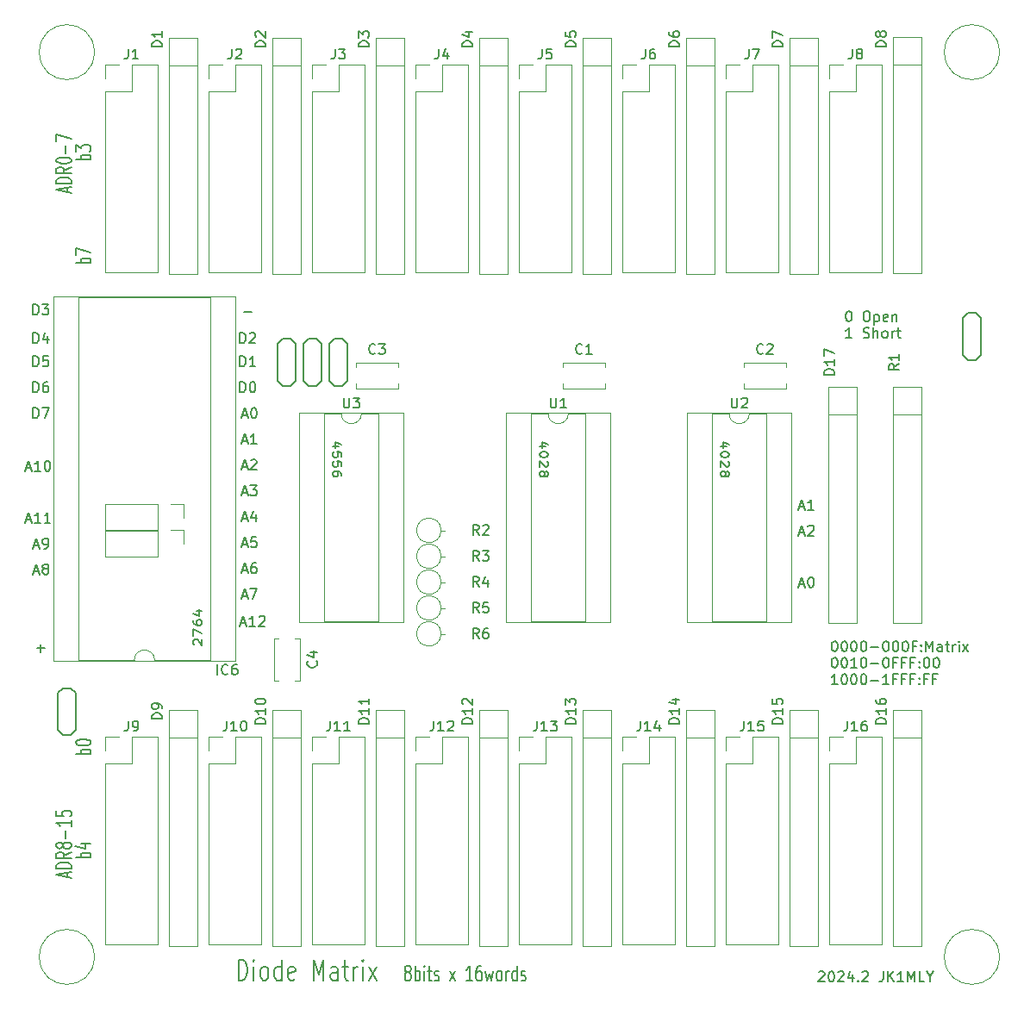
<source format=gbr>
%TF.GenerationSoftware,KiCad,Pcbnew,7.0.2-0*%
%TF.CreationDate,2024-02-04T18:50:32+09:00*%
%TF.ProjectId,cpu-rom,6370752d-726f-46d2-9e6b-696361645f70,rev?*%
%TF.SameCoordinates,Original*%
%TF.FileFunction,Legend,Top*%
%TF.FilePolarity,Positive*%
%FSLAX46Y46*%
G04 Gerber Fmt 4.6, Leading zero omitted, Abs format (unit mm)*
G04 Created by KiCad (PCBNEW 7.0.2-0) date 2024-02-04 18:50:32*
%MOMM*%
%LPD*%
G01*
G04 APERTURE LIST*
%ADD10C,0.150000*%
%ADD11C,0.120000*%
G04 APERTURE END LIST*
D10*
X175815571Y-68631619D02*
X175910809Y-68631619D01*
X175910809Y-68631619D02*
X176006047Y-68679238D01*
X176006047Y-68679238D02*
X176053666Y-68726857D01*
X176053666Y-68726857D02*
X176101285Y-68822095D01*
X176101285Y-68822095D02*
X176148904Y-69012571D01*
X176148904Y-69012571D02*
X176148904Y-69250666D01*
X176148904Y-69250666D02*
X176101285Y-69441142D01*
X176101285Y-69441142D02*
X176053666Y-69536380D01*
X176053666Y-69536380D02*
X176006047Y-69584000D01*
X176006047Y-69584000D02*
X175910809Y-69631619D01*
X175910809Y-69631619D02*
X175815571Y-69631619D01*
X175815571Y-69631619D02*
X175720333Y-69584000D01*
X175720333Y-69584000D02*
X175672714Y-69536380D01*
X175672714Y-69536380D02*
X175625095Y-69441142D01*
X175625095Y-69441142D02*
X175577476Y-69250666D01*
X175577476Y-69250666D02*
X175577476Y-69012571D01*
X175577476Y-69012571D02*
X175625095Y-68822095D01*
X175625095Y-68822095D02*
X175672714Y-68726857D01*
X175672714Y-68726857D02*
X175720333Y-68679238D01*
X175720333Y-68679238D02*
X175815571Y-68631619D01*
X177529857Y-68631619D02*
X177720333Y-68631619D01*
X177720333Y-68631619D02*
X177815571Y-68679238D01*
X177815571Y-68679238D02*
X177910809Y-68774476D01*
X177910809Y-68774476D02*
X177958428Y-68964952D01*
X177958428Y-68964952D02*
X177958428Y-69298285D01*
X177958428Y-69298285D02*
X177910809Y-69488761D01*
X177910809Y-69488761D02*
X177815571Y-69584000D01*
X177815571Y-69584000D02*
X177720333Y-69631619D01*
X177720333Y-69631619D02*
X177529857Y-69631619D01*
X177529857Y-69631619D02*
X177434619Y-69584000D01*
X177434619Y-69584000D02*
X177339381Y-69488761D01*
X177339381Y-69488761D02*
X177291762Y-69298285D01*
X177291762Y-69298285D02*
X177291762Y-68964952D01*
X177291762Y-68964952D02*
X177339381Y-68774476D01*
X177339381Y-68774476D02*
X177434619Y-68679238D01*
X177434619Y-68679238D02*
X177529857Y-68631619D01*
X178387000Y-68964952D02*
X178387000Y-69964952D01*
X178387000Y-69012571D02*
X178482238Y-68964952D01*
X178482238Y-68964952D02*
X178672714Y-68964952D01*
X178672714Y-68964952D02*
X178767952Y-69012571D01*
X178767952Y-69012571D02*
X178815571Y-69060190D01*
X178815571Y-69060190D02*
X178863190Y-69155428D01*
X178863190Y-69155428D02*
X178863190Y-69441142D01*
X178863190Y-69441142D02*
X178815571Y-69536380D01*
X178815571Y-69536380D02*
X178767952Y-69584000D01*
X178767952Y-69584000D02*
X178672714Y-69631619D01*
X178672714Y-69631619D02*
X178482238Y-69631619D01*
X178482238Y-69631619D02*
X178387000Y-69584000D01*
X179672714Y-69584000D02*
X179577476Y-69631619D01*
X179577476Y-69631619D02*
X179387000Y-69631619D01*
X179387000Y-69631619D02*
X179291762Y-69584000D01*
X179291762Y-69584000D02*
X179244143Y-69488761D01*
X179244143Y-69488761D02*
X179244143Y-69107809D01*
X179244143Y-69107809D02*
X179291762Y-69012571D01*
X179291762Y-69012571D02*
X179387000Y-68964952D01*
X179387000Y-68964952D02*
X179577476Y-68964952D01*
X179577476Y-68964952D02*
X179672714Y-69012571D01*
X179672714Y-69012571D02*
X179720333Y-69107809D01*
X179720333Y-69107809D02*
X179720333Y-69203047D01*
X179720333Y-69203047D02*
X179244143Y-69298285D01*
X180148905Y-68964952D02*
X180148905Y-69631619D01*
X180148905Y-69060190D02*
X180196524Y-69012571D01*
X180196524Y-69012571D02*
X180291762Y-68964952D01*
X180291762Y-68964952D02*
X180434619Y-68964952D01*
X180434619Y-68964952D02*
X180529857Y-69012571D01*
X180529857Y-69012571D02*
X180577476Y-69107809D01*
X180577476Y-69107809D02*
X180577476Y-69631619D01*
X176148904Y-71251619D02*
X175577476Y-71251619D01*
X175863190Y-71251619D02*
X175863190Y-70251619D01*
X175863190Y-70251619D02*
X175767952Y-70394476D01*
X175767952Y-70394476D02*
X175672714Y-70489714D01*
X175672714Y-70489714D02*
X175577476Y-70537333D01*
X177291762Y-71204000D02*
X177434619Y-71251619D01*
X177434619Y-71251619D02*
X177672714Y-71251619D01*
X177672714Y-71251619D02*
X177767952Y-71204000D01*
X177767952Y-71204000D02*
X177815571Y-71156380D01*
X177815571Y-71156380D02*
X177863190Y-71061142D01*
X177863190Y-71061142D02*
X177863190Y-70965904D01*
X177863190Y-70965904D02*
X177815571Y-70870666D01*
X177815571Y-70870666D02*
X177767952Y-70823047D01*
X177767952Y-70823047D02*
X177672714Y-70775428D01*
X177672714Y-70775428D02*
X177482238Y-70727809D01*
X177482238Y-70727809D02*
X177387000Y-70680190D01*
X177387000Y-70680190D02*
X177339381Y-70632571D01*
X177339381Y-70632571D02*
X177291762Y-70537333D01*
X177291762Y-70537333D02*
X177291762Y-70442095D01*
X177291762Y-70442095D02*
X177339381Y-70346857D01*
X177339381Y-70346857D02*
X177387000Y-70299238D01*
X177387000Y-70299238D02*
X177482238Y-70251619D01*
X177482238Y-70251619D02*
X177720333Y-70251619D01*
X177720333Y-70251619D02*
X177863190Y-70299238D01*
X178291762Y-71251619D02*
X178291762Y-70251619D01*
X178720333Y-71251619D02*
X178720333Y-70727809D01*
X178720333Y-70727809D02*
X178672714Y-70632571D01*
X178672714Y-70632571D02*
X178577476Y-70584952D01*
X178577476Y-70584952D02*
X178434619Y-70584952D01*
X178434619Y-70584952D02*
X178339381Y-70632571D01*
X178339381Y-70632571D02*
X178291762Y-70680190D01*
X179339381Y-71251619D02*
X179244143Y-71204000D01*
X179244143Y-71204000D02*
X179196524Y-71156380D01*
X179196524Y-71156380D02*
X179148905Y-71061142D01*
X179148905Y-71061142D02*
X179148905Y-70775428D01*
X179148905Y-70775428D02*
X179196524Y-70680190D01*
X179196524Y-70680190D02*
X179244143Y-70632571D01*
X179244143Y-70632571D02*
X179339381Y-70584952D01*
X179339381Y-70584952D02*
X179482238Y-70584952D01*
X179482238Y-70584952D02*
X179577476Y-70632571D01*
X179577476Y-70632571D02*
X179625095Y-70680190D01*
X179625095Y-70680190D02*
X179672714Y-70775428D01*
X179672714Y-70775428D02*
X179672714Y-71061142D01*
X179672714Y-71061142D02*
X179625095Y-71156380D01*
X179625095Y-71156380D02*
X179577476Y-71204000D01*
X179577476Y-71204000D02*
X179482238Y-71251619D01*
X179482238Y-71251619D02*
X179339381Y-71251619D01*
X180101286Y-71251619D02*
X180101286Y-70584952D01*
X180101286Y-70775428D02*
X180148905Y-70680190D01*
X180148905Y-70680190D02*
X180196524Y-70632571D01*
X180196524Y-70632571D02*
X180291762Y-70584952D01*
X180291762Y-70584952D02*
X180387000Y-70584952D01*
X180577477Y-70584952D02*
X180958429Y-70584952D01*
X180720334Y-70251619D02*
X180720334Y-71108761D01*
X180720334Y-71108761D02*
X180767953Y-71204000D01*
X180767953Y-71204000D02*
X180863191Y-71251619D01*
X180863191Y-71251619D02*
X180958429Y-71251619D01*
X174418571Y-101047619D02*
X174513809Y-101047619D01*
X174513809Y-101047619D02*
X174609047Y-101095238D01*
X174609047Y-101095238D02*
X174656666Y-101142857D01*
X174656666Y-101142857D02*
X174704285Y-101238095D01*
X174704285Y-101238095D02*
X174751904Y-101428571D01*
X174751904Y-101428571D02*
X174751904Y-101666666D01*
X174751904Y-101666666D02*
X174704285Y-101857142D01*
X174704285Y-101857142D02*
X174656666Y-101952380D01*
X174656666Y-101952380D02*
X174609047Y-102000000D01*
X174609047Y-102000000D02*
X174513809Y-102047619D01*
X174513809Y-102047619D02*
X174418571Y-102047619D01*
X174418571Y-102047619D02*
X174323333Y-102000000D01*
X174323333Y-102000000D02*
X174275714Y-101952380D01*
X174275714Y-101952380D02*
X174228095Y-101857142D01*
X174228095Y-101857142D02*
X174180476Y-101666666D01*
X174180476Y-101666666D02*
X174180476Y-101428571D01*
X174180476Y-101428571D02*
X174228095Y-101238095D01*
X174228095Y-101238095D02*
X174275714Y-101142857D01*
X174275714Y-101142857D02*
X174323333Y-101095238D01*
X174323333Y-101095238D02*
X174418571Y-101047619D01*
X175370952Y-101047619D02*
X175466190Y-101047619D01*
X175466190Y-101047619D02*
X175561428Y-101095238D01*
X175561428Y-101095238D02*
X175609047Y-101142857D01*
X175609047Y-101142857D02*
X175656666Y-101238095D01*
X175656666Y-101238095D02*
X175704285Y-101428571D01*
X175704285Y-101428571D02*
X175704285Y-101666666D01*
X175704285Y-101666666D02*
X175656666Y-101857142D01*
X175656666Y-101857142D02*
X175609047Y-101952380D01*
X175609047Y-101952380D02*
X175561428Y-102000000D01*
X175561428Y-102000000D02*
X175466190Y-102047619D01*
X175466190Y-102047619D02*
X175370952Y-102047619D01*
X175370952Y-102047619D02*
X175275714Y-102000000D01*
X175275714Y-102000000D02*
X175228095Y-101952380D01*
X175228095Y-101952380D02*
X175180476Y-101857142D01*
X175180476Y-101857142D02*
X175132857Y-101666666D01*
X175132857Y-101666666D02*
X175132857Y-101428571D01*
X175132857Y-101428571D02*
X175180476Y-101238095D01*
X175180476Y-101238095D02*
X175228095Y-101142857D01*
X175228095Y-101142857D02*
X175275714Y-101095238D01*
X175275714Y-101095238D02*
X175370952Y-101047619D01*
X176323333Y-101047619D02*
X176418571Y-101047619D01*
X176418571Y-101047619D02*
X176513809Y-101095238D01*
X176513809Y-101095238D02*
X176561428Y-101142857D01*
X176561428Y-101142857D02*
X176609047Y-101238095D01*
X176609047Y-101238095D02*
X176656666Y-101428571D01*
X176656666Y-101428571D02*
X176656666Y-101666666D01*
X176656666Y-101666666D02*
X176609047Y-101857142D01*
X176609047Y-101857142D02*
X176561428Y-101952380D01*
X176561428Y-101952380D02*
X176513809Y-102000000D01*
X176513809Y-102000000D02*
X176418571Y-102047619D01*
X176418571Y-102047619D02*
X176323333Y-102047619D01*
X176323333Y-102047619D02*
X176228095Y-102000000D01*
X176228095Y-102000000D02*
X176180476Y-101952380D01*
X176180476Y-101952380D02*
X176132857Y-101857142D01*
X176132857Y-101857142D02*
X176085238Y-101666666D01*
X176085238Y-101666666D02*
X176085238Y-101428571D01*
X176085238Y-101428571D02*
X176132857Y-101238095D01*
X176132857Y-101238095D02*
X176180476Y-101142857D01*
X176180476Y-101142857D02*
X176228095Y-101095238D01*
X176228095Y-101095238D02*
X176323333Y-101047619D01*
X177275714Y-101047619D02*
X177370952Y-101047619D01*
X177370952Y-101047619D02*
X177466190Y-101095238D01*
X177466190Y-101095238D02*
X177513809Y-101142857D01*
X177513809Y-101142857D02*
X177561428Y-101238095D01*
X177561428Y-101238095D02*
X177609047Y-101428571D01*
X177609047Y-101428571D02*
X177609047Y-101666666D01*
X177609047Y-101666666D02*
X177561428Y-101857142D01*
X177561428Y-101857142D02*
X177513809Y-101952380D01*
X177513809Y-101952380D02*
X177466190Y-102000000D01*
X177466190Y-102000000D02*
X177370952Y-102047619D01*
X177370952Y-102047619D02*
X177275714Y-102047619D01*
X177275714Y-102047619D02*
X177180476Y-102000000D01*
X177180476Y-102000000D02*
X177132857Y-101952380D01*
X177132857Y-101952380D02*
X177085238Y-101857142D01*
X177085238Y-101857142D02*
X177037619Y-101666666D01*
X177037619Y-101666666D02*
X177037619Y-101428571D01*
X177037619Y-101428571D02*
X177085238Y-101238095D01*
X177085238Y-101238095D02*
X177132857Y-101142857D01*
X177132857Y-101142857D02*
X177180476Y-101095238D01*
X177180476Y-101095238D02*
X177275714Y-101047619D01*
X178037619Y-101666666D02*
X178799524Y-101666666D01*
X179466190Y-101047619D02*
X179561428Y-101047619D01*
X179561428Y-101047619D02*
X179656666Y-101095238D01*
X179656666Y-101095238D02*
X179704285Y-101142857D01*
X179704285Y-101142857D02*
X179751904Y-101238095D01*
X179751904Y-101238095D02*
X179799523Y-101428571D01*
X179799523Y-101428571D02*
X179799523Y-101666666D01*
X179799523Y-101666666D02*
X179751904Y-101857142D01*
X179751904Y-101857142D02*
X179704285Y-101952380D01*
X179704285Y-101952380D02*
X179656666Y-102000000D01*
X179656666Y-102000000D02*
X179561428Y-102047619D01*
X179561428Y-102047619D02*
X179466190Y-102047619D01*
X179466190Y-102047619D02*
X179370952Y-102000000D01*
X179370952Y-102000000D02*
X179323333Y-101952380D01*
X179323333Y-101952380D02*
X179275714Y-101857142D01*
X179275714Y-101857142D02*
X179228095Y-101666666D01*
X179228095Y-101666666D02*
X179228095Y-101428571D01*
X179228095Y-101428571D02*
X179275714Y-101238095D01*
X179275714Y-101238095D02*
X179323333Y-101142857D01*
X179323333Y-101142857D02*
X179370952Y-101095238D01*
X179370952Y-101095238D02*
X179466190Y-101047619D01*
X180418571Y-101047619D02*
X180513809Y-101047619D01*
X180513809Y-101047619D02*
X180609047Y-101095238D01*
X180609047Y-101095238D02*
X180656666Y-101142857D01*
X180656666Y-101142857D02*
X180704285Y-101238095D01*
X180704285Y-101238095D02*
X180751904Y-101428571D01*
X180751904Y-101428571D02*
X180751904Y-101666666D01*
X180751904Y-101666666D02*
X180704285Y-101857142D01*
X180704285Y-101857142D02*
X180656666Y-101952380D01*
X180656666Y-101952380D02*
X180609047Y-102000000D01*
X180609047Y-102000000D02*
X180513809Y-102047619D01*
X180513809Y-102047619D02*
X180418571Y-102047619D01*
X180418571Y-102047619D02*
X180323333Y-102000000D01*
X180323333Y-102000000D02*
X180275714Y-101952380D01*
X180275714Y-101952380D02*
X180228095Y-101857142D01*
X180228095Y-101857142D02*
X180180476Y-101666666D01*
X180180476Y-101666666D02*
X180180476Y-101428571D01*
X180180476Y-101428571D02*
X180228095Y-101238095D01*
X180228095Y-101238095D02*
X180275714Y-101142857D01*
X180275714Y-101142857D02*
X180323333Y-101095238D01*
X180323333Y-101095238D02*
X180418571Y-101047619D01*
X181370952Y-101047619D02*
X181466190Y-101047619D01*
X181466190Y-101047619D02*
X181561428Y-101095238D01*
X181561428Y-101095238D02*
X181609047Y-101142857D01*
X181609047Y-101142857D02*
X181656666Y-101238095D01*
X181656666Y-101238095D02*
X181704285Y-101428571D01*
X181704285Y-101428571D02*
X181704285Y-101666666D01*
X181704285Y-101666666D02*
X181656666Y-101857142D01*
X181656666Y-101857142D02*
X181609047Y-101952380D01*
X181609047Y-101952380D02*
X181561428Y-102000000D01*
X181561428Y-102000000D02*
X181466190Y-102047619D01*
X181466190Y-102047619D02*
X181370952Y-102047619D01*
X181370952Y-102047619D02*
X181275714Y-102000000D01*
X181275714Y-102000000D02*
X181228095Y-101952380D01*
X181228095Y-101952380D02*
X181180476Y-101857142D01*
X181180476Y-101857142D02*
X181132857Y-101666666D01*
X181132857Y-101666666D02*
X181132857Y-101428571D01*
X181132857Y-101428571D02*
X181180476Y-101238095D01*
X181180476Y-101238095D02*
X181228095Y-101142857D01*
X181228095Y-101142857D02*
X181275714Y-101095238D01*
X181275714Y-101095238D02*
X181370952Y-101047619D01*
X182466190Y-101523809D02*
X182132857Y-101523809D01*
X182132857Y-102047619D02*
X182132857Y-101047619D01*
X182132857Y-101047619D02*
X182609047Y-101047619D01*
X182990000Y-101952380D02*
X183037619Y-102000000D01*
X183037619Y-102000000D02*
X182990000Y-102047619D01*
X182990000Y-102047619D02*
X182942381Y-102000000D01*
X182942381Y-102000000D02*
X182990000Y-101952380D01*
X182990000Y-101952380D02*
X182990000Y-102047619D01*
X182990000Y-101428571D02*
X183037619Y-101476190D01*
X183037619Y-101476190D02*
X182990000Y-101523809D01*
X182990000Y-101523809D02*
X182942381Y-101476190D01*
X182942381Y-101476190D02*
X182990000Y-101428571D01*
X182990000Y-101428571D02*
X182990000Y-101523809D01*
X183466190Y-102047619D02*
X183466190Y-101047619D01*
X183466190Y-101047619D02*
X183799523Y-101761904D01*
X183799523Y-101761904D02*
X184132856Y-101047619D01*
X184132856Y-101047619D02*
X184132856Y-102047619D01*
X185037618Y-102047619D02*
X185037618Y-101523809D01*
X185037618Y-101523809D02*
X184989999Y-101428571D01*
X184989999Y-101428571D02*
X184894761Y-101380952D01*
X184894761Y-101380952D02*
X184704285Y-101380952D01*
X184704285Y-101380952D02*
X184609047Y-101428571D01*
X185037618Y-102000000D02*
X184942380Y-102047619D01*
X184942380Y-102047619D02*
X184704285Y-102047619D01*
X184704285Y-102047619D02*
X184609047Y-102000000D01*
X184609047Y-102000000D02*
X184561428Y-101904761D01*
X184561428Y-101904761D02*
X184561428Y-101809523D01*
X184561428Y-101809523D02*
X184609047Y-101714285D01*
X184609047Y-101714285D02*
X184704285Y-101666666D01*
X184704285Y-101666666D02*
X184942380Y-101666666D01*
X184942380Y-101666666D02*
X185037618Y-101619047D01*
X185370952Y-101380952D02*
X185751904Y-101380952D01*
X185513809Y-101047619D02*
X185513809Y-101904761D01*
X185513809Y-101904761D02*
X185561428Y-102000000D01*
X185561428Y-102000000D02*
X185656666Y-102047619D01*
X185656666Y-102047619D02*
X185751904Y-102047619D01*
X186085238Y-102047619D02*
X186085238Y-101380952D01*
X186085238Y-101571428D02*
X186132857Y-101476190D01*
X186132857Y-101476190D02*
X186180476Y-101428571D01*
X186180476Y-101428571D02*
X186275714Y-101380952D01*
X186275714Y-101380952D02*
X186370952Y-101380952D01*
X186704286Y-102047619D02*
X186704286Y-101380952D01*
X186704286Y-101047619D02*
X186656667Y-101095238D01*
X186656667Y-101095238D02*
X186704286Y-101142857D01*
X186704286Y-101142857D02*
X186751905Y-101095238D01*
X186751905Y-101095238D02*
X186704286Y-101047619D01*
X186704286Y-101047619D02*
X186704286Y-101142857D01*
X187085238Y-102047619D02*
X187609047Y-101380952D01*
X187085238Y-101380952D02*
X187609047Y-102047619D01*
X174418571Y-102667619D02*
X174513809Y-102667619D01*
X174513809Y-102667619D02*
X174609047Y-102715238D01*
X174609047Y-102715238D02*
X174656666Y-102762857D01*
X174656666Y-102762857D02*
X174704285Y-102858095D01*
X174704285Y-102858095D02*
X174751904Y-103048571D01*
X174751904Y-103048571D02*
X174751904Y-103286666D01*
X174751904Y-103286666D02*
X174704285Y-103477142D01*
X174704285Y-103477142D02*
X174656666Y-103572380D01*
X174656666Y-103572380D02*
X174609047Y-103620000D01*
X174609047Y-103620000D02*
X174513809Y-103667619D01*
X174513809Y-103667619D02*
X174418571Y-103667619D01*
X174418571Y-103667619D02*
X174323333Y-103620000D01*
X174323333Y-103620000D02*
X174275714Y-103572380D01*
X174275714Y-103572380D02*
X174228095Y-103477142D01*
X174228095Y-103477142D02*
X174180476Y-103286666D01*
X174180476Y-103286666D02*
X174180476Y-103048571D01*
X174180476Y-103048571D02*
X174228095Y-102858095D01*
X174228095Y-102858095D02*
X174275714Y-102762857D01*
X174275714Y-102762857D02*
X174323333Y-102715238D01*
X174323333Y-102715238D02*
X174418571Y-102667619D01*
X175370952Y-102667619D02*
X175466190Y-102667619D01*
X175466190Y-102667619D02*
X175561428Y-102715238D01*
X175561428Y-102715238D02*
X175609047Y-102762857D01*
X175609047Y-102762857D02*
X175656666Y-102858095D01*
X175656666Y-102858095D02*
X175704285Y-103048571D01*
X175704285Y-103048571D02*
X175704285Y-103286666D01*
X175704285Y-103286666D02*
X175656666Y-103477142D01*
X175656666Y-103477142D02*
X175609047Y-103572380D01*
X175609047Y-103572380D02*
X175561428Y-103620000D01*
X175561428Y-103620000D02*
X175466190Y-103667619D01*
X175466190Y-103667619D02*
X175370952Y-103667619D01*
X175370952Y-103667619D02*
X175275714Y-103620000D01*
X175275714Y-103620000D02*
X175228095Y-103572380D01*
X175228095Y-103572380D02*
X175180476Y-103477142D01*
X175180476Y-103477142D02*
X175132857Y-103286666D01*
X175132857Y-103286666D02*
X175132857Y-103048571D01*
X175132857Y-103048571D02*
X175180476Y-102858095D01*
X175180476Y-102858095D02*
X175228095Y-102762857D01*
X175228095Y-102762857D02*
X175275714Y-102715238D01*
X175275714Y-102715238D02*
X175370952Y-102667619D01*
X176656666Y-103667619D02*
X176085238Y-103667619D01*
X176370952Y-103667619D02*
X176370952Y-102667619D01*
X176370952Y-102667619D02*
X176275714Y-102810476D01*
X176275714Y-102810476D02*
X176180476Y-102905714D01*
X176180476Y-102905714D02*
X176085238Y-102953333D01*
X177275714Y-102667619D02*
X177370952Y-102667619D01*
X177370952Y-102667619D02*
X177466190Y-102715238D01*
X177466190Y-102715238D02*
X177513809Y-102762857D01*
X177513809Y-102762857D02*
X177561428Y-102858095D01*
X177561428Y-102858095D02*
X177609047Y-103048571D01*
X177609047Y-103048571D02*
X177609047Y-103286666D01*
X177609047Y-103286666D02*
X177561428Y-103477142D01*
X177561428Y-103477142D02*
X177513809Y-103572380D01*
X177513809Y-103572380D02*
X177466190Y-103620000D01*
X177466190Y-103620000D02*
X177370952Y-103667619D01*
X177370952Y-103667619D02*
X177275714Y-103667619D01*
X177275714Y-103667619D02*
X177180476Y-103620000D01*
X177180476Y-103620000D02*
X177132857Y-103572380D01*
X177132857Y-103572380D02*
X177085238Y-103477142D01*
X177085238Y-103477142D02*
X177037619Y-103286666D01*
X177037619Y-103286666D02*
X177037619Y-103048571D01*
X177037619Y-103048571D02*
X177085238Y-102858095D01*
X177085238Y-102858095D02*
X177132857Y-102762857D01*
X177132857Y-102762857D02*
X177180476Y-102715238D01*
X177180476Y-102715238D02*
X177275714Y-102667619D01*
X178037619Y-103286666D02*
X178799524Y-103286666D01*
X179466190Y-102667619D02*
X179561428Y-102667619D01*
X179561428Y-102667619D02*
X179656666Y-102715238D01*
X179656666Y-102715238D02*
X179704285Y-102762857D01*
X179704285Y-102762857D02*
X179751904Y-102858095D01*
X179751904Y-102858095D02*
X179799523Y-103048571D01*
X179799523Y-103048571D02*
X179799523Y-103286666D01*
X179799523Y-103286666D02*
X179751904Y-103477142D01*
X179751904Y-103477142D02*
X179704285Y-103572380D01*
X179704285Y-103572380D02*
X179656666Y-103620000D01*
X179656666Y-103620000D02*
X179561428Y-103667619D01*
X179561428Y-103667619D02*
X179466190Y-103667619D01*
X179466190Y-103667619D02*
X179370952Y-103620000D01*
X179370952Y-103620000D02*
X179323333Y-103572380D01*
X179323333Y-103572380D02*
X179275714Y-103477142D01*
X179275714Y-103477142D02*
X179228095Y-103286666D01*
X179228095Y-103286666D02*
X179228095Y-103048571D01*
X179228095Y-103048571D02*
X179275714Y-102858095D01*
X179275714Y-102858095D02*
X179323333Y-102762857D01*
X179323333Y-102762857D02*
X179370952Y-102715238D01*
X179370952Y-102715238D02*
X179466190Y-102667619D01*
X180561428Y-103143809D02*
X180228095Y-103143809D01*
X180228095Y-103667619D02*
X180228095Y-102667619D01*
X180228095Y-102667619D02*
X180704285Y-102667619D01*
X181418571Y-103143809D02*
X181085238Y-103143809D01*
X181085238Y-103667619D02*
X181085238Y-102667619D01*
X181085238Y-102667619D02*
X181561428Y-102667619D01*
X182275714Y-103143809D02*
X181942381Y-103143809D01*
X181942381Y-103667619D02*
X181942381Y-102667619D01*
X181942381Y-102667619D02*
X182418571Y-102667619D01*
X182799524Y-103572380D02*
X182847143Y-103620000D01*
X182847143Y-103620000D02*
X182799524Y-103667619D01*
X182799524Y-103667619D02*
X182751905Y-103620000D01*
X182751905Y-103620000D02*
X182799524Y-103572380D01*
X182799524Y-103572380D02*
X182799524Y-103667619D01*
X182799524Y-103048571D02*
X182847143Y-103096190D01*
X182847143Y-103096190D02*
X182799524Y-103143809D01*
X182799524Y-103143809D02*
X182751905Y-103096190D01*
X182751905Y-103096190D02*
X182799524Y-103048571D01*
X182799524Y-103048571D02*
X182799524Y-103143809D01*
X183466190Y-102667619D02*
X183561428Y-102667619D01*
X183561428Y-102667619D02*
X183656666Y-102715238D01*
X183656666Y-102715238D02*
X183704285Y-102762857D01*
X183704285Y-102762857D02*
X183751904Y-102858095D01*
X183751904Y-102858095D02*
X183799523Y-103048571D01*
X183799523Y-103048571D02*
X183799523Y-103286666D01*
X183799523Y-103286666D02*
X183751904Y-103477142D01*
X183751904Y-103477142D02*
X183704285Y-103572380D01*
X183704285Y-103572380D02*
X183656666Y-103620000D01*
X183656666Y-103620000D02*
X183561428Y-103667619D01*
X183561428Y-103667619D02*
X183466190Y-103667619D01*
X183466190Y-103667619D02*
X183370952Y-103620000D01*
X183370952Y-103620000D02*
X183323333Y-103572380D01*
X183323333Y-103572380D02*
X183275714Y-103477142D01*
X183275714Y-103477142D02*
X183228095Y-103286666D01*
X183228095Y-103286666D02*
X183228095Y-103048571D01*
X183228095Y-103048571D02*
X183275714Y-102858095D01*
X183275714Y-102858095D02*
X183323333Y-102762857D01*
X183323333Y-102762857D02*
X183370952Y-102715238D01*
X183370952Y-102715238D02*
X183466190Y-102667619D01*
X184418571Y-102667619D02*
X184513809Y-102667619D01*
X184513809Y-102667619D02*
X184609047Y-102715238D01*
X184609047Y-102715238D02*
X184656666Y-102762857D01*
X184656666Y-102762857D02*
X184704285Y-102858095D01*
X184704285Y-102858095D02*
X184751904Y-103048571D01*
X184751904Y-103048571D02*
X184751904Y-103286666D01*
X184751904Y-103286666D02*
X184704285Y-103477142D01*
X184704285Y-103477142D02*
X184656666Y-103572380D01*
X184656666Y-103572380D02*
X184609047Y-103620000D01*
X184609047Y-103620000D02*
X184513809Y-103667619D01*
X184513809Y-103667619D02*
X184418571Y-103667619D01*
X184418571Y-103667619D02*
X184323333Y-103620000D01*
X184323333Y-103620000D02*
X184275714Y-103572380D01*
X184275714Y-103572380D02*
X184228095Y-103477142D01*
X184228095Y-103477142D02*
X184180476Y-103286666D01*
X184180476Y-103286666D02*
X184180476Y-103048571D01*
X184180476Y-103048571D02*
X184228095Y-102858095D01*
X184228095Y-102858095D02*
X184275714Y-102762857D01*
X184275714Y-102762857D02*
X184323333Y-102715238D01*
X184323333Y-102715238D02*
X184418571Y-102667619D01*
X174751904Y-105287619D02*
X174180476Y-105287619D01*
X174466190Y-105287619D02*
X174466190Y-104287619D01*
X174466190Y-104287619D02*
X174370952Y-104430476D01*
X174370952Y-104430476D02*
X174275714Y-104525714D01*
X174275714Y-104525714D02*
X174180476Y-104573333D01*
X175370952Y-104287619D02*
X175466190Y-104287619D01*
X175466190Y-104287619D02*
X175561428Y-104335238D01*
X175561428Y-104335238D02*
X175609047Y-104382857D01*
X175609047Y-104382857D02*
X175656666Y-104478095D01*
X175656666Y-104478095D02*
X175704285Y-104668571D01*
X175704285Y-104668571D02*
X175704285Y-104906666D01*
X175704285Y-104906666D02*
X175656666Y-105097142D01*
X175656666Y-105097142D02*
X175609047Y-105192380D01*
X175609047Y-105192380D02*
X175561428Y-105240000D01*
X175561428Y-105240000D02*
X175466190Y-105287619D01*
X175466190Y-105287619D02*
X175370952Y-105287619D01*
X175370952Y-105287619D02*
X175275714Y-105240000D01*
X175275714Y-105240000D02*
X175228095Y-105192380D01*
X175228095Y-105192380D02*
X175180476Y-105097142D01*
X175180476Y-105097142D02*
X175132857Y-104906666D01*
X175132857Y-104906666D02*
X175132857Y-104668571D01*
X175132857Y-104668571D02*
X175180476Y-104478095D01*
X175180476Y-104478095D02*
X175228095Y-104382857D01*
X175228095Y-104382857D02*
X175275714Y-104335238D01*
X175275714Y-104335238D02*
X175370952Y-104287619D01*
X176323333Y-104287619D02*
X176418571Y-104287619D01*
X176418571Y-104287619D02*
X176513809Y-104335238D01*
X176513809Y-104335238D02*
X176561428Y-104382857D01*
X176561428Y-104382857D02*
X176609047Y-104478095D01*
X176609047Y-104478095D02*
X176656666Y-104668571D01*
X176656666Y-104668571D02*
X176656666Y-104906666D01*
X176656666Y-104906666D02*
X176609047Y-105097142D01*
X176609047Y-105097142D02*
X176561428Y-105192380D01*
X176561428Y-105192380D02*
X176513809Y-105240000D01*
X176513809Y-105240000D02*
X176418571Y-105287619D01*
X176418571Y-105287619D02*
X176323333Y-105287619D01*
X176323333Y-105287619D02*
X176228095Y-105240000D01*
X176228095Y-105240000D02*
X176180476Y-105192380D01*
X176180476Y-105192380D02*
X176132857Y-105097142D01*
X176132857Y-105097142D02*
X176085238Y-104906666D01*
X176085238Y-104906666D02*
X176085238Y-104668571D01*
X176085238Y-104668571D02*
X176132857Y-104478095D01*
X176132857Y-104478095D02*
X176180476Y-104382857D01*
X176180476Y-104382857D02*
X176228095Y-104335238D01*
X176228095Y-104335238D02*
X176323333Y-104287619D01*
X177275714Y-104287619D02*
X177370952Y-104287619D01*
X177370952Y-104287619D02*
X177466190Y-104335238D01*
X177466190Y-104335238D02*
X177513809Y-104382857D01*
X177513809Y-104382857D02*
X177561428Y-104478095D01*
X177561428Y-104478095D02*
X177609047Y-104668571D01*
X177609047Y-104668571D02*
X177609047Y-104906666D01*
X177609047Y-104906666D02*
X177561428Y-105097142D01*
X177561428Y-105097142D02*
X177513809Y-105192380D01*
X177513809Y-105192380D02*
X177466190Y-105240000D01*
X177466190Y-105240000D02*
X177370952Y-105287619D01*
X177370952Y-105287619D02*
X177275714Y-105287619D01*
X177275714Y-105287619D02*
X177180476Y-105240000D01*
X177180476Y-105240000D02*
X177132857Y-105192380D01*
X177132857Y-105192380D02*
X177085238Y-105097142D01*
X177085238Y-105097142D02*
X177037619Y-104906666D01*
X177037619Y-104906666D02*
X177037619Y-104668571D01*
X177037619Y-104668571D02*
X177085238Y-104478095D01*
X177085238Y-104478095D02*
X177132857Y-104382857D01*
X177132857Y-104382857D02*
X177180476Y-104335238D01*
X177180476Y-104335238D02*
X177275714Y-104287619D01*
X178037619Y-104906666D02*
X178799524Y-104906666D01*
X179799523Y-105287619D02*
X179228095Y-105287619D01*
X179513809Y-105287619D02*
X179513809Y-104287619D01*
X179513809Y-104287619D02*
X179418571Y-104430476D01*
X179418571Y-104430476D02*
X179323333Y-104525714D01*
X179323333Y-104525714D02*
X179228095Y-104573333D01*
X180561428Y-104763809D02*
X180228095Y-104763809D01*
X180228095Y-105287619D02*
X180228095Y-104287619D01*
X180228095Y-104287619D02*
X180704285Y-104287619D01*
X181418571Y-104763809D02*
X181085238Y-104763809D01*
X181085238Y-105287619D02*
X181085238Y-104287619D01*
X181085238Y-104287619D02*
X181561428Y-104287619D01*
X182275714Y-104763809D02*
X181942381Y-104763809D01*
X181942381Y-105287619D02*
X181942381Y-104287619D01*
X181942381Y-104287619D02*
X182418571Y-104287619D01*
X182799524Y-105192380D02*
X182847143Y-105240000D01*
X182847143Y-105240000D02*
X182799524Y-105287619D01*
X182799524Y-105287619D02*
X182751905Y-105240000D01*
X182751905Y-105240000D02*
X182799524Y-105192380D01*
X182799524Y-105192380D02*
X182799524Y-105287619D01*
X182799524Y-104668571D02*
X182847143Y-104716190D01*
X182847143Y-104716190D02*
X182799524Y-104763809D01*
X182799524Y-104763809D02*
X182751905Y-104716190D01*
X182751905Y-104716190D02*
X182799524Y-104668571D01*
X182799524Y-104668571D02*
X182799524Y-104763809D01*
X183609047Y-104763809D02*
X183275714Y-104763809D01*
X183275714Y-105287619D02*
X183275714Y-104287619D01*
X183275714Y-104287619D02*
X183751904Y-104287619D01*
X184466190Y-104763809D02*
X184132857Y-104763809D01*
X184132857Y-105287619D02*
X184132857Y-104287619D01*
X184132857Y-104287619D02*
X184609047Y-104287619D01*
X171005476Y-87856904D02*
X171481666Y-87856904D01*
X170910238Y-88142619D02*
X171243571Y-87142619D01*
X171243571Y-87142619D02*
X171576904Y-88142619D01*
X172434047Y-88142619D02*
X171862619Y-88142619D01*
X172148333Y-88142619D02*
X172148333Y-87142619D01*
X172148333Y-87142619D02*
X172053095Y-87285476D01*
X172053095Y-87285476D02*
X171957857Y-87380714D01*
X171957857Y-87380714D02*
X171862619Y-87428333D01*
X171005476Y-90396904D02*
X171481666Y-90396904D01*
X170910238Y-90682619D02*
X171243571Y-89682619D01*
X171243571Y-89682619D02*
X171576904Y-90682619D01*
X171862619Y-89777857D02*
X171910238Y-89730238D01*
X171910238Y-89730238D02*
X172005476Y-89682619D01*
X172005476Y-89682619D02*
X172243571Y-89682619D01*
X172243571Y-89682619D02*
X172338809Y-89730238D01*
X172338809Y-89730238D02*
X172386428Y-89777857D01*
X172386428Y-89777857D02*
X172434047Y-89873095D01*
X172434047Y-89873095D02*
X172434047Y-89968333D01*
X172434047Y-89968333D02*
X172386428Y-90111190D01*
X172386428Y-90111190D02*
X171815000Y-90682619D01*
X171815000Y-90682619D02*
X172434047Y-90682619D01*
X171005476Y-95476904D02*
X171481666Y-95476904D01*
X170910238Y-95762619D02*
X171243571Y-94762619D01*
X171243571Y-94762619D02*
X171576904Y-95762619D01*
X172100714Y-94762619D02*
X172195952Y-94762619D01*
X172195952Y-94762619D02*
X172291190Y-94810238D01*
X172291190Y-94810238D02*
X172338809Y-94857857D01*
X172338809Y-94857857D02*
X172386428Y-94953095D01*
X172386428Y-94953095D02*
X172434047Y-95143571D01*
X172434047Y-95143571D02*
X172434047Y-95381666D01*
X172434047Y-95381666D02*
X172386428Y-95572142D01*
X172386428Y-95572142D02*
X172338809Y-95667380D01*
X172338809Y-95667380D02*
X172291190Y-95715000D01*
X172291190Y-95715000D02*
X172195952Y-95762619D01*
X172195952Y-95762619D02*
X172100714Y-95762619D01*
X172100714Y-95762619D02*
X172005476Y-95715000D01*
X172005476Y-95715000D02*
X171957857Y-95667380D01*
X171957857Y-95667380D02*
X171910238Y-95572142D01*
X171910238Y-95572142D02*
X171862619Y-95381666D01*
X171862619Y-95381666D02*
X171862619Y-95143571D01*
X171862619Y-95143571D02*
X171910238Y-94953095D01*
X171910238Y-94953095D02*
X171957857Y-94857857D01*
X171957857Y-94857857D02*
X172005476Y-94810238D01*
X172005476Y-94810238D02*
X172100714Y-94762619D01*
X125726238Y-81946666D02*
X125192904Y-81946666D01*
X126031000Y-81708571D02*
X125459571Y-81470476D01*
X125459571Y-81470476D02*
X125459571Y-82089523D01*
X125992904Y-82946666D02*
X125992904Y-82470476D01*
X125992904Y-82470476D02*
X125611952Y-82422857D01*
X125611952Y-82422857D02*
X125650047Y-82470476D01*
X125650047Y-82470476D02*
X125688142Y-82565714D01*
X125688142Y-82565714D02*
X125688142Y-82803809D01*
X125688142Y-82803809D02*
X125650047Y-82899047D01*
X125650047Y-82899047D02*
X125611952Y-82946666D01*
X125611952Y-82946666D02*
X125535761Y-82994285D01*
X125535761Y-82994285D02*
X125345285Y-82994285D01*
X125345285Y-82994285D02*
X125269095Y-82946666D01*
X125269095Y-82946666D02*
X125231000Y-82899047D01*
X125231000Y-82899047D02*
X125192904Y-82803809D01*
X125192904Y-82803809D02*
X125192904Y-82565714D01*
X125192904Y-82565714D02*
X125231000Y-82470476D01*
X125231000Y-82470476D02*
X125269095Y-82422857D01*
X125992904Y-83899047D02*
X125992904Y-83422857D01*
X125992904Y-83422857D02*
X125611952Y-83375238D01*
X125611952Y-83375238D02*
X125650047Y-83422857D01*
X125650047Y-83422857D02*
X125688142Y-83518095D01*
X125688142Y-83518095D02*
X125688142Y-83756190D01*
X125688142Y-83756190D02*
X125650047Y-83851428D01*
X125650047Y-83851428D02*
X125611952Y-83899047D01*
X125611952Y-83899047D02*
X125535761Y-83946666D01*
X125535761Y-83946666D02*
X125345285Y-83946666D01*
X125345285Y-83946666D02*
X125269095Y-83899047D01*
X125269095Y-83899047D02*
X125231000Y-83851428D01*
X125231000Y-83851428D02*
X125192904Y-83756190D01*
X125192904Y-83756190D02*
X125192904Y-83518095D01*
X125192904Y-83518095D02*
X125231000Y-83422857D01*
X125231000Y-83422857D02*
X125269095Y-83375238D01*
X125992904Y-84803809D02*
X125992904Y-84613333D01*
X125992904Y-84613333D02*
X125954809Y-84518095D01*
X125954809Y-84518095D02*
X125916714Y-84470476D01*
X125916714Y-84470476D02*
X125802428Y-84375238D01*
X125802428Y-84375238D02*
X125650047Y-84327619D01*
X125650047Y-84327619D02*
X125345285Y-84327619D01*
X125345285Y-84327619D02*
X125269095Y-84375238D01*
X125269095Y-84375238D02*
X125231000Y-84422857D01*
X125231000Y-84422857D02*
X125192904Y-84518095D01*
X125192904Y-84518095D02*
X125192904Y-84708571D01*
X125192904Y-84708571D02*
X125231000Y-84803809D01*
X125231000Y-84803809D02*
X125269095Y-84851428D01*
X125269095Y-84851428D02*
X125345285Y-84899047D01*
X125345285Y-84899047D02*
X125535761Y-84899047D01*
X125535761Y-84899047D02*
X125611952Y-84851428D01*
X125611952Y-84851428D02*
X125650047Y-84803809D01*
X125650047Y-84803809D02*
X125688142Y-84708571D01*
X125688142Y-84708571D02*
X125688142Y-84518095D01*
X125688142Y-84518095D02*
X125650047Y-84422857D01*
X125650047Y-84422857D02*
X125611952Y-84375238D01*
X125611952Y-84375238D02*
X125535761Y-84327619D01*
X163826238Y-81946666D02*
X163292904Y-81946666D01*
X164131000Y-81708571D02*
X163559571Y-81470476D01*
X163559571Y-81470476D02*
X163559571Y-82089523D01*
X164092904Y-82660952D02*
X164092904Y-82756190D01*
X164092904Y-82756190D02*
X164054809Y-82851428D01*
X164054809Y-82851428D02*
X164016714Y-82899047D01*
X164016714Y-82899047D02*
X163940523Y-82946666D01*
X163940523Y-82946666D02*
X163788142Y-82994285D01*
X163788142Y-82994285D02*
X163597666Y-82994285D01*
X163597666Y-82994285D02*
X163445285Y-82946666D01*
X163445285Y-82946666D02*
X163369095Y-82899047D01*
X163369095Y-82899047D02*
X163331000Y-82851428D01*
X163331000Y-82851428D02*
X163292904Y-82756190D01*
X163292904Y-82756190D02*
X163292904Y-82660952D01*
X163292904Y-82660952D02*
X163331000Y-82565714D01*
X163331000Y-82565714D02*
X163369095Y-82518095D01*
X163369095Y-82518095D02*
X163445285Y-82470476D01*
X163445285Y-82470476D02*
X163597666Y-82422857D01*
X163597666Y-82422857D02*
X163788142Y-82422857D01*
X163788142Y-82422857D02*
X163940523Y-82470476D01*
X163940523Y-82470476D02*
X164016714Y-82518095D01*
X164016714Y-82518095D02*
X164054809Y-82565714D01*
X164054809Y-82565714D02*
X164092904Y-82660952D01*
X164016714Y-83375238D02*
X164054809Y-83422857D01*
X164054809Y-83422857D02*
X164092904Y-83518095D01*
X164092904Y-83518095D02*
X164092904Y-83756190D01*
X164092904Y-83756190D02*
X164054809Y-83851428D01*
X164054809Y-83851428D02*
X164016714Y-83899047D01*
X164016714Y-83899047D02*
X163940523Y-83946666D01*
X163940523Y-83946666D02*
X163864333Y-83946666D01*
X163864333Y-83946666D02*
X163750047Y-83899047D01*
X163750047Y-83899047D02*
X163292904Y-83327619D01*
X163292904Y-83327619D02*
X163292904Y-83946666D01*
X163750047Y-84518095D02*
X163788142Y-84422857D01*
X163788142Y-84422857D02*
X163826238Y-84375238D01*
X163826238Y-84375238D02*
X163902428Y-84327619D01*
X163902428Y-84327619D02*
X163940523Y-84327619D01*
X163940523Y-84327619D02*
X164016714Y-84375238D01*
X164016714Y-84375238D02*
X164054809Y-84422857D01*
X164054809Y-84422857D02*
X164092904Y-84518095D01*
X164092904Y-84518095D02*
X164092904Y-84708571D01*
X164092904Y-84708571D02*
X164054809Y-84803809D01*
X164054809Y-84803809D02*
X164016714Y-84851428D01*
X164016714Y-84851428D02*
X163940523Y-84899047D01*
X163940523Y-84899047D02*
X163902428Y-84899047D01*
X163902428Y-84899047D02*
X163826238Y-84851428D01*
X163826238Y-84851428D02*
X163788142Y-84803809D01*
X163788142Y-84803809D02*
X163750047Y-84708571D01*
X163750047Y-84708571D02*
X163750047Y-84518095D01*
X163750047Y-84518095D02*
X163711952Y-84422857D01*
X163711952Y-84422857D02*
X163673857Y-84375238D01*
X163673857Y-84375238D02*
X163597666Y-84327619D01*
X163597666Y-84327619D02*
X163445285Y-84327619D01*
X163445285Y-84327619D02*
X163369095Y-84375238D01*
X163369095Y-84375238D02*
X163331000Y-84422857D01*
X163331000Y-84422857D02*
X163292904Y-84518095D01*
X163292904Y-84518095D02*
X163292904Y-84708571D01*
X163292904Y-84708571D02*
X163331000Y-84803809D01*
X163331000Y-84803809D02*
X163369095Y-84851428D01*
X163369095Y-84851428D02*
X163445285Y-84899047D01*
X163445285Y-84899047D02*
X163597666Y-84899047D01*
X163597666Y-84899047D02*
X163673857Y-84851428D01*
X163673857Y-84851428D02*
X163711952Y-84803809D01*
X163711952Y-84803809D02*
X163750047Y-84708571D01*
X146046238Y-81946666D02*
X145512904Y-81946666D01*
X146351000Y-81708571D02*
X145779571Y-81470476D01*
X145779571Y-81470476D02*
X145779571Y-82089523D01*
X146312904Y-82660952D02*
X146312904Y-82756190D01*
X146312904Y-82756190D02*
X146274809Y-82851428D01*
X146274809Y-82851428D02*
X146236714Y-82899047D01*
X146236714Y-82899047D02*
X146160523Y-82946666D01*
X146160523Y-82946666D02*
X146008142Y-82994285D01*
X146008142Y-82994285D02*
X145817666Y-82994285D01*
X145817666Y-82994285D02*
X145665285Y-82946666D01*
X145665285Y-82946666D02*
X145589095Y-82899047D01*
X145589095Y-82899047D02*
X145551000Y-82851428D01*
X145551000Y-82851428D02*
X145512904Y-82756190D01*
X145512904Y-82756190D02*
X145512904Y-82660952D01*
X145512904Y-82660952D02*
X145551000Y-82565714D01*
X145551000Y-82565714D02*
X145589095Y-82518095D01*
X145589095Y-82518095D02*
X145665285Y-82470476D01*
X145665285Y-82470476D02*
X145817666Y-82422857D01*
X145817666Y-82422857D02*
X146008142Y-82422857D01*
X146008142Y-82422857D02*
X146160523Y-82470476D01*
X146160523Y-82470476D02*
X146236714Y-82518095D01*
X146236714Y-82518095D02*
X146274809Y-82565714D01*
X146274809Y-82565714D02*
X146312904Y-82660952D01*
X146236714Y-83375238D02*
X146274809Y-83422857D01*
X146274809Y-83422857D02*
X146312904Y-83518095D01*
X146312904Y-83518095D02*
X146312904Y-83756190D01*
X146312904Y-83756190D02*
X146274809Y-83851428D01*
X146274809Y-83851428D02*
X146236714Y-83899047D01*
X146236714Y-83899047D02*
X146160523Y-83946666D01*
X146160523Y-83946666D02*
X146084333Y-83946666D01*
X146084333Y-83946666D02*
X145970047Y-83899047D01*
X145970047Y-83899047D02*
X145512904Y-83327619D01*
X145512904Y-83327619D02*
X145512904Y-83946666D01*
X145970047Y-84518095D02*
X146008142Y-84422857D01*
X146008142Y-84422857D02*
X146046238Y-84375238D01*
X146046238Y-84375238D02*
X146122428Y-84327619D01*
X146122428Y-84327619D02*
X146160523Y-84327619D01*
X146160523Y-84327619D02*
X146236714Y-84375238D01*
X146236714Y-84375238D02*
X146274809Y-84422857D01*
X146274809Y-84422857D02*
X146312904Y-84518095D01*
X146312904Y-84518095D02*
X146312904Y-84708571D01*
X146312904Y-84708571D02*
X146274809Y-84803809D01*
X146274809Y-84803809D02*
X146236714Y-84851428D01*
X146236714Y-84851428D02*
X146160523Y-84899047D01*
X146160523Y-84899047D02*
X146122428Y-84899047D01*
X146122428Y-84899047D02*
X146046238Y-84851428D01*
X146046238Y-84851428D02*
X146008142Y-84803809D01*
X146008142Y-84803809D02*
X145970047Y-84708571D01*
X145970047Y-84708571D02*
X145970047Y-84518095D01*
X145970047Y-84518095D02*
X145931952Y-84422857D01*
X145931952Y-84422857D02*
X145893857Y-84375238D01*
X145893857Y-84375238D02*
X145817666Y-84327619D01*
X145817666Y-84327619D02*
X145665285Y-84327619D01*
X145665285Y-84327619D02*
X145589095Y-84375238D01*
X145589095Y-84375238D02*
X145551000Y-84422857D01*
X145551000Y-84422857D02*
X145512904Y-84518095D01*
X145512904Y-84518095D02*
X145512904Y-84708571D01*
X145512904Y-84708571D02*
X145551000Y-84803809D01*
X145551000Y-84803809D02*
X145589095Y-84851428D01*
X145589095Y-84851428D02*
X145665285Y-84899047D01*
X145665285Y-84899047D02*
X145817666Y-84899047D01*
X145817666Y-84899047D02*
X145893857Y-84851428D01*
X145893857Y-84851428D02*
X145931952Y-84803809D01*
X145931952Y-84803809D02*
X145970047Y-84708571D01*
X111573285Y-101409523D02*
X111535190Y-101361904D01*
X111535190Y-101361904D02*
X111497095Y-101266666D01*
X111497095Y-101266666D02*
X111497095Y-101028571D01*
X111497095Y-101028571D02*
X111535190Y-100933333D01*
X111535190Y-100933333D02*
X111573285Y-100885714D01*
X111573285Y-100885714D02*
X111649476Y-100838095D01*
X111649476Y-100838095D02*
X111725666Y-100838095D01*
X111725666Y-100838095D02*
X111839952Y-100885714D01*
X111839952Y-100885714D02*
X112297095Y-101457142D01*
X112297095Y-101457142D02*
X112297095Y-100838095D01*
X111497095Y-100504761D02*
X111497095Y-99838095D01*
X111497095Y-99838095D02*
X112297095Y-100266666D01*
X111497095Y-99028571D02*
X111497095Y-99219047D01*
X111497095Y-99219047D02*
X111535190Y-99314285D01*
X111535190Y-99314285D02*
X111573285Y-99361904D01*
X111573285Y-99361904D02*
X111687571Y-99457142D01*
X111687571Y-99457142D02*
X111839952Y-99504761D01*
X111839952Y-99504761D02*
X112144714Y-99504761D01*
X112144714Y-99504761D02*
X112220904Y-99457142D01*
X112220904Y-99457142D02*
X112259000Y-99409523D01*
X112259000Y-99409523D02*
X112297095Y-99314285D01*
X112297095Y-99314285D02*
X112297095Y-99123809D01*
X112297095Y-99123809D02*
X112259000Y-99028571D01*
X112259000Y-99028571D02*
X112220904Y-98980952D01*
X112220904Y-98980952D02*
X112144714Y-98933333D01*
X112144714Y-98933333D02*
X111954238Y-98933333D01*
X111954238Y-98933333D02*
X111878047Y-98980952D01*
X111878047Y-98980952D02*
X111839952Y-99028571D01*
X111839952Y-99028571D02*
X111801857Y-99123809D01*
X111801857Y-99123809D02*
X111801857Y-99314285D01*
X111801857Y-99314285D02*
X111839952Y-99409523D01*
X111839952Y-99409523D02*
X111878047Y-99457142D01*
X111878047Y-99457142D02*
X111954238Y-99504761D01*
X111763761Y-98076190D02*
X112297095Y-98076190D01*
X111459000Y-98314285D02*
X112030428Y-98552380D01*
X112030428Y-98552380D02*
X112030428Y-97933333D01*
X116443095Y-68711666D02*
X117205000Y-68711666D01*
X96123095Y-101731666D02*
X96885000Y-101731666D01*
X96504047Y-102112619D02*
X96504047Y-101350714D01*
X132460952Y-133579285D02*
X132365714Y-133507857D01*
X132365714Y-133507857D02*
X132318095Y-133436428D01*
X132318095Y-133436428D02*
X132270476Y-133293571D01*
X132270476Y-133293571D02*
X132270476Y-133222142D01*
X132270476Y-133222142D02*
X132318095Y-133079285D01*
X132318095Y-133079285D02*
X132365714Y-133007857D01*
X132365714Y-133007857D02*
X132460952Y-132936428D01*
X132460952Y-132936428D02*
X132651428Y-132936428D01*
X132651428Y-132936428D02*
X132746666Y-133007857D01*
X132746666Y-133007857D02*
X132794285Y-133079285D01*
X132794285Y-133079285D02*
X132841904Y-133222142D01*
X132841904Y-133222142D02*
X132841904Y-133293571D01*
X132841904Y-133293571D02*
X132794285Y-133436428D01*
X132794285Y-133436428D02*
X132746666Y-133507857D01*
X132746666Y-133507857D02*
X132651428Y-133579285D01*
X132651428Y-133579285D02*
X132460952Y-133579285D01*
X132460952Y-133579285D02*
X132365714Y-133650714D01*
X132365714Y-133650714D02*
X132318095Y-133722142D01*
X132318095Y-133722142D02*
X132270476Y-133865000D01*
X132270476Y-133865000D02*
X132270476Y-134150714D01*
X132270476Y-134150714D02*
X132318095Y-134293571D01*
X132318095Y-134293571D02*
X132365714Y-134365000D01*
X132365714Y-134365000D02*
X132460952Y-134436428D01*
X132460952Y-134436428D02*
X132651428Y-134436428D01*
X132651428Y-134436428D02*
X132746666Y-134365000D01*
X132746666Y-134365000D02*
X132794285Y-134293571D01*
X132794285Y-134293571D02*
X132841904Y-134150714D01*
X132841904Y-134150714D02*
X132841904Y-133865000D01*
X132841904Y-133865000D02*
X132794285Y-133722142D01*
X132794285Y-133722142D02*
X132746666Y-133650714D01*
X132746666Y-133650714D02*
X132651428Y-133579285D01*
X133270476Y-134436428D02*
X133270476Y-132936428D01*
X133270476Y-133507857D02*
X133365714Y-133436428D01*
X133365714Y-133436428D02*
X133556190Y-133436428D01*
X133556190Y-133436428D02*
X133651428Y-133507857D01*
X133651428Y-133507857D02*
X133699047Y-133579285D01*
X133699047Y-133579285D02*
X133746666Y-133722142D01*
X133746666Y-133722142D02*
X133746666Y-134150714D01*
X133746666Y-134150714D02*
X133699047Y-134293571D01*
X133699047Y-134293571D02*
X133651428Y-134365000D01*
X133651428Y-134365000D02*
X133556190Y-134436428D01*
X133556190Y-134436428D02*
X133365714Y-134436428D01*
X133365714Y-134436428D02*
X133270476Y-134365000D01*
X134175238Y-134436428D02*
X134175238Y-133436428D01*
X134175238Y-132936428D02*
X134127619Y-133007857D01*
X134127619Y-133007857D02*
X134175238Y-133079285D01*
X134175238Y-133079285D02*
X134222857Y-133007857D01*
X134222857Y-133007857D02*
X134175238Y-132936428D01*
X134175238Y-132936428D02*
X134175238Y-133079285D01*
X134508571Y-133436428D02*
X134889523Y-133436428D01*
X134651428Y-132936428D02*
X134651428Y-134222142D01*
X134651428Y-134222142D02*
X134699047Y-134365000D01*
X134699047Y-134365000D02*
X134794285Y-134436428D01*
X134794285Y-134436428D02*
X134889523Y-134436428D01*
X135175238Y-134365000D02*
X135270476Y-134436428D01*
X135270476Y-134436428D02*
X135460952Y-134436428D01*
X135460952Y-134436428D02*
X135556190Y-134365000D01*
X135556190Y-134365000D02*
X135603809Y-134222142D01*
X135603809Y-134222142D02*
X135603809Y-134150714D01*
X135603809Y-134150714D02*
X135556190Y-134007857D01*
X135556190Y-134007857D02*
X135460952Y-133936428D01*
X135460952Y-133936428D02*
X135318095Y-133936428D01*
X135318095Y-133936428D02*
X135222857Y-133865000D01*
X135222857Y-133865000D02*
X135175238Y-133722142D01*
X135175238Y-133722142D02*
X135175238Y-133650714D01*
X135175238Y-133650714D02*
X135222857Y-133507857D01*
X135222857Y-133507857D02*
X135318095Y-133436428D01*
X135318095Y-133436428D02*
X135460952Y-133436428D01*
X135460952Y-133436428D02*
X135556190Y-133507857D01*
X136699048Y-134436428D02*
X137222857Y-133436428D01*
X136699048Y-133436428D02*
X137222857Y-134436428D01*
X138889524Y-134436428D02*
X138318096Y-134436428D01*
X138603810Y-134436428D02*
X138603810Y-132936428D01*
X138603810Y-132936428D02*
X138508572Y-133150714D01*
X138508572Y-133150714D02*
X138413334Y-133293571D01*
X138413334Y-133293571D02*
X138318096Y-133365000D01*
X139746667Y-132936428D02*
X139556191Y-132936428D01*
X139556191Y-132936428D02*
X139460953Y-133007857D01*
X139460953Y-133007857D02*
X139413334Y-133079285D01*
X139413334Y-133079285D02*
X139318096Y-133293571D01*
X139318096Y-133293571D02*
X139270477Y-133579285D01*
X139270477Y-133579285D02*
X139270477Y-134150714D01*
X139270477Y-134150714D02*
X139318096Y-134293571D01*
X139318096Y-134293571D02*
X139365715Y-134365000D01*
X139365715Y-134365000D02*
X139460953Y-134436428D01*
X139460953Y-134436428D02*
X139651429Y-134436428D01*
X139651429Y-134436428D02*
X139746667Y-134365000D01*
X139746667Y-134365000D02*
X139794286Y-134293571D01*
X139794286Y-134293571D02*
X139841905Y-134150714D01*
X139841905Y-134150714D02*
X139841905Y-133793571D01*
X139841905Y-133793571D02*
X139794286Y-133650714D01*
X139794286Y-133650714D02*
X139746667Y-133579285D01*
X139746667Y-133579285D02*
X139651429Y-133507857D01*
X139651429Y-133507857D02*
X139460953Y-133507857D01*
X139460953Y-133507857D02*
X139365715Y-133579285D01*
X139365715Y-133579285D02*
X139318096Y-133650714D01*
X139318096Y-133650714D02*
X139270477Y-133793571D01*
X140175239Y-133436428D02*
X140365715Y-134436428D01*
X140365715Y-134436428D02*
X140556191Y-133722142D01*
X140556191Y-133722142D02*
X140746667Y-134436428D01*
X140746667Y-134436428D02*
X140937143Y-133436428D01*
X141460953Y-134436428D02*
X141365715Y-134365000D01*
X141365715Y-134365000D02*
X141318096Y-134293571D01*
X141318096Y-134293571D02*
X141270477Y-134150714D01*
X141270477Y-134150714D02*
X141270477Y-133722142D01*
X141270477Y-133722142D02*
X141318096Y-133579285D01*
X141318096Y-133579285D02*
X141365715Y-133507857D01*
X141365715Y-133507857D02*
X141460953Y-133436428D01*
X141460953Y-133436428D02*
X141603810Y-133436428D01*
X141603810Y-133436428D02*
X141699048Y-133507857D01*
X141699048Y-133507857D02*
X141746667Y-133579285D01*
X141746667Y-133579285D02*
X141794286Y-133722142D01*
X141794286Y-133722142D02*
X141794286Y-134150714D01*
X141794286Y-134150714D02*
X141746667Y-134293571D01*
X141746667Y-134293571D02*
X141699048Y-134365000D01*
X141699048Y-134365000D02*
X141603810Y-134436428D01*
X141603810Y-134436428D02*
X141460953Y-134436428D01*
X142222858Y-134436428D02*
X142222858Y-133436428D01*
X142222858Y-133722142D02*
X142270477Y-133579285D01*
X142270477Y-133579285D02*
X142318096Y-133507857D01*
X142318096Y-133507857D02*
X142413334Y-133436428D01*
X142413334Y-133436428D02*
X142508572Y-133436428D01*
X143270477Y-134436428D02*
X143270477Y-132936428D01*
X143270477Y-134365000D02*
X143175239Y-134436428D01*
X143175239Y-134436428D02*
X142984763Y-134436428D01*
X142984763Y-134436428D02*
X142889525Y-134365000D01*
X142889525Y-134365000D02*
X142841906Y-134293571D01*
X142841906Y-134293571D02*
X142794287Y-134150714D01*
X142794287Y-134150714D02*
X142794287Y-133722142D01*
X142794287Y-133722142D02*
X142841906Y-133579285D01*
X142841906Y-133579285D02*
X142889525Y-133507857D01*
X142889525Y-133507857D02*
X142984763Y-133436428D01*
X142984763Y-133436428D02*
X143175239Y-133436428D01*
X143175239Y-133436428D02*
X143270477Y-133507857D01*
X143699049Y-134365000D02*
X143794287Y-134436428D01*
X143794287Y-134436428D02*
X143984763Y-134436428D01*
X143984763Y-134436428D02*
X144080001Y-134365000D01*
X144080001Y-134365000D02*
X144127620Y-134222142D01*
X144127620Y-134222142D02*
X144127620Y-134150714D01*
X144127620Y-134150714D02*
X144080001Y-134007857D01*
X144080001Y-134007857D02*
X143984763Y-133936428D01*
X143984763Y-133936428D02*
X143841906Y-133936428D01*
X143841906Y-133936428D02*
X143746668Y-133865000D01*
X143746668Y-133865000D02*
X143699049Y-133722142D01*
X143699049Y-133722142D02*
X143699049Y-133650714D01*
X143699049Y-133650714D02*
X143746668Y-133507857D01*
X143746668Y-133507857D02*
X143841906Y-133436428D01*
X143841906Y-133436428D02*
X143984763Y-133436428D01*
X143984763Y-133436428D02*
X144080001Y-133507857D01*
X115927142Y-134375238D02*
X115927142Y-132375238D01*
X115927142Y-132375238D02*
X116284285Y-132375238D01*
X116284285Y-132375238D02*
X116498571Y-132470476D01*
X116498571Y-132470476D02*
X116641428Y-132660952D01*
X116641428Y-132660952D02*
X116712857Y-132851428D01*
X116712857Y-132851428D02*
X116784285Y-133232380D01*
X116784285Y-133232380D02*
X116784285Y-133518095D01*
X116784285Y-133518095D02*
X116712857Y-133899047D01*
X116712857Y-133899047D02*
X116641428Y-134089523D01*
X116641428Y-134089523D02*
X116498571Y-134280000D01*
X116498571Y-134280000D02*
X116284285Y-134375238D01*
X116284285Y-134375238D02*
X115927142Y-134375238D01*
X117427142Y-134375238D02*
X117427142Y-133041904D01*
X117427142Y-132375238D02*
X117355714Y-132470476D01*
X117355714Y-132470476D02*
X117427142Y-132565714D01*
X117427142Y-132565714D02*
X117498571Y-132470476D01*
X117498571Y-132470476D02*
X117427142Y-132375238D01*
X117427142Y-132375238D02*
X117427142Y-132565714D01*
X118355714Y-134375238D02*
X118212857Y-134280000D01*
X118212857Y-134280000D02*
X118141428Y-134184761D01*
X118141428Y-134184761D02*
X118070000Y-133994285D01*
X118070000Y-133994285D02*
X118070000Y-133422857D01*
X118070000Y-133422857D02*
X118141428Y-133232380D01*
X118141428Y-133232380D02*
X118212857Y-133137142D01*
X118212857Y-133137142D02*
X118355714Y-133041904D01*
X118355714Y-133041904D02*
X118570000Y-133041904D01*
X118570000Y-133041904D02*
X118712857Y-133137142D01*
X118712857Y-133137142D02*
X118784286Y-133232380D01*
X118784286Y-133232380D02*
X118855714Y-133422857D01*
X118855714Y-133422857D02*
X118855714Y-133994285D01*
X118855714Y-133994285D02*
X118784286Y-134184761D01*
X118784286Y-134184761D02*
X118712857Y-134280000D01*
X118712857Y-134280000D02*
X118570000Y-134375238D01*
X118570000Y-134375238D02*
X118355714Y-134375238D01*
X120141429Y-134375238D02*
X120141429Y-132375238D01*
X120141429Y-134280000D02*
X119998571Y-134375238D01*
X119998571Y-134375238D02*
X119712857Y-134375238D01*
X119712857Y-134375238D02*
X119570000Y-134280000D01*
X119570000Y-134280000D02*
X119498571Y-134184761D01*
X119498571Y-134184761D02*
X119427143Y-133994285D01*
X119427143Y-133994285D02*
X119427143Y-133422857D01*
X119427143Y-133422857D02*
X119498571Y-133232380D01*
X119498571Y-133232380D02*
X119570000Y-133137142D01*
X119570000Y-133137142D02*
X119712857Y-133041904D01*
X119712857Y-133041904D02*
X119998571Y-133041904D01*
X119998571Y-133041904D02*
X120141429Y-133137142D01*
X121427143Y-134280000D02*
X121284286Y-134375238D01*
X121284286Y-134375238D02*
X120998572Y-134375238D01*
X120998572Y-134375238D02*
X120855714Y-134280000D01*
X120855714Y-134280000D02*
X120784286Y-134089523D01*
X120784286Y-134089523D02*
X120784286Y-133327619D01*
X120784286Y-133327619D02*
X120855714Y-133137142D01*
X120855714Y-133137142D02*
X120998572Y-133041904D01*
X120998572Y-133041904D02*
X121284286Y-133041904D01*
X121284286Y-133041904D02*
X121427143Y-133137142D01*
X121427143Y-133137142D02*
X121498572Y-133327619D01*
X121498572Y-133327619D02*
X121498572Y-133518095D01*
X121498572Y-133518095D02*
X120784286Y-133708571D01*
X123284285Y-134375238D02*
X123284285Y-132375238D01*
X123284285Y-132375238D02*
X123784285Y-133803809D01*
X123784285Y-133803809D02*
X124284285Y-132375238D01*
X124284285Y-132375238D02*
X124284285Y-134375238D01*
X125641429Y-134375238D02*
X125641429Y-133327619D01*
X125641429Y-133327619D02*
X125570000Y-133137142D01*
X125570000Y-133137142D02*
X125427143Y-133041904D01*
X125427143Y-133041904D02*
X125141429Y-133041904D01*
X125141429Y-133041904D02*
X124998571Y-133137142D01*
X125641429Y-134280000D02*
X125498571Y-134375238D01*
X125498571Y-134375238D02*
X125141429Y-134375238D01*
X125141429Y-134375238D02*
X124998571Y-134280000D01*
X124998571Y-134280000D02*
X124927143Y-134089523D01*
X124927143Y-134089523D02*
X124927143Y-133899047D01*
X124927143Y-133899047D02*
X124998571Y-133708571D01*
X124998571Y-133708571D02*
X125141429Y-133613333D01*
X125141429Y-133613333D02*
X125498571Y-133613333D01*
X125498571Y-133613333D02*
X125641429Y-133518095D01*
X126141429Y-133041904D02*
X126712857Y-133041904D01*
X126355714Y-132375238D02*
X126355714Y-134089523D01*
X126355714Y-134089523D02*
X126427143Y-134280000D01*
X126427143Y-134280000D02*
X126570000Y-134375238D01*
X126570000Y-134375238D02*
X126712857Y-134375238D01*
X127212857Y-134375238D02*
X127212857Y-133041904D01*
X127212857Y-133422857D02*
X127284286Y-133232380D01*
X127284286Y-133232380D02*
X127355715Y-133137142D01*
X127355715Y-133137142D02*
X127498572Y-133041904D01*
X127498572Y-133041904D02*
X127641429Y-133041904D01*
X128141428Y-134375238D02*
X128141428Y-133041904D01*
X128141428Y-132375238D02*
X128070000Y-132470476D01*
X128070000Y-132470476D02*
X128141428Y-132565714D01*
X128141428Y-132565714D02*
X128212857Y-132470476D01*
X128212857Y-132470476D02*
X128141428Y-132375238D01*
X128141428Y-132375238D02*
X128141428Y-132565714D01*
X128712857Y-134375238D02*
X129498572Y-133041904D01*
X128712857Y-133041904D02*
X129498572Y-134375238D01*
X101416428Y-112156904D02*
X99916428Y-112156904D01*
X100487857Y-112156904D02*
X100416428Y-112061666D01*
X100416428Y-112061666D02*
X100416428Y-111871190D01*
X100416428Y-111871190D02*
X100487857Y-111775952D01*
X100487857Y-111775952D02*
X100559285Y-111728333D01*
X100559285Y-111728333D02*
X100702142Y-111680714D01*
X100702142Y-111680714D02*
X101130714Y-111680714D01*
X101130714Y-111680714D02*
X101273571Y-111728333D01*
X101273571Y-111728333D02*
X101345000Y-111775952D01*
X101345000Y-111775952D02*
X101416428Y-111871190D01*
X101416428Y-111871190D02*
X101416428Y-112061666D01*
X101416428Y-112061666D02*
X101345000Y-112156904D01*
X99916428Y-111061666D02*
X99916428Y-110966428D01*
X99916428Y-110966428D02*
X99987857Y-110871190D01*
X99987857Y-110871190D02*
X100059285Y-110823571D01*
X100059285Y-110823571D02*
X100202142Y-110775952D01*
X100202142Y-110775952D02*
X100487857Y-110728333D01*
X100487857Y-110728333D02*
X100845000Y-110728333D01*
X100845000Y-110728333D02*
X101130714Y-110775952D01*
X101130714Y-110775952D02*
X101273571Y-110823571D01*
X101273571Y-110823571D02*
X101345000Y-110871190D01*
X101345000Y-110871190D02*
X101416428Y-110966428D01*
X101416428Y-110966428D02*
X101416428Y-111061666D01*
X101416428Y-111061666D02*
X101345000Y-111156904D01*
X101345000Y-111156904D02*
X101273571Y-111204523D01*
X101273571Y-111204523D02*
X101130714Y-111252142D01*
X101130714Y-111252142D02*
X100845000Y-111299761D01*
X100845000Y-111299761D02*
X100487857Y-111299761D01*
X100487857Y-111299761D02*
X100202142Y-111252142D01*
X100202142Y-111252142D02*
X100059285Y-111204523D01*
X100059285Y-111204523D02*
X99987857Y-111156904D01*
X99987857Y-111156904D02*
X99916428Y-111061666D01*
X101416428Y-122316904D02*
X99916428Y-122316904D01*
X100487857Y-122316904D02*
X100416428Y-122221666D01*
X100416428Y-122221666D02*
X100416428Y-122031190D01*
X100416428Y-122031190D02*
X100487857Y-121935952D01*
X100487857Y-121935952D02*
X100559285Y-121888333D01*
X100559285Y-121888333D02*
X100702142Y-121840714D01*
X100702142Y-121840714D02*
X101130714Y-121840714D01*
X101130714Y-121840714D02*
X101273571Y-121888333D01*
X101273571Y-121888333D02*
X101345000Y-121935952D01*
X101345000Y-121935952D02*
X101416428Y-122031190D01*
X101416428Y-122031190D02*
X101416428Y-122221666D01*
X101416428Y-122221666D02*
X101345000Y-122316904D01*
X100416428Y-120983571D02*
X101416428Y-120983571D01*
X99845000Y-121221666D02*
X100916428Y-121459761D01*
X100916428Y-121459761D02*
X100916428Y-120840714D01*
X101416428Y-53736904D02*
X99916428Y-53736904D01*
X100487857Y-53736904D02*
X100416428Y-53641666D01*
X100416428Y-53641666D02*
X100416428Y-53451190D01*
X100416428Y-53451190D02*
X100487857Y-53355952D01*
X100487857Y-53355952D02*
X100559285Y-53308333D01*
X100559285Y-53308333D02*
X100702142Y-53260714D01*
X100702142Y-53260714D02*
X101130714Y-53260714D01*
X101130714Y-53260714D02*
X101273571Y-53308333D01*
X101273571Y-53308333D02*
X101345000Y-53355952D01*
X101345000Y-53355952D02*
X101416428Y-53451190D01*
X101416428Y-53451190D02*
X101416428Y-53641666D01*
X101416428Y-53641666D02*
X101345000Y-53736904D01*
X99916428Y-52927380D02*
X99916428Y-52308333D01*
X99916428Y-52308333D02*
X100487857Y-52641666D01*
X100487857Y-52641666D02*
X100487857Y-52498809D01*
X100487857Y-52498809D02*
X100559285Y-52403571D01*
X100559285Y-52403571D02*
X100630714Y-52355952D01*
X100630714Y-52355952D02*
X100773571Y-52308333D01*
X100773571Y-52308333D02*
X101130714Y-52308333D01*
X101130714Y-52308333D02*
X101273571Y-52355952D01*
X101273571Y-52355952D02*
X101345000Y-52403571D01*
X101345000Y-52403571D02*
X101416428Y-52498809D01*
X101416428Y-52498809D02*
X101416428Y-52784523D01*
X101416428Y-52784523D02*
X101345000Y-52879761D01*
X101345000Y-52879761D02*
X101273571Y-52927380D01*
X101416428Y-63896904D02*
X99916428Y-63896904D01*
X100487857Y-63896904D02*
X100416428Y-63801666D01*
X100416428Y-63801666D02*
X100416428Y-63611190D01*
X100416428Y-63611190D02*
X100487857Y-63515952D01*
X100487857Y-63515952D02*
X100559285Y-63468333D01*
X100559285Y-63468333D02*
X100702142Y-63420714D01*
X100702142Y-63420714D02*
X101130714Y-63420714D01*
X101130714Y-63420714D02*
X101273571Y-63468333D01*
X101273571Y-63468333D02*
X101345000Y-63515952D01*
X101345000Y-63515952D02*
X101416428Y-63611190D01*
X101416428Y-63611190D02*
X101416428Y-63801666D01*
X101416428Y-63801666D02*
X101345000Y-63896904D01*
X99916428Y-63087380D02*
X99916428Y-62420714D01*
X99916428Y-62420714D02*
X101416428Y-62849285D01*
X99082857Y-124269523D02*
X99082857Y-123793333D01*
X99511428Y-124364761D02*
X98011428Y-124031428D01*
X98011428Y-124031428D02*
X99511428Y-123698095D01*
X99511428Y-123364761D02*
X98011428Y-123364761D01*
X98011428Y-123364761D02*
X98011428Y-123126666D01*
X98011428Y-123126666D02*
X98082857Y-122983809D01*
X98082857Y-122983809D02*
X98225714Y-122888571D01*
X98225714Y-122888571D02*
X98368571Y-122840952D01*
X98368571Y-122840952D02*
X98654285Y-122793333D01*
X98654285Y-122793333D02*
X98868571Y-122793333D01*
X98868571Y-122793333D02*
X99154285Y-122840952D01*
X99154285Y-122840952D02*
X99297142Y-122888571D01*
X99297142Y-122888571D02*
X99440000Y-122983809D01*
X99440000Y-122983809D02*
X99511428Y-123126666D01*
X99511428Y-123126666D02*
X99511428Y-123364761D01*
X99511428Y-121793333D02*
X98797142Y-122126666D01*
X99511428Y-122364761D02*
X98011428Y-122364761D01*
X98011428Y-122364761D02*
X98011428Y-121983809D01*
X98011428Y-121983809D02*
X98082857Y-121888571D01*
X98082857Y-121888571D02*
X98154285Y-121840952D01*
X98154285Y-121840952D02*
X98297142Y-121793333D01*
X98297142Y-121793333D02*
X98511428Y-121793333D01*
X98511428Y-121793333D02*
X98654285Y-121840952D01*
X98654285Y-121840952D02*
X98725714Y-121888571D01*
X98725714Y-121888571D02*
X98797142Y-121983809D01*
X98797142Y-121983809D02*
X98797142Y-122364761D01*
X98654285Y-121221904D02*
X98582857Y-121317142D01*
X98582857Y-121317142D02*
X98511428Y-121364761D01*
X98511428Y-121364761D02*
X98368571Y-121412380D01*
X98368571Y-121412380D02*
X98297142Y-121412380D01*
X98297142Y-121412380D02*
X98154285Y-121364761D01*
X98154285Y-121364761D02*
X98082857Y-121317142D01*
X98082857Y-121317142D02*
X98011428Y-121221904D01*
X98011428Y-121221904D02*
X98011428Y-121031428D01*
X98011428Y-121031428D02*
X98082857Y-120936190D01*
X98082857Y-120936190D02*
X98154285Y-120888571D01*
X98154285Y-120888571D02*
X98297142Y-120840952D01*
X98297142Y-120840952D02*
X98368571Y-120840952D01*
X98368571Y-120840952D02*
X98511428Y-120888571D01*
X98511428Y-120888571D02*
X98582857Y-120936190D01*
X98582857Y-120936190D02*
X98654285Y-121031428D01*
X98654285Y-121031428D02*
X98654285Y-121221904D01*
X98654285Y-121221904D02*
X98725714Y-121317142D01*
X98725714Y-121317142D02*
X98797142Y-121364761D01*
X98797142Y-121364761D02*
X98940000Y-121412380D01*
X98940000Y-121412380D02*
X99225714Y-121412380D01*
X99225714Y-121412380D02*
X99368571Y-121364761D01*
X99368571Y-121364761D02*
X99440000Y-121317142D01*
X99440000Y-121317142D02*
X99511428Y-121221904D01*
X99511428Y-121221904D02*
X99511428Y-121031428D01*
X99511428Y-121031428D02*
X99440000Y-120936190D01*
X99440000Y-120936190D02*
X99368571Y-120888571D01*
X99368571Y-120888571D02*
X99225714Y-120840952D01*
X99225714Y-120840952D02*
X98940000Y-120840952D01*
X98940000Y-120840952D02*
X98797142Y-120888571D01*
X98797142Y-120888571D02*
X98725714Y-120936190D01*
X98725714Y-120936190D02*
X98654285Y-121031428D01*
X98940000Y-120412380D02*
X98940000Y-119650476D01*
X99511428Y-118650476D02*
X99511428Y-119221904D01*
X99511428Y-118936190D02*
X98011428Y-118936190D01*
X98011428Y-118936190D02*
X98225714Y-119031428D01*
X98225714Y-119031428D02*
X98368571Y-119126666D01*
X98368571Y-119126666D02*
X98440000Y-119221904D01*
X98011428Y-117745714D02*
X98011428Y-118221904D01*
X98011428Y-118221904D02*
X98725714Y-118269523D01*
X98725714Y-118269523D02*
X98654285Y-118221904D01*
X98654285Y-118221904D02*
X98582857Y-118126666D01*
X98582857Y-118126666D02*
X98582857Y-117888571D01*
X98582857Y-117888571D02*
X98654285Y-117793333D01*
X98654285Y-117793333D02*
X98725714Y-117745714D01*
X98725714Y-117745714D02*
X98868571Y-117698095D01*
X98868571Y-117698095D02*
X99225714Y-117698095D01*
X99225714Y-117698095D02*
X99368571Y-117745714D01*
X99368571Y-117745714D02*
X99440000Y-117793333D01*
X99440000Y-117793333D02*
X99511428Y-117888571D01*
X99511428Y-117888571D02*
X99511428Y-118126666D01*
X99511428Y-118126666D02*
X99440000Y-118221904D01*
X99440000Y-118221904D02*
X99368571Y-118269523D01*
X99082857Y-56959523D02*
X99082857Y-56483333D01*
X99511428Y-57054761D02*
X98011428Y-56721428D01*
X98011428Y-56721428D02*
X99511428Y-56388095D01*
X99511428Y-56054761D02*
X98011428Y-56054761D01*
X98011428Y-56054761D02*
X98011428Y-55816666D01*
X98011428Y-55816666D02*
X98082857Y-55673809D01*
X98082857Y-55673809D02*
X98225714Y-55578571D01*
X98225714Y-55578571D02*
X98368571Y-55530952D01*
X98368571Y-55530952D02*
X98654285Y-55483333D01*
X98654285Y-55483333D02*
X98868571Y-55483333D01*
X98868571Y-55483333D02*
X99154285Y-55530952D01*
X99154285Y-55530952D02*
X99297142Y-55578571D01*
X99297142Y-55578571D02*
X99440000Y-55673809D01*
X99440000Y-55673809D02*
X99511428Y-55816666D01*
X99511428Y-55816666D02*
X99511428Y-56054761D01*
X99511428Y-54483333D02*
X98797142Y-54816666D01*
X99511428Y-55054761D02*
X98011428Y-55054761D01*
X98011428Y-55054761D02*
X98011428Y-54673809D01*
X98011428Y-54673809D02*
X98082857Y-54578571D01*
X98082857Y-54578571D02*
X98154285Y-54530952D01*
X98154285Y-54530952D02*
X98297142Y-54483333D01*
X98297142Y-54483333D02*
X98511428Y-54483333D01*
X98511428Y-54483333D02*
X98654285Y-54530952D01*
X98654285Y-54530952D02*
X98725714Y-54578571D01*
X98725714Y-54578571D02*
X98797142Y-54673809D01*
X98797142Y-54673809D02*
X98797142Y-55054761D01*
X98011428Y-53864285D02*
X98011428Y-53769047D01*
X98011428Y-53769047D02*
X98082857Y-53673809D01*
X98082857Y-53673809D02*
X98154285Y-53626190D01*
X98154285Y-53626190D02*
X98297142Y-53578571D01*
X98297142Y-53578571D02*
X98582857Y-53530952D01*
X98582857Y-53530952D02*
X98940000Y-53530952D01*
X98940000Y-53530952D02*
X99225714Y-53578571D01*
X99225714Y-53578571D02*
X99368571Y-53626190D01*
X99368571Y-53626190D02*
X99440000Y-53673809D01*
X99440000Y-53673809D02*
X99511428Y-53769047D01*
X99511428Y-53769047D02*
X99511428Y-53864285D01*
X99511428Y-53864285D02*
X99440000Y-53959523D01*
X99440000Y-53959523D02*
X99368571Y-54007142D01*
X99368571Y-54007142D02*
X99225714Y-54054761D01*
X99225714Y-54054761D02*
X98940000Y-54102380D01*
X98940000Y-54102380D02*
X98582857Y-54102380D01*
X98582857Y-54102380D02*
X98297142Y-54054761D01*
X98297142Y-54054761D02*
X98154285Y-54007142D01*
X98154285Y-54007142D02*
X98082857Y-53959523D01*
X98082857Y-53959523D02*
X98011428Y-53864285D01*
X98940000Y-53102380D02*
X98940000Y-52340476D01*
X98011428Y-51959523D02*
X98011428Y-51292857D01*
X98011428Y-51292857D02*
X99511428Y-51721428D01*
X95059476Y-89126904D02*
X95535666Y-89126904D01*
X94964238Y-89412619D02*
X95297571Y-88412619D01*
X95297571Y-88412619D02*
X95630904Y-89412619D01*
X96488047Y-89412619D02*
X95916619Y-89412619D01*
X96202333Y-89412619D02*
X96202333Y-88412619D01*
X96202333Y-88412619D02*
X96107095Y-88555476D01*
X96107095Y-88555476D02*
X96011857Y-88650714D01*
X96011857Y-88650714D02*
X95916619Y-88698333D01*
X97440428Y-89412619D02*
X96869000Y-89412619D01*
X97154714Y-89412619D02*
X97154714Y-88412619D01*
X97154714Y-88412619D02*
X97059476Y-88555476D01*
X97059476Y-88555476D02*
X96964238Y-88650714D01*
X96964238Y-88650714D02*
X96869000Y-88698333D01*
X95059476Y-84046904D02*
X95535666Y-84046904D01*
X94964238Y-84332619D02*
X95297571Y-83332619D01*
X95297571Y-83332619D02*
X95630904Y-84332619D01*
X96488047Y-84332619D02*
X95916619Y-84332619D01*
X96202333Y-84332619D02*
X96202333Y-83332619D01*
X96202333Y-83332619D02*
X96107095Y-83475476D01*
X96107095Y-83475476D02*
X96011857Y-83570714D01*
X96011857Y-83570714D02*
X95916619Y-83618333D01*
X97107095Y-83332619D02*
X97202333Y-83332619D01*
X97202333Y-83332619D02*
X97297571Y-83380238D01*
X97297571Y-83380238D02*
X97345190Y-83427857D01*
X97345190Y-83427857D02*
X97392809Y-83523095D01*
X97392809Y-83523095D02*
X97440428Y-83713571D01*
X97440428Y-83713571D02*
X97440428Y-83951666D01*
X97440428Y-83951666D02*
X97392809Y-84142142D01*
X97392809Y-84142142D02*
X97345190Y-84237380D01*
X97345190Y-84237380D02*
X97297571Y-84285000D01*
X97297571Y-84285000D02*
X97202333Y-84332619D01*
X97202333Y-84332619D02*
X97107095Y-84332619D01*
X97107095Y-84332619D02*
X97011857Y-84285000D01*
X97011857Y-84285000D02*
X96964238Y-84237380D01*
X96964238Y-84237380D02*
X96916619Y-84142142D01*
X96916619Y-84142142D02*
X96869000Y-83951666D01*
X96869000Y-83951666D02*
X96869000Y-83713571D01*
X96869000Y-83713571D02*
X96916619Y-83523095D01*
X96916619Y-83523095D02*
X96964238Y-83427857D01*
X96964238Y-83427857D02*
X97011857Y-83380238D01*
X97011857Y-83380238D02*
X97107095Y-83332619D01*
X95821476Y-94206904D02*
X96297666Y-94206904D01*
X95726238Y-94492619D02*
X96059571Y-93492619D01*
X96059571Y-93492619D02*
X96392904Y-94492619D01*
X96869095Y-93921190D02*
X96773857Y-93873571D01*
X96773857Y-93873571D02*
X96726238Y-93825952D01*
X96726238Y-93825952D02*
X96678619Y-93730714D01*
X96678619Y-93730714D02*
X96678619Y-93683095D01*
X96678619Y-93683095D02*
X96726238Y-93587857D01*
X96726238Y-93587857D02*
X96773857Y-93540238D01*
X96773857Y-93540238D02*
X96869095Y-93492619D01*
X96869095Y-93492619D02*
X97059571Y-93492619D01*
X97059571Y-93492619D02*
X97154809Y-93540238D01*
X97154809Y-93540238D02*
X97202428Y-93587857D01*
X97202428Y-93587857D02*
X97250047Y-93683095D01*
X97250047Y-93683095D02*
X97250047Y-93730714D01*
X97250047Y-93730714D02*
X97202428Y-93825952D01*
X97202428Y-93825952D02*
X97154809Y-93873571D01*
X97154809Y-93873571D02*
X97059571Y-93921190D01*
X97059571Y-93921190D02*
X96869095Y-93921190D01*
X96869095Y-93921190D02*
X96773857Y-93968809D01*
X96773857Y-93968809D02*
X96726238Y-94016428D01*
X96726238Y-94016428D02*
X96678619Y-94111666D01*
X96678619Y-94111666D02*
X96678619Y-94302142D01*
X96678619Y-94302142D02*
X96726238Y-94397380D01*
X96726238Y-94397380D02*
X96773857Y-94445000D01*
X96773857Y-94445000D02*
X96869095Y-94492619D01*
X96869095Y-94492619D02*
X97059571Y-94492619D01*
X97059571Y-94492619D02*
X97154809Y-94445000D01*
X97154809Y-94445000D02*
X97202428Y-94397380D01*
X97202428Y-94397380D02*
X97250047Y-94302142D01*
X97250047Y-94302142D02*
X97250047Y-94111666D01*
X97250047Y-94111666D02*
X97202428Y-94016428D01*
X97202428Y-94016428D02*
X97154809Y-93968809D01*
X97154809Y-93968809D02*
X97059571Y-93921190D01*
X95821476Y-91666904D02*
X96297666Y-91666904D01*
X95726238Y-91952619D02*
X96059571Y-90952619D01*
X96059571Y-90952619D02*
X96392904Y-91952619D01*
X96773857Y-91952619D02*
X96964333Y-91952619D01*
X96964333Y-91952619D02*
X97059571Y-91905000D01*
X97059571Y-91905000D02*
X97107190Y-91857380D01*
X97107190Y-91857380D02*
X97202428Y-91714523D01*
X97202428Y-91714523D02*
X97250047Y-91524047D01*
X97250047Y-91524047D02*
X97250047Y-91143095D01*
X97250047Y-91143095D02*
X97202428Y-91047857D01*
X97202428Y-91047857D02*
X97154809Y-91000238D01*
X97154809Y-91000238D02*
X97059571Y-90952619D01*
X97059571Y-90952619D02*
X96869095Y-90952619D01*
X96869095Y-90952619D02*
X96773857Y-91000238D01*
X96773857Y-91000238D02*
X96726238Y-91047857D01*
X96726238Y-91047857D02*
X96678619Y-91143095D01*
X96678619Y-91143095D02*
X96678619Y-91381190D01*
X96678619Y-91381190D02*
X96726238Y-91476428D01*
X96726238Y-91476428D02*
X96773857Y-91524047D01*
X96773857Y-91524047D02*
X96869095Y-91571666D01*
X96869095Y-91571666D02*
X97059571Y-91571666D01*
X97059571Y-91571666D02*
X97154809Y-91524047D01*
X97154809Y-91524047D02*
X97202428Y-91476428D01*
X97202428Y-91476428D02*
X97250047Y-91381190D01*
X116141476Y-99286904D02*
X116617666Y-99286904D01*
X116046238Y-99572619D02*
X116379571Y-98572619D01*
X116379571Y-98572619D02*
X116712904Y-99572619D01*
X117570047Y-99572619D02*
X116998619Y-99572619D01*
X117284333Y-99572619D02*
X117284333Y-98572619D01*
X117284333Y-98572619D02*
X117189095Y-98715476D01*
X117189095Y-98715476D02*
X117093857Y-98810714D01*
X117093857Y-98810714D02*
X116998619Y-98858333D01*
X117951000Y-98667857D02*
X117998619Y-98620238D01*
X117998619Y-98620238D02*
X118093857Y-98572619D01*
X118093857Y-98572619D02*
X118331952Y-98572619D01*
X118331952Y-98572619D02*
X118427190Y-98620238D01*
X118427190Y-98620238D02*
X118474809Y-98667857D01*
X118474809Y-98667857D02*
X118522428Y-98763095D01*
X118522428Y-98763095D02*
X118522428Y-98858333D01*
X118522428Y-98858333D02*
X118474809Y-99001190D01*
X118474809Y-99001190D02*
X117903381Y-99572619D01*
X117903381Y-99572619D02*
X118522428Y-99572619D01*
X95742095Y-68965619D02*
X95742095Y-67965619D01*
X95742095Y-67965619D02*
X95980190Y-67965619D01*
X95980190Y-67965619D02*
X96123047Y-68013238D01*
X96123047Y-68013238D02*
X96218285Y-68108476D01*
X96218285Y-68108476D02*
X96265904Y-68203714D01*
X96265904Y-68203714D02*
X96313523Y-68394190D01*
X96313523Y-68394190D02*
X96313523Y-68537047D01*
X96313523Y-68537047D02*
X96265904Y-68727523D01*
X96265904Y-68727523D02*
X96218285Y-68822761D01*
X96218285Y-68822761D02*
X96123047Y-68918000D01*
X96123047Y-68918000D02*
X95980190Y-68965619D01*
X95980190Y-68965619D02*
X95742095Y-68965619D01*
X96646857Y-67965619D02*
X97265904Y-67965619D01*
X97265904Y-67965619D02*
X96932571Y-68346571D01*
X96932571Y-68346571D02*
X97075428Y-68346571D01*
X97075428Y-68346571D02*
X97170666Y-68394190D01*
X97170666Y-68394190D02*
X97218285Y-68441809D01*
X97218285Y-68441809D02*
X97265904Y-68537047D01*
X97265904Y-68537047D02*
X97265904Y-68775142D01*
X97265904Y-68775142D02*
X97218285Y-68870380D01*
X97218285Y-68870380D02*
X97170666Y-68918000D01*
X97170666Y-68918000D02*
X97075428Y-68965619D01*
X97075428Y-68965619D02*
X96789714Y-68965619D01*
X96789714Y-68965619D02*
X96694476Y-68918000D01*
X96694476Y-68918000D02*
X96646857Y-68870380D01*
X116268476Y-96619904D02*
X116744666Y-96619904D01*
X116173238Y-96905619D02*
X116506571Y-95905619D01*
X116506571Y-95905619D02*
X116839904Y-96905619D01*
X117078000Y-95905619D02*
X117744666Y-95905619D01*
X117744666Y-95905619D02*
X117316095Y-96905619D01*
X116062095Y-74045619D02*
X116062095Y-73045619D01*
X116062095Y-73045619D02*
X116300190Y-73045619D01*
X116300190Y-73045619D02*
X116443047Y-73093238D01*
X116443047Y-73093238D02*
X116538285Y-73188476D01*
X116538285Y-73188476D02*
X116585904Y-73283714D01*
X116585904Y-73283714D02*
X116633523Y-73474190D01*
X116633523Y-73474190D02*
X116633523Y-73617047D01*
X116633523Y-73617047D02*
X116585904Y-73807523D01*
X116585904Y-73807523D02*
X116538285Y-73902761D01*
X116538285Y-73902761D02*
X116443047Y-73998000D01*
X116443047Y-73998000D02*
X116300190Y-74045619D01*
X116300190Y-74045619D02*
X116062095Y-74045619D01*
X117585904Y-74045619D02*
X117014476Y-74045619D01*
X117300190Y-74045619D02*
X117300190Y-73045619D01*
X117300190Y-73045619D02*
X117204952Y-73188476D01*
X117204952Y-73188476D02*
X117109714Y-73283714D01*
X117109714Y-73283714D02*
X117014476Y-73331333D01*
X172910476Y-133592857D02*
X172958095Y-133545238D01*
X172958095Y-133545238D02*
X173053333Y-133497619D01*
X173053333Y-133497619D02*
X173291428Y-133497619D01*
X173291428Y-133497619D02*
X173386666Y-133545238D01*
X173386666Y-133545238D02*
X173434285Y-133592857D01*
X173434285Y-133592857D02*
X173481904Y-133688095D01*
X173481904Y-133688095D02*
X173481904Y-133783333D01*
X173481904Y-133783333D02*
X173434285Y-133926190D01*
X173434285Y-133926190D02*
X172862857Y-134497619D01*
X172862857Y-134497619D02*
X173481904Y-134497619D01*
X174100952Y-133497619D02*
X174196190Y-133497619D01*
X174196190Y-133497619D02*
X174291428Y-133545238D01*
X174291428Y-133545238D02*
X174339047Y-133592857D01*
X174339047Y-133592857D02*
X174386666Y-133688095D01*
X174386666Y-133688095D02*
X174434285Y-133878571D01*
X174434285Y-133878571D02*
X174434285Y-134116666D01*
X174434285Y-134116666D02*
X174386666Y-134307142D01*
X174386666Y-134307142D02*
X174339047Y-134402380D01*
X174339047Y-134402380D02*
X174291428Y-134450000D01*
X174291428Y-134450000D02*
X174196190Y-134497619D01*
X174196190Y-134497619D02*
X174100952Y-134497619D01*
X174100952Y-134497619D02*
X174005714Y-134450000D01*
X174005714Y-134450000D02*
X173958095Y-134402380D01*
X173958095Y-134402380D02*
X173910476Y-134307142D01*
X173910476Y-134307142D02*
X173862857Y-134116666D01*
X173862857Y-134116666D02*
X173862857Y-133878571D01*
X173862857Y-133878571D02*
X173910476Y-133688095D01*
X173910476Y-133688095D02*
X173958095Y-133592857D01*
X173958095Y-133592857D02*
X174005714Y-133545238D01*
X174005714Y-133545238D02*
X174100952Y-133497619D01*
X174815238Y-133592857D02*
X174862857Y-133545238D01*
X174862857Y-133545238D02*
X174958095Y-133497619D01*
X174958095Y-133497619D02*
X175196190Y-133497619D01*
X175196190Y-133497619D02*
X175291428Y-133545238D01*
X175291428Y-133545238D02*
X175339047Y-133592857D01*
X175339047Y-133592857D02*
X175386666Y-133688095D01*
X175386666Y-133688095D02*
X175386666Y-133783333D01*
X175386666Y-133783333D02*
X175339047Y-133926190D01*
X175339047Y-133926190D02*
X174767619Y-134497619D01*
X174767619Y-134497619D02*
X175386666Y-134497619D01*
X176243809Y-133830952D02*
X176243809Y-134497619D01*
X176005714Y-133450000D02*
X175767619Y-134164285D01*
X175767619Y-134164285D02*
X176386666Y-134164285D01*
X176767619Y-134402380D02*
X176815238Y-134450000D01*
X176815238Y-134450000D02*
X176767619Y-134497619D01*
X176767619Y-134497619D02*
X176720000Y-134450000D01*
X176720000Y-134450000D02*
X176767619Y-134402380D01*
X176767619Y-134402380D02*
X176767619Y-134497619D01*
X177196190Y-133592857D02*
X177243809Y-133545238D01*
X177243809Y-133545238D02*
X177339047Y-133497619D01*
X177339047Y-133497619D02*
X177577142Y-133497619D01*
X177577142Y-133497619D02*
X177672380Y-133545238D01*
X177672380Y-133545238D02*
X177719999Y-133592857D01*
X177719999Y-133592857D02*
X177767618Y-133688095D01*
X177767618Y-133688095D02*
X177767618Y-133783333D01*
X177767618Y-133783333D02*
X177719999Y-133926190D01*
X177719999Y-133926190D02*
X177148571Y-134497619D01*
X177148571Y-134497619D02*
X177767618Y-134497619D01*
X179243809Y-133497619D02*
X179243809Y-134211904D01*
X179243809Y-134211904D02*
X179196190Y-134354761D01*
X179196190Y-134354761D02*
X179100952Y-134450000D01*
X179100952Y-134450000D02*
X178958095Y-134497619D01*
X178958095Y-134497619D02*
X178862857Y-134497619D01*
X179720000Y-134497619D02*
X179720000Y-133497619D01*
X180291428Y-134497619D02*
X179862857Y-133926190D01*
X180291428Y-133497619D02*
X179720000Y-134069047D01*
X181243809Y-134497619D02*
X180672381Y-134497619D01*
X180958095Y-134497619D02*
X180958095Y-133497619D01*
X180958095Y-133497619D02*
X180862857Y-133640476D01*
X180862857Y-133640476D02*
X180767619Y-133735714D01*
X180767619Y-133735714D02*
X180672381Y-133783333D01*
X181672381Y-134497619D02*
X181672381Y-133497619D01*
X181672381Y-133497619D02*
X182005714Y-134211904D01*
X182005714Y-134211904D02*
X182339047Y-133497619D01*
X182339047Y-133497619D02*
X182339047Y-134497619D01*
X183291428Y-134497619D02*
X182815238Y-134497619D01*
X182815238Y-134497619D02*
X182815238Y-133497619D01*
X183815238Y-134021428D02*
X183815238Y-134497619D01*
X183481905Y-133497619D02*
X183815238Y-134021428D01*
X183815238Y-134021428D02*
X184148571Y-133497619D01*
X116268476Y-78839904D02*
X116744666Y-78839904D01*
X116173238Y-79125619D02*
X116506571Y-78125619D01*
X116506571Y-78125619D02*
X116839904Y-79125619D01*
X117363714Y-78125619D02*
X117458952Y-78125619D01*
X117458952Y-78125619D02*
X117554190Y-78173238D01*
X117554190Y-78173238D02*
X117601809Y-78220857D01*
X117601809Y-78220857D02*
X117649428Y-78316095D01*
X117649428Y-78316095D02*
X117697047Y-78506571D01*
X117697047Y-78506571D02*
X117697047Y-78744666D01*
X117697047Y-78744666D02*
X117649428Y-78935142D01*
X117649428Y-78935142D02*
X117601809Y-79030380D01*
X117601809Y-79030380D02*
X117554190Y-79078000D01*
X117554190Y-79078000D02*
X117458952Y-79125619D01*
X117458952Y-79125619D02*
X117363714Y-79125619D01*
X117363714Y-79125619D02*
X117268476Y-79078000D01*
X117268476Y-79078000D02*
X117220857Y-79030380D01*
X117220857Y-79030380D02*
X117173238Y-78935142D01*
X117173238Y-78935142D02*
X117125619Y-78744666D01*
X117125619Y-78744666D02*
X117125619Y-78506571D01*
X117125619Y-78506571D02*
X117173238Y-78316095D01*
X117173238Y-78316095D02*
X117220857Y-78220857D01*
X117220857Y-78220857D02*
X117268476Y-78173238D01*
X117268476Y-78173238D02*
X117363714Y-78125619D01*
X95742095Y-71759619D02*
X95742095Y-70759619D01*
X95742095Y-70759619D02*
X95980190Y-70759619D01*
X95980190Y-70759619D02*
X96123047Y-70807238D01*
X96123047Y-70807238D02*
X96218285Y-70902476D01*
X96218285Y-70902476D02*
X96265904Y-70997714D01*
X96265904Y-70997714D02*
X96313523Y-71188190D01*
X96313523Y-71188190D02*
X96313523Y-71331047D01*
X96313523Y-71331047D02*
X96265904Y-71521523D01*
X96265904Y-71521523D02*
X96218285Y-71616761D01*
X96218285Y-71616761D02*
X96123047Y-71712000D01*
X96123047Y-71712000D02*
X95980190Y-71759619D01*
X95980190Y-71759619D02*
X95742095Y-71759619D01*
X97170666Y-71092952D02*
X97170666Y-71759619D01*
X96932571Y-70712000D02*
X96694476Y-71426285D01*
X96694476Y-71426285D02*
X97313523Y-71426285D01*
X116268476Y-91539904D02*
X116744666Y-91539904D01*
X116173238Y-91825619D02*
X116506571Y-90825619D01*
X116506571Y-90825619D02*
X116839904Y-91825619D01*
X117649428Y-90825619D02*
X117173238Y-90825619D01*
X117173238Y-90825619D02*
X117125619Y-91301809D01*
X117125619Y-91301809D02*
X117173238Y-91254190D01*
X117173238Y-91254190D02*
X117268476Y-91206571D01*
X117268476Y-91206571D02*
X117506571Y-91206571D01*
X117506571Y-91206571D02*
X117601809Y-91254190D01*
X117601809Y-91254190D02*
X117649428Y-91301809D01*
X117649428Y-91301809D02*
X117697047Y-91397047D01*
X117697047Y-91397047D02*
X117697047Y-91635142D01*
X117697047Y-91635142D02*
X117649428Y-91730380D01*
X117649428Y-91730380D02*
X117601809Y-91778000D01*
X117601809Y-91778000D02*
X117506571Y-91825619D01*
X117506571Y-91825619D02*
X117268476Y-91825619D01*
X117268476Y-91825619D02*
X117173238Y-91778000D01*
X117173238Y-91778000D02*
X117125619Y-91730380D01*
X95742095Y-79125619D02*
X95742095Y-78125619D01*
X95742095Y-78125619D02*
X95980190Y-78125619D01*
X95980190Y-78125619D02*
X96123047Y-78173238D01*
X96123047Y-78173238D02*
X96218285Y-78268476D01*
X96218285Y-78268476D02*
X96265904Y-78363714D01*
X96265904Y-78363714D02*
X96313523Y-78554190D01*
X96313523Y-78554190D02*
X96313523Y-78697047D01*
X96313523Y-78697047D02*
X96265904Y-78887523D01*
X96265904Y-78887523D02*
X96218285Y-78982761D01*
X96218285Y-78982761D02*
X96123047Y-79078000D01*
X96123047Y-79078000D02*
X95980190Y-79125619D01*
X95980190Y-79125619D02*
X95742095Y-79125619D01*
X96646857Y-78125619D02*
X97313523Y-78125619D01*
X97313523Y-78125619D02*
X96884952Y-79125619D01*
X95742095Y-76585619D02*
X95742095Y-75585619D01*
X95742095Y-75585619D02*
X95980190Y-75585619D01*
X95980190Y-75585619D02*
X96123047Y-75633238D01*
X96123047Y-75633238D02*
X96218285Y-75728476D01*
X96218285Y-75728476D02*
X96265904Y-75823714D01*
X96265904Y-75823714D02*
X96313523Y-76014190D01*
X96313523Y-76014190D02*
X96313523Y-76157047D01*
X96313523Y-76157047D02*
X96265904Y-76347523D01*
X96265904Y-76347523D02*
X96218285Y-76442761D01*
X96218285Y-76442761D02*
X96123047Y-76538000D01*
X96123047Y-76538000D02*
X95980190Y-76585619D01*
X95980190Y-76585619D02*
X95742095Y-76585619D01*
X97170666Y-75585619D02*
X96980190Y-75585619D01*
X96980190Y-75585619D02*
X96884952Y-75633238D01*
X96884952Y-75633238D02*
X96837333Y-75680857D01*
X96837333Y-75680857D02*
X96742095Y-75823714D01*
X96742095Y-75823714D02*
X96694476Y-76014190D01*
X96694476Y-76014190D02*
X96694476Y-76395142D01*
X96694476Y-76395142D02*
X96742095Y-76490380D01*
X96742095Y-76490380D02*
X96789714Y-76538000D01*
X96789714Y-76538000D02*
X96884952Y-76585619D01*
X96884952Y-76585619D02*
X97075428Y-76585619D01*
X97075428Y-76585619D02*
X97170666Y-76538000D01*
X97170666Y-76538000D02*
X97218285Y-76490380D01*
X97218285Y-76490380D02*
X97265904Y-76395142D01*
X97265904Y-76395142D02*
X97265904Y-76157047D01*
X97265904Y-76157047D02*
X97218285Y-76061809D01*
X97218285Y-76061809D02*
X97170666Y-76014190D01*
X97170666Y-76014190D02*
X97075428Y-75966571D01*
X97075428Y-75966571D02*
X96884952Y-75966571D01*
X96884952Y-75966571D02*
X96789714Y-76014190D01*
X96789714Y-76014190D02*
X96742095Y-76061809D01*
X96742095Y-76061809D02*
X96694476Y-76157047D01*
X116062095Y-71759619D02*
X116062095Y-70759619D01*
X116062095Y-70759619D02*
X116300190Y-70759619D01*
X116300190Y-70759619D02*
X116443047Y-70807238D01*
X116443047Y-70807238D02*
X116538285Y-70902476D01*
X116538285Y-70902476D02*
X116585904Y-70997714D01*
X116585904Y-70997714D02*
X116633523Y-71188190D01*
X116633523Y-71188190D02*
X116633523Y-71331047D01*
X116633523Y-71331047D02*
X116585904Y-71521523D01*
X116585904Y-71521523D02*
X116538285Y-71616761D01*
X116538285Y-71616761D02*
X116443047Y-71712000D01*
X116443047Y-71712000D02*
X116300190Y-71759619D01*
X116300190Y-71759619D02*
X116062095Y-71759619D01*
X117014476Y-70854857D02*
X117062095Y-70807238D01*
X117062095Y-70807238D02*
X117157333Y-70759619D01*
X117157333Y-70759619D02*
X117395428Y-70759619D01*
X117395428Y-70759619D02*
X117490666Y-70807238D01*
X117490666Y-70807238D02*
X117538285Y-70854857D01*
X117538285Y-70854857D02*
X117585904Y-70950095D01*
X117585904Y-70950095D02*
X117585904Y-71045333D01*
X117585904Y-71045333D02*
X117538285Y-71188190D01*
X117538285Y-71188190D02*
X116966857Y-71759619D01*
X116966857Y-71759619D02*
X117585904Y-71759619D01*
X116268476Y-83919904D02*
X116744666Y-83919904D01*
X116173238Y-84205619D02*
X116506571Y-83205619D01*
X116506571Y-83205619D02*
X116839904Y-84205619D01*
X117125619Y-83300857D02*
X117173238Y-83253238D01*
X117173238Y-83253238D02*
X117268476Y-83205619D01*
X117268476Y-83205619D02*
X117506571Y-83205619D01*
X117506571Y-83205619D02*
X117601809Y-83253238D01*
X117601809Y-83253238D02*
X117649428Y-83300857D01*
X117649428Y-83300857D02*
X117697047Y-83396095D01*
X117697047Y-83396095D02*
X117697047Y-83491333D01*
X117697047Y-83491333D02*
X117649428Y-83634190D01*
X117649428Y-83634190D02*
X117078000Y-84205619D01*
X117078000Y-84205619D02*
X117697047Y-84205619D01*
X95742095Y-74045619D02*
X95742095Y-73045619D01*
X95742095Y-73045619D02*
X95980190Y-73045619D01*
X95980190Y-73045619D02*
X96123047Y-73093238D01*
X96123047Y-73093238D02*
X96218285Y-73188476D01*
X96218285Y-73188476D02*
X96265904Y-73283714D01*
X96265904Y-73283714D02*
X96313523Y-73474190D01*
X96313523Y-73474190D02*
X96313523Y-73617047D01*
X96313523Y-73617047D02*
X96265904Y-73807523D01*
X96265904Y-73807523D02*
X96218285Y-73902761D01*
X96218285Y-73902761D02*
X96123047Y-73998000D01*
X96123047Y-73998000D02*
X95980190Y-74045619D01*
X95980190Y-74045619D02*
X95742095Y-74045619D01*
X97218285Y-73045619D02*
X96742095Y-73045619D01*
X96742095Y-73045619D02*
X96694476Y-73521809D01*
X96694476Y-73521809D02*
X96742095Y-73474190D01*
X96742095Y-73474190D02*
X96837333Y-73426571D01*
X96837333Y-73426571D02*
X97075428Y-73426571D01*
X97075428Y-73426571D02*
X97170666Y-73474190D01*
X97170666Y-73474190D02*
X97218285Y-73521809D01*
X97218285Y-73521809D02*
X97265904Y-73617047D01*
X97265904Y-73617047D02*
X97265904Y-73855142D01*
X97265904Y-73855142D02*
X97218285Y-73950380D01*
X97218285Y-73950380D02*
X97170666Y-73998000D01*
X97170666Y-73998000D02*
X97075428Y-74045619D01*
X97075428Y-74045619D02*
X96837333Y-74045619D01*
X96837333Y-74045619D02*
X96742095Y-73998000D01*
X96742095Y-73998000D02*
X96694476Y-73950380D01*
X116268476Y-81379904D02*
X116744666Y-81379904D01*
X116173238Y-81665619D02*
X116506571Y-80665619D01*
X116506571Y-80665619D02*
X116839904Y-81665619D01*
X117697047Y-81665619D02*
X117125619Y-81665619D01*
X117411333Y-81665619D02*
X117411333Y-80665619D01*
X117411333Y-80665619D02*
X117316095Y-80808476D01*
X117316095Y-80808476D02*
X117220857Y-80903714D01*
X117220857Y-80903714D02*
X117125619Y-80951333D01*
X116062095Y-76585619D02*
X116062095Y-75585619D01*
X116062095Y-75585619D02*
X116300190Y-75585619D01*
X116300190Y-75585619D02*
X116443047Y-75633238D01*
X116443047Y-75633238D02*
X116538285Y-75728476D01*
X116538285Y-75728476D02*
X116585904Y-75823714D01*
X116585904Y-75823714D02*
X116633523Y-76014190D01*
X116633523Y-76014190D02*
X116633523Y-76157047D01*
X116633523Y-76157047D02*
X116585904Y-76347523D01*
X116585904Y-76347523D02*
X116538285Y-76442761D01*
X116538285Y-76442761D02*
X116443047Y-76538000D01*
X116443047Y-76538000D02*
X116300190Y-76585619D01*
X116300190Y-76585619D02*
X116062095Y-76585619D01*
X117252571Y-75585619D02*
X117347809Y-75585619D01*
X117347809Y-75585619D02*
X117443047Y-75633238D01*
X117443047Y-75633238D02*
X117490666Y-75680857D01*
X117490666Y-75680857D02*
X117538285Y-75776095D01*
X117538285Y-75776095D02*
X117585904Y-75966571D01*
X117585904Y-75966571D02*
X117585904Y-76204666D01*
X117585904Y-76204666D02*
X117538285Y-76395142D01*
X117538285Y-76395142D02*
X117490666Y-76490380D01*
X117490666Y-76490380D02*
X117443047Y-76538000D01*
X117443047Y-76538000D02*
X117347809Y-76585619D01*
X117347809Y-76585619D02*
X117252571Y-76585619D01*
X117252571Y-76585619D02*
X117157333Y-76538000D01*
X117157333Y-76538000D02*
X117109714Y-76490380D01*
X117109714Y-76490380D02*
X117062095Y-76395142D01*
X117062095Y-76395142D02*
X117014476Y-76204666D01*
X117014476Y-76204666D02*
X117014476Y-75966571D01*
X117014476Y-75966571D02*
X117062095Y-75776095D01*
X117062095Y-75776095D02*
X117109714Y-75680857D01*
X117109714Y-75680857D02*
X117157333Y-75633238D01*
X117157333Y-75633238D02*
X117252571Y-75585619D01*
X116268476Y-94079904D02*
X116744666Y-94079904D01*
X116173238Y-94365619D02*
X116506571Y-93365619D01*
X116506571Y-93365619D02*
X116839904Y-94365619D01*
X117601809Y-93365619D02*
X117411333Y-93365619D01*
X117411333Y-93365619D02*
X117316095Y-93413238D01*
X117316095Y-93413238D02*
X117268476Y-93460857D01*
X117268476Y-93460857D02*
X117173238Y-93603714D01*
X117173238Y-93603714D02*
X117125619Y-93794190D01*
X117125619Y-93794190D02*
X117125619Y-94175142D01*
X117125619Y-94175142D02*
X117173238Y-94270380D01*
X117173238Y-94270380D02*
X117220857Y-94318000D01*
X117220857Y-94318000D02*
X117316095Y-94365619D01*
X117316095Y-94365619D02*
X117506571Y-94365619D01*
X117506571Y-94365619D02*
X117601809Y-94318000D01*
X117601809Y-94318000D02*
X117649428Y-94270380D01*
X117649428Y-94270380D02*
X117697047Y-94175142D01*
X117697047Y-94175142D02*
X117697047Y-93937047D01*
X117697047Y-93937047D02*
X117649428Y-93841809D01*
X117649428Y-93841809D02*
X117601809Y-93794190D01*
X117601809Y-93794190D02*
X117506571Y-93746571D01*
X117506571Y-93746571D02*
X117316095Y-93746571D01*
X117316095Y-93746571D02*
X117220857Y-93794190D01*
X117220857Y-93794190D02*
X117173238Y-93841809D01*
X117173238Y-93841809D02*
X117125619Y-93937047D01*
X116268476Y-88999904D02*
X116744666Y-88999904D01*
X116173238Y-89285619D02*
X116506571Y-88285619D01*
X116506571Y-88285619D02*
X116839904Y-89285619D01*
X117601809Y-88618952D02*
X117601809Y-89285619D01*
X117363714Y-88238000D02*
X117125619Y-88952285D01*
X117125619Y-88952285D02*
X117744666Y-88952285D01*
X116268476Y-86459904D02*
X116744666Y-86459904D01*
X116173238Y-86745619D02*
X116506571Y-85745619D01*
X116506571Y-85745619D02*
X116839904Y-86745619D01*
X117078000Y-85745619D02*
X117697047Y-85745619D01*
X117697047Y-85745619D02*
X117363714Y-86126571D01*
X117363714Y-86126571D02*
X117506571Y-86126571D01*
X117506571Y-86126571D02*
X117601809Y-86174190D01*
X117601809Y-86174190D02*
X117649428Y-86221809D01*
X117649428Y-86221809D02*
X117697047Y-86317047D01*
X117697047Y-86317047D02*
X117697047Y-86555142D01*
X117697047Y-86555142D02*
X117649428Y-86650380D01*
X117649428Y-86650380D02*
X117601809Y-86698000D01*
X117601809Y-86698000D02*
X117506571Y-86745619D01*
X117506571Y-86745619D02*
X117220857Y-86745619D01*
X117220857Y-86745619D02*
X117125619Y-86698000D01*
X117125619Y-86698000D02*
X117078000Y-86650380D01*
%TO.C,R6*%
X139533333Y-100792619D02*
X139200000Y-100316428D01*
X138961905Y-100792619D02*
X138961905Y-99792619D01*
X138961905Y-99792619D02*
X139342857Y-99792619D01*
X139342857Y-99792619D02*
X139438095Y-99840238D01*
X139438095Y-99840238D02*
X139485714Y-99887857D01*
X139485714Y-99887857D02*
X139533333Y-99983095D01*
X139533333Y-99983095D02*
X139533333Y-100125952D01*
X139533333Y-100125952D02*
X139485714Y-100221190D01*
X139485714Y-100221190D02*
X139438095Y-100268809D01*
X139438095Y-100268809D02*
X139342857Y-100316428D01*
X139342857Y-100316428D02*
X138961905Y-100316428D01*
X140390476Y-99792619D02*
X140200000Y-99792619D01*
X140200000Y-99792619D02*
X140104762Y-99840238D01*
X140104762Y-99840238D02*
X140057143Y-99887857D01*
X140057143Y-99887857D02*
X139961905Y-100030714D01*
X139961905Y-100030714D02*
X139914286Y-100221190D01*
X139914286Y-100221190D02*
X139914286Y-100602142D01*
X139914286Y-100602142D02*
X139961905Y-100697380D01*
X139961905Y-100697380D02*
X140009524Y-100745000D01*
X140009524Y-100745000D02*
X140104762Y-100792619D01*
X140104762Y-100792619D02*
X140295238Y-100792619D01*
X140295238Y-100792619D02*
X140390476Y-100745000D01*
X140390476Y-100745000D02*
X140438095Y-100697380D01*
X140438095Y-100697380D02*
X140485714Y-100602142D01*
X140485714Y-100602142D02*
X140485714Y-100364047D01*
X140485714Y-100364047D02*
X140438095Y-100268809D01*
X140438095Y-100268809D02*
X140390476Y-100221190D01*
X140390476Y-100221190D02*
X140295238Y-100173571D01*
X140295238Y-100173571D02*
X140104762Y-100173571D01*
X140104762Y-100173571D02*
X140009524Y-100221190D01*
X140009524Y-100221190D02*
X139961905Y-100268809D01*
X139961905Y-100268809D02*
X139914286Y-100364047D01*
%TO.C,R5*%
X139533333Y-98252619D02*
X139200000Y-97776428D01*
X138961905Y-98252619D02*
X138961905Y-97252619D01*
X138961905Y-97252619D02*
X139342857Y-97252619D01*
X139342857Y-97252619D02*
X139438095Y-97300238D01*
X139438095Y-97300238D02*
X139485714Y-97347857D01*
X139485714Y-97347857D02*
X139533333Y-97443095D01*
X139533333Y-97443095D02*
X139533333Y-97585952D01*
X139533333Y-97585952D02*
X139485714Y-97681190D01*
X139485714Y-97681190D02*
X139438095Y-97728809D01*
X139438095Y-97728809D02*
X139342857Y-97776428D01*
X139342857Y-97776428D02*
X138961905Y-97776428D01*
X140438095Y-97252619D02*
X139961905Y-97252619D01*
X139961905Y-97252619D02*
X139914286Y-97728809D01*
X139914286Y-97728809D02*
X139961905Y-97681190D01*
X139961905Y-97681190D02*
X140057143Y-97633571D01*
X140057143Y-97633571D02*
X140295238Y-97633571D01*
X140295238Y-97633571D02*
X140390476Y-97681190D01*
X140390476Y-97681190D02*
X140438095Y-97728809D01*
X140438095Y-97728809D02*
X140485714Y-97824047D01*
X140485714Y-97824047D02*
X140485714Y-98062142D01*
X140485714Y-98062142D02*
X140438095Y-98157380D01*
X140438095Y-98157380D02*
X140390476Y-98205000D01*
X140390476Y-98205000D02*
X140295238Y-98252619D01*
X140295238Y-98252619D02*
X140057143Y-98252619D01*
X140057143Y-98252619D02*
X139961905Y-98205000D01*
X139961905Y-98205000D02*
X139914286Y-98157380D01*
%TO.C,R4*%
X139533333Y-95712619D02*
X139200000Y-95236428D01*
X138961905Y-95712619D02*
X138961905Y-94712619D01*
X138961905Y-94712619D02*
X139342857Y-94712619D01*
X139342857Y-94712619D02*
X139438095Y-94760238D01*
X139438095Y-94760238D02*
X139485714Y-94807857D01*
X139485714Y-94807857D02*
X139533333Y-94903095D01*
X139533333Y-94903095D02*
X139533333Y-95045952D01*
X139533333Y-95045952D02*
X139485714Y-95141190D01*
X139485714Y-95141190D02*
X139438095Y-95188809D01*
X139438095Y-95188809D02*
X139342857Y-95236428D01*
X139342857Y-95236428D02*
X138961905Y-95236428D01*
X140390476Y-95045952D02*
X140390476Y-95712619D01*
X140152381Y-94665000D02*
X139914286Y-95379285D01*
X139914286Y-95379285D02*
X140533333Y-95379285D01*
%TO.C,R3*%
X139533333Y-93172619D02*
X139200000Y-92696428D01*
X138961905Y-93172619D02*
X138961905Y-92172619D01*
X138961905Y-92172619D02*
X139342857Y-92172619D01*
X139342857Y-92172619D02*
X139438095Y-92220238D01*
X139438095Y-92220238D02*
X139485714Y-92267857D01*
X139485714Y-92267857D02*
X139533333Y-92363095D01*
X139533333Y-92363095D02*
X139533333Y-92505952D01*
X139533333Y-92505952D02*
X139485714Y-92601190D01*
X139485714Y-92601190D02*
X139438095Y-92648809D01*
X139438095Y-92648809D02*
X139342857Y-92696428D01*
X139342857Y-92696428D02*
X138961905Y-92696428D01*
X139866667Y-92172619D02*
X140485714Y-92172619D01*
X140485714Y-92172619D02*
X140152381Y-92553571D01*
X140152381Y-92553571D02*
X140295238Y-92553571D01*
X140295238Y-92553571D02*
X140390476Y-92601190D01*
X140390476Y-92601190D02*
X140438095Y-92648809D01*
X140438095Y-92648809D02*
X140485714Y-92744047D01*
X140485714Y-92744047D02*
X140485714Y-92982142D01*
X140485714Y-92982142D02*
X140438095Y-93077380D01*
X140438095Y-93077380D02*
X140390476Y-93125000D01*
X140390476Y-93125000D02*
X140295238Y-93172619D01*
X140295238Y-93172619D02*
X140009524Y-93172619D01*
X140009524Y-93172619D02*
X139914286Y-93125000D01*
X139914286Y-93125000D02*
X139866667Y-93077380D01*
%TO.C,R2*%
X139533333Y-90632619D02*
X139200000Y-90156428D01*
X138961905Y-90632619D02*
X138961905Y-89632619D01*
X138961905Y-89632619D02*
X139342857Y-89632619D01*
X139342857Y-89632619D02*
X139438095Y-89680238D01*
X139438095Y-89680238D02*
X139485714Y-89727857D01*
X139485714Y-89727857D02*
X139533333Y-89823095D01*
X139533333Y-89823095D02*
X139533333Y-89965952D01*
X139533333Y-89965952D02*
X139485714Y-90061190D01*
X139485714Y-90061190D02*
X139438095Y-90108809D01*
X139438095Y-90108809D02*
X139342857Y-90156428D01*
X139342857Y-90156428D02*
X138961905Y-90156428D01*
X139914286Y-89727857D02*
X139961905Y-89680238D01*
X139961905Y-89680238D02*
X140057143Y-89632619D01*
X140057143Y-89632619D02*
X140295238Y-89632619D01*
X140295238Y-89632619D02*
X140390476Y-89680238D01*
X140390476Y-89680238D02*
X140438095Y-89727857D01*
X140438095Y-89727857D02*
X140485714Y-89823095D01*
X140485714Y-89823095D02*
X140485714Y-89918333D01*
X140485714Y-89918333D02*
X140438095Y-90061190D01*
X140438095Y-90061190D02*
X139866667Y-90632619D01*
X139866667Y-90632619D02*
X140485714Y-90632619D01*
%TO.C,U3*%
X126238095Y-77142619D02*
X126238095Y-77952142D01*
X126238095Y-77952142D02*
X126285714Y-78047380D01*
X126285714Y-78047380D02*
X126333333Y-78095000D01*
X126333333Y-78095000D02*
X126428571Y-78142619D01*
X126428571Y-78142619D02*
X126619047Y-78142619D01*
X126619047Y-78142619D02*
X126714285Y-78095000D01*
X126714285Y-78095000D02*
X126761904Y-78047380D01*
X126761904Y-78047380D02*
X126809523Y-77952142D01*
X126809523Y-77952142D02*
X126809523Y-77142619D01*
X127190476Y-77142619D02*
X127809523Y-77142619D01*
X127809523Y-77142619D02*
X127476190Y-77523571D01*
X127476190Y-77523571D02*
X127619047Y-77523571D01*
X127619047Y-77523571D02*
X127714285Y-77571190D01*
X127714285Y-77571190D02*
X127761904Y-77618809D01*
X127761904Y-77618809D02*
X127809523Y-77714047D01*
X127809523Y-77714047D02*
X127809523Y-77952142D01*
X127809523Y-77952142D02*
X127761904Y-78047380D01*
X127761904Y-78047380D02*
X127714285Y-78095000D01*
X127714285Y-78095000D02*
X127619047Y-78142619D01*
X127619047Y-78142619D02*
X127333333Y-78142619D01*
X127333333Y-78142619D02*
X127238095Y-78095000D01*
X127238095Y-78095000D02*
X127190476Y-78047380D01*
%TO.C,J8*%
X176196666Y-42852619D02*
X176196666Y-43566904D01*
X176196666Y-43566904D02*
X176149047Y-43709761D01*
X176149047Y-43709761D02*
X176053809Y-43805000D01*
X176053809Y-43805000D02*
X175910952Y-43852619D01*
X175910952Y-43852619D02*
X175815714Y-43852619D01*
X176815714Y-43281190D02*
X176720476Y-43233571D01*
X176720476Y-43233571D02*
X176672857Y-43185952D01*
X176672857Y-43185952D02*
X176625238Y-43090714D01*
X176625238Y-43090714D02*
X176625238Y-43043095D01*
X176625238Y-43043095D02*
X176672857Y-42947857D01*
X176672857Y-42947857D02*
X176720476Y-42900238D01*
X176720476Y-42900238D02*
X176815714Y-42852619D01*
X176815714Y-42852619D02*
X177006190Y-42852619D01*
X177006190Y-42852619D02*
X177101428Y-42900238D01*
X177101428Y-42900238D02*
X177149047Y-42947857D01*
X177149047Y-42947857D02*
X177196666Y-43043095D01*
X177196666Y-43043095D02*
X177196666Y-43090714D01*
X177196666Y-43090714D02*
X177149047Y-43185952D01*
X177149047Y-43185952D02*
X177101428Y-43233571D01*
X177101428Y-43233571D02*
X177006190Y-43281190D01*
X177006190Y-43281190D02*
X176815714Y-43281190D01*
X176815714Y-43281190D02*
X176720476Y-43328809D01*
X176720476Y-43328809D02*
X176672857Y-43376428D01*
X176672857Y-43376428D02*
X176625238Y-43471666D01*
X176625238Y-43471666D02*
X176625238Y-43662142D01*
X176625238Y-43662142D02*
X176672857Y-43757380D01*
X176672857Y-43757380D02*
X176720476Y-43805000D01*
X176720476Y-43805000D02*
X176815714Y-43852619D01*
X176815714Y-43852619D02*
X177006190Y-43852619D01*
X177006190Y-43852619D02*
X177101428Y-43805000D01*
X177101428Y-43805000D02*
X177149047Y-43757380D01*
X177149047Y-43757380D02*
X177196666Y-43662142D01*
X177196666Y-43662142D02*
X177196666Y-43471666D01*
X177196666Y-43471666D02*
X177149047Y-43376428D01*
X177149047Y-43376428D02*
X177101428Y-43328809D01*
X177101428Y-43328809D02*
X177006190Y-43281190D01*
%TO.C,J7*%
X166036666Y-42852619D02*
X166036666Y-43566904D01*
X166036666Y-43566904D02*
X165989047Y-43709761D01*
X165989047Y-43709761D02*
X165893809Y-43805000D01*
X165893809Y-43805000D02*
X165750952Y-43852619D01*
X165750952Y-43852619D02*
X165655714Y-43852619D01*
X166417619Y-42852619D02*
X167084285Y-42852619D01*
X167084285Y-42852619D02*
X166655714Y-43852619D01*
%TO.C,J6*%
X155876666Y-42852619D02*
X155876666Y-43566904D01*
X155876666Y-43566904D02*
X155829047Y-43709761D01*
X155829047Y-43709761D02*
X155733809Y-43805000D01*
X155733809Y-43805000D02*
X155590952Y-43852619D01*
X155590952Y-43852619D02*
X155495714Y-43852619D01*
X156781428Y-42852619D02*
X156590952Y-42852619D01*
X156590952Y-42852619D02*
X156495714Y-42900238D01*
X156495714Y-42900238D02*
X156448095Y-42947857D01*
X156448095Y-42947857D02*
X156352857Y-43090714D01*
X156352857Y-43090714D02*
X156305238Y-43281190D01*
X156305238Y-43281190D02*
X156305238Y-43662142D01*
X156305238Y-43662142D02*
X156352857Y-43757380D01*
X156352857Y-43757380D02*
X156400476Y-43805000D01*
X156400476Y-43805000D02*
X156495714Y-43852619D01*
X156495714Y-43852619D02*
X156686190Y-43852619D01*
X156686190Y-43852619D02*
X156781428Y-43805000D01*
X156781428Y-43805000D02*
X156829047Y-43757380D01*
X156829047Y-43757380D02*
X156876666Y-43662142D01*
X156876666Y-43662142D02*
X156876666Y-43424047D01*
X156876666Y-43424047D02*
X156829047Y-43328809D01*
X156829047Y-43328809D02*
X156781428Y-43281190D01*
X156781428Y-43281190D02*
X156686190Y-43233571D01*
X156686190Y-43233571D02*
X156495714Y-43233571D01*
X156495714Y-43233571D02*
X156400476Y-43281190D01*
X156400476Y-43281190D02*
X156352857Y-43328809D01*
X156352857Y-43328809D02*
X156305238Y-43424047D01*
%TO.C,J5*%
X145716666Y-42852619D02*
X145716666Y-43566904D01*
X145716666Y-43566904D02*
X145669047Y-43709761D01*
X145669047Y-43709761D02*
X145573809Y-43805000D01*
X145573809Y-43805000D02*
X145430952Y-43852619D01*
X145430952Y-43852619D02*
X145335714Y-43852619D01*
X146669047Y-42852619D02*
X146192857Y-42852619D01*
X146192857Y-42852619D02*
X146145238Y-43328809D01*
X146145238Y-43328809D02*
X146192857Y-43281190D01*
X146192857Y-43281190D02*
X146288095Y-43233571D01*
X146288095Y-43233571D02*
X146526190Y-43233571D01*
X146526190Y-43233571D02*
X146621428Y-43281190D01*
X146621428Y-43281190D02*
X146669047Y-43328809D01*
X146669047Y-43328809D02*
X146716666Y-43424047D01*
X146716666Y-43424047D02*
X146716666Y-43662142D01*
X146716666Y-43662142D02*
X146669047Y-43757380D01*
X146669047Y-43757380D02*
X146621428Y-43805000D01*
X146621428Y-43805000D02*
X146526190Y-43852619D01*
X146526190Y-43852619D02*
X146288095Y-43852619D01*
X146288095Y-43852619D02*
X146192857Y-43805000D01*
X146192857Y-43805000D02*
X146145238Y-43757380D01*
%TO.C,J4*%
X135556666Y-42852619D02*
X135556666Y-43566904D01*
X135556666Y-43566904D02*
X135509047Y-43709761D01*
X135509047Y-43709761D02*
X135413809Y-43805000D01*
X135413809Y-43805000D02*
X135270952Y-43852619D01*
X135270952Y-43852619D02*
X135175714Y-43852619D01*
X136461428Y-43185952D02*
X136461428Y-43852619D01*
X136223333Y-42805000D02*
X135985238Y-43519285D01*
X135985238Y-43519285D02*
X136604285Y-43519285D01*
%TO.C,J3*%
X125396666Y-42852619D02*
X125396666Y-43566904D01*
X125396666Y-43566904D02*
X125349047Y-43709761D01*
X125349047Y-43709761D02*
X125253809Y-43805000D01*
X125253809Y-43805000D02*
X125110952Y-43852619D01*
X125110952Y-43852619D02*
X125015714Y-43852619D01*
X125777619Y-42852619D02*
X126396666Y-42852619D01*
X126396666Y-42852619D02*
X126063333Y-43233571D01*
X126063333Y-43233571D02*
X126206190Y-43233571D01*
X126206190Y-43233571D02*
X126301428Y-43281190D01*
X126301428Y-43281190D02*
X126349047Y-43328809D01*
X126349047Y-43328809D02*
X126396666Y-43424047D01*
X126396666Y-43424047D02*
X126396666Y-43662142D01*
X126396666Y-43662142D02*
X126349047Y-43757380D01*
X126349047Y-43757380D02*
X126301428Y-43805000D01*
X126301428Y-43805000D02*
X126206190Y-43852619D01*
X126206190Y-43852619D02*
X125920476Y-43852619D01*
X125920476Y-43852619D02*
X125825238Y-43805000D01*
X125825238Y-43805000D02*
X125777619Y-43757380D01*
%TO.C,J2*%
X115236666Y-42852619D02*
X115236666Y-43566904D01*
X115236666Y-43566904D02*
X115189047Y-43709761D01*
X115189047Y-43709761D02*
X115093809Y-43805000D01*
X115093809Y-43805000D02*
X114950952Y-43852619D01*
X114950952Y-43852619D02*
X114855714Y-43852619D01*
X115665238Y-42947857D02*
X115712857Y-42900238D01*
X115712857Y-42900238D02*
X115808095Y-42852619D01*
X115808095Y-42852619D02*
X116046190Y-42852619D01*
X116046190Y-42852619D02*
X116141428Y-42900238D01*
X116141428Y-42900238D02*
X116189047Y-42947857D01*
X116189047Y-42947857D02*
X116236666Y-43043095D01*
X116236666Y-43043095D02*
X116236666Y-43138333D01*
X116236666Y-43138333D02*
X116189047Y-43281190D01*
X116189047Y-43281190D02*
X115617619Y-43852619D01*
X115617619Y-43852619D02*
X116236666Y-43852619D01*
%TO.C,J1*%
X105076666Y-42852619D02*
X105076666Y-43566904D01*
X105076666Y-43566904D02*
X105029047Y-43709761D01*
X105029047Y-43709761D02*
X104933809Y-43805000D01*
X104933809Y-43805000D02*
X104790952Y-43852619D01*
X104790952Y-43852619D02*
X104695714Y-43852619D01*
X106076666Y-43852619D02*
X105505238Y-43852619D01*
X105790952Y-43852619D02*
X105790952Y-42852619D01*
X105790952Y-42852619D02*
X105695714Y-42995476D01*
X105695714Y-42995476D02*
X105600476Y-43090714D01*
X105600476Y-43090714D02*
X105505238Y-43138333D01*
%TO.C,D8*%
X179532619Y-42648094D02*
X178532619Y-42648094D01*
X178532619Y-42648094D02*
X178532619Y-42409999D01*
X178532619Y-42409999D02*
X178580238Y-42267142D01*
X178580238Y-42267142D02*
X178675476Y-42171904D01*
X178675476Y-42171904D02*
X178770714Y-42124285D01*
X178770714Y-42124285D02*
X178961190Y-42076666D01*
X178961190Y-42076666D02*
X179104047Y-42076666D01*
X179104047Y-42076666D02*
X179294523Y-42124285D01*
X179294523Y-42124285D02*
X179389761Y-42171904D01*
X179389761Y-42171904D02*
X179485000Y-42267142D01*
X179485000Y-42267142D02*
X179532619Y-42409999D01*
X179532619Y-42409999D02*
X179532619Y-42648094D01*
X178961190Y-41505237D02*
X178913571Y-41600475D01*
X178913571Y-41600475D02*
X178865952Y-41648094D01*
X178865952Y-41648094D02*
X178770714Y-41695713D01*
X178770714Y-41695713D02*
X178723095Y-41695713D01*
X178723095Y-41695713D02*
X178627857Y-41648094D01*
X178627857Y-41648094D02*
X178580238Y-41600475D01*
X178580238Y-41600475D02*
X178532619Y-41505237D01*
X178532619Y-41505237D02*
X178532619Y-41314761D01*
X178532619Y-41314761D02*
X178580238Y-41219523D01*
X178580238Y-41219523D02*
X178627857Y-41171904D01*
X178627857Y-41171904D02*
X178723095Y-41124285D01*
X178723095Y-41124285D02*
X178770714Y-41124285D01*
X178770714Y-41124285D02*
X178865952Y-41171904D01*
X178865952Y-41171904D02*
X178913571Y-41219523D01*
X178913571Y-41219523D02*
X178961190Y-41314761D01*
X178961190Y-41314761D02*
X178961190Y-41505237D01*
X178961190Y-41505237D02*
X179008809Y-41600475D01*
X179008809Y-41600475D02*
X179056428Y-41648094D01*
X179056428Y-41648094D02*
X179151666Y-41695713D01*
X179151666Y-41695713D02*
X179342142Y-41695713D01*
X179342142Y-41695713D02*
X179437380Y-41648094D01*
X179437380Y-41648094D02*
X179485000Y-41600475D01*
X179485000Y-41600475D02*
X179532619Y-41505237D01*
X179532619Y-41505237D02*
X179532619Y-41314761D01*
X179532619Y-41314761D02*
X179485000Y-41219523D01*
X179485000Y-41219523D02*
X179437380Y-41171904D01*
X179437380Y-41171904D02*
X179342142Y-41124285D01*
X179342142Y-41124285D02*
X179151666Y-41124285D01*
X179151666Y-41124285D02*
X179056428Y-41171904D01*
X179056428Y-41171904D02*
X179008809Y-41219523D01*
X179008809Y-41219523D02*
X178961190Y-41314761D01*
%TO.C,D7*%
X169372619Y-42648094D02*
X168372619Y-42648094D01*
X168372619Y-42648094D02*
X168372619Y-42409999D01*
X168372619Y-42409999D02*
X168420238Y-42267142D01*
X168420238Y-42267142D02*
X168515476Y-42171904D01*
X168515476Y-42171904D02*
X168610714Y-42124285D01*
X168610714Y-42124285D02*
X168801190Y-42076666D01*
X168801190Y-42076666D02*
X168944047Y-42076666D01*
X168944047Y-42076666D02*
X169134523Y-42124285D01*
X169134523Y-42124285D02*
X169229761Y-42171904D01*
X169229761Y-42171904D02*
X169325000Y-42267142D01*
X169325000Y-42267142D02*
X169372619Y-42409999D01*
X169372619Y-42409999D02*
X169372619Y-42648094D01*
X168372619Y-41743332D02*
X168372619Y-41076666D01*
X168372619Y-41076666D02*
X169372619Y-41505237D01*
%TO.C,D6*%
X159212619Y-42648094D02*
X158212619Y-42648094D01*
X158212619Y-42648094D02*
X158212619Y-42409999D01*
X158212619Y-42409999D02*
X158260238Y-42267142D01*
X158260238Y-42267142D02*
X158355476Y-42171904D01*
X158355476Y-42171904D02*
X158450714Y-42124285D01*
X158450714Y-42124285D02*
X158641190Y-42076666D01*
X158641190Y-42076666D02*
X158784047Y-42076666D01*
X158784047Y-42076666D02*
X158974523Y-42124285D01*
X158974523Y-42124285D02*
X159069761Y-42171904D01*
X159069761Y-42171904D02*
X159165000Y-42267142D01*
X159165000Y-42267142D02*
X159212619Y-42409999D01*
X159212619Y-42409999D02*
X159212619Y-42648094D01*
X158212619Y-41219523D02*
X158212619Y-41409999D01*
X158212619Y-41409999D02*
X158260238Y-41505237D01*
X158260238Y-41505237D02*
X158307857Y-41552856D01*
X158307857Y-41552856D02*
X158450714Y-41648094D01*
X158450714Y-41648094D02*
X158641190Y-41695713D01*
X158641190Y-41695713D02*
X159022142Y-41695713D01*
X159022142Y-41695713D02*
X159117380Y-41648094D01*
X159117380Y-41648094D02*
X159165000Y-41600475D01*
X159165000Y-41600475D02*
X159212619Y-41505237D01*
X159212619Y-41505237D02*
X159212619Y-41314761D01*
X159212619Y-41314761D02*
X159165000Y-41219523D01*
X159165000Y-41219523D02*
X159117380Y-41171904D01*
X159117380Y-41171904D02*
X159022142Y-41124285D01*
X159022142Y-41124285D02*
X158784047Y-41124285D01*
X158784047Y-41124285D02*
X158688809Y-41171904D01*
X158688809Y-41171904D02*
X158641190Y-41219523D01*
X158641190Y-41219523D02*
X158593571Y-41314761D01*
X158593571Y-41314761D02*
X158593571Y-41505237D01*
X158593571Y-41505237D02*
X158641190Y-41600475D01*
X158641190Y-41600475D02*
X158688809Y-41648094D01*
X158688809Y-41648094D02*
X158784047Y-41695713D01*
%TO.C,D5*%
X149052619Y-42648094D02*
X148052619Y-42648094D01*
X148052619Y-42648094D02*
X148052619Y-42409999D01*
X148052619Y-42409999D02*
X148100238Y-42267142D01*
X148100238Y-42267142D02*
X148195476Y-42171904D01*
X148195476Y-42171904D02*
X148290714Y-42124285D01*
X148290714Y-42124285D02*
X148481190Y-42076666D01*
X148481190Y-42076666D02*
X148624047Y-42076666D01*
X148624047Y-42076666D02*
X148814523Y-42124285D01*
X148814523Y-42124285D02*
X148909761Y-42171904D01*
X148909761Y-42171904D02*
X149005000Y-42267142D01*
X149005000Y-42267142D02*
X149052619Y-42409999D01*
X149052619Y-42409999D02*
X149052619Y-42648094D01*
X148052619Y-41171904D02*
X148052619Y-41648094D01*
X148052619Y-41648094D02*
X148528809Y-41695713D01*
X148528809Y-41695713D02*
X148481190Y-41648094D01*
X148481190Y-41648094D02*
X148433571Y-41552856D01*
X148433571Y-41552856D02*
X148433571Y-41314761D01*
X148433571Y-41314761D02*
X148481190Y-41219523D01*
X148481190Y-41219523D02*
X148528809Y-41171904D01*
X148528809Y-41171904D02*
X148624047Y-41124285D01*
X148624047Y-41124285D02*
X148862142Y-41124285D01*
X148862142Y-41124285D02*
X148957380Y-41171904D01*
X148957380Y-41171904D02*
X149005000Y-41219523D01*
X149005000Y-41219523D02*
X149052619Y-41314761D01*
X149052619Y-41314761D02*
X149052619Y-41552856D01*
X149052619Y-41552856D02*
X149005000Y-41648094D01*
X149005000Y-41648094D02*
X148957380Y-41695713D01*
%TO.C,D4*%
X138892619Y-42648094D02*
X137892619Y-42648094D01*
X137892619Y-42648094D02*
X137892619Y-42409999D01*
X137892619Y-42409999D02*
X137940238Y-42267142D01*
X137940238Y-42267142D02*
X138035476Y-42171904D01*
X138035476Y-42171904D02*
X138130714Y-42124285D01*
X138130714Y-42124285D02*
X138321190Y-42076666D01*
X138321190Y-42076666D02*
X138464047Y-42076666D01*
X138464047Y-42076666D02*
X138654523Y-42124285D01*
X138654523Y-42124285D02*
X138749761Y-42171904D01*
X138749761Y-42171904D02*
X138845000Y-42267142D01*
X138845000Y-42267142D02*
X138892619Y-42409999D01*
X138892619Y-42409999D02*
X138892619Y-42648094D01*
X138225952Y-41219523D02*
X138892619Y-41219523D01*
X137845000Y-41457618D02*
X138559285Y-41695713D01*
X138559285Y-41695713D02*
X138559285Y-41076666D01*
%TO.C,D3*%
X128732619Y-42648094D02*
X127732619Y-42648094D01*
X127732619Y-42648094D02*
X127732619Y-42409999D01*
X127732619Y-42409999D02*
X127780238Y-42267142D01*
X127780238Y-42267142D02*
X127875476Y-42171904D01*
X127875476Y-42171904D02*
X127970714Y-42124285D01*
X127970714Y-42124285D02*
X128161190Y-42076666D01*
X128161190Y-42076666D02*
X128304047Y-42076666D01*
X128304047Y-42076666D02*
X128494523Y-42124285D01*
X128494523Y-42124285D02*
X128589761Y-42171904D01*
X128589761Y-42171904D02*
X128685000Y-42267142D01*
X128685000Y-42267142D02*
X128732619Y-42409999D01*
X128732619Y-42409999D02*
X128732619Y-42648094D01*
X127732619Y-41743332D02*
X127732619Y-41124285D01*
X127732619Y-41124285D02*
X128113571Y-41457618D01*
X128113571Y-41457618D02*
X128113571Y-41314761D01*
X128113571Y-41314761D02*
X128161190Y-41219523D01*
X128161190Y-41219523D02*
X128208809Y-41171904D01*
X128208809Y-41171904D02*
X128304047Y-41124285D01*
X128304047Y-41124285D02*
X128542142Y-41124285D01*
X128542142Y-41124285D02*
X128637380Y-41171904D01*
X128637380Y-41171904D02*
X128685000Y-41219523D01*
X128685000Y-41219523D02*
X128732619Y-41314761D01*
X128732619Y-41314761D02*
X128732619Y-41600475D01*
X128732619Y-41600475D02*
X128685000Y-41695713D01*
X128685000Y-41695713D02*
X128637380Y-41743332D01*
%TO.C,D2*%
X118572619Y-42648094D02*
X117572619Y-42648094D01*
X117572619Y-42648094D02*
X117572619Y-42409999D01*
X117572619Y-42409999D02*
X117620238Y-42267142D01*
X117620238Y-42267142D02*
X117715476Y-42171904D01*
X117715476Y-42171904D02*
X117810714Y-42124285D01*
X117810714Y-42124285D02*
X118001190Y-42076666D01*
X118001190Y-42076666D02*
X118144047Y-42076666D01*
X118144047Y-42076666D02*
X118334523Y-42124285D01*
X118334523Y-42124285D02*
X118429761Y-42171904D01*
X118429761Y-42171904D02*
X118525000Y-42267142D01*
X118525000Y-42267142D02*
X118572619Y-42409999D01*
X118572619Y-42409999D02*
X118572619Y-42648094D01*
X117667857Y-41695713D02*
X117620238Y-41648094D01*
X117620238Y-41648094D02*
X117572619Y-41552856D01*
X117572619Y-41552856D02*
X117572619Y-41314761D01*
X117572619Y-41314761D02*
X117620238Y-41219523D01*
X117620238Y-41219523D02*
X117667857Y-41171904D01*
X117667857Y-41171904D02*
X117763095Y-41124285D01*
X117763095Y-41124285D02*
X117858333Y-41124285D01*
X117858333Y-41124285D02*
X118001190Y-41171904D01*
X118001190Y-41171904D02*
X118572619Y-41743332D01*
X118572619Y-41743332D02*
X118572619Y-41124285D01*
%TO.C,D1*%
X108412619Y-42648094D02*
X107412619Y-42648094D01*
X107412619Y-42648094D02*
X107412619Y-42409999D01*
X107412619Y-42409999D02*
X107460238Y-42267142D01*
X107460238Y-42267142D02*
X107555476Y-42171904D01*
X107555476Y-42171904D02*
X107650714Y-42124285D01*
X107650714Y-42124285D02*
X107841190Y-42076666D01*
X107841190Y-42076666D02*
X107984047Y-42076666D01*
X107984047Y-42076666D02*
X108174523Y-42124285D01*
X108174523Y-42124285D02*
X108269761Y-42171904D01*
X108269761Y-42171904D02*
X108365000Y-42267142D01*
X108365000Y-42267142D02*
X108412619Y-42409999D01*
X108412619Y-42409999D02*
X108412619Y-42648094D01*
X108412619Y-41124285D02*
X108412619Y-41695713D01*
X108412619Y-41409999D02*
X107412619Y-41409999D01*
X107412619Y-41409999D02*
X107555476Y-41505237D01*
X107555476Y-41505237D02*
X107650714Y-41600475D01*
X107650714Y-41600475D02*
X107698333Y-41695713D01*
%TO.C,J12*%
X135080476Y-108892619D02*
X135080476Y-109606904D01*
X135080476Y-109606904D02*
X135032857Y-109749761D01*
X135032857Y-109749761D02*
X134937619Y-109845000D01*
X134937619Y-109845000D02*
X134794762Y-109892619D01*
X134794762Y-109892619D02*
X134699524Y-109892619D01*
X136080476Y-109892619D02*
X135509048Y-109892619D01*
X135794762Y-109892619D02*
X135794762Y-108892619D01*
X135794762Y-108892619D02*
X135699524Y-109035476D01*
X135699524Y-109035476D02*
X135604286Y-109130714D01*
X135604286Y-109130714D02*
X135509048Y-109178333D01*
X136461429Y-108987857D02*
X136509048Y-108940238D01*
X136509048Y-108940238D02*
X136604286Y-108892619D01*
X136604286Y-108892619D02*
X136842381Y-108892619D01*
X136842381Y-108892619D02*
X136937619Y-108940238D01*
X136937619Y-108940238D02*
X136985238Y-108987857D01*
X136985238Y-108987857D02*
X137032857Y-109083095D01*
X137032857Y-109083095D02*
X137032857Y-109178333D01*
X137032857Y-109178333D02*
X136985238Y-109321190D01*
X136985238Y-109321190D02*
X136413810Y-109892619D01*
X136413810Y-109892619D02*
X137032857Y-109892619D01*
%TO.C,J15*%
X165560476Y-108892619D02*
X165560476Y-109606904D01*
X165560476Y-109606904D02*
X165512857Y-109749761D01*
X165512857Y-109749761D02*
X165417619Y-109845000D01*
X165417619Y-109845000D02*
X165274762Y-109892619D01*
X165274762Y-109892619D02*
X165179524Y-109892619D01*
X166560476Y-109892619D02*
X165989048Y-109892619D01*
X166274762Y-109892619D02*
X166274762Y-108892619D01*
X166274762Y-108892619D02*
X166179524Y-109035476D01*
X166179524Y-109035476D02*
X166084286Y-109130714D01*
X166084286Y-109130714D02*
X165989048Y-109178333D01*
X167465238Y-108892619D02*
X166989048Y-108892619D01*
X166989048Y-108892619D02*
X166941429Y-109368809D01*
X166941429Y-109368809D02*
X166989048Y-109321190D01*
X166989048Y-109321190D02*
X167084286Y-109273571D01*
X167084286Y-109273571D02*
X167322381Y-109273571D01*
X167322381Y-109273571D02*
X167417619Y-109321190D01*
X167417619Y-109321190D02*
X167465238Y-109368809D01*
X167465238Y-109368809D02*
X167512857Y-109464047D01*
X167512857Y-109464047D02*
X167512857Y-109702142D01*
X167512857Y-109702142D02*
X167465238Y-109797380D01*
X167465238Y-109797380D02*
X167417619Y-109845000D01*
X167417619Y-109845000D02*
X167322381Y-109892619D01*
X167322381Y-109892619D02*
X167084286Y-109892619D01*
X167084286Y-109892619D02*
X166989048Y-109845000D01*
X166989048Y-109845000D02*
X166941429Y-109797380D01*
%TO.C,J16*%
X175720476Y-108892619D02*
X175720476Y-109606904D01*
X175720476Y-109606904D02*
X175672857Y-109749761D01*
X175672857Y-109749761D02*
X175577619Y-109845000D01*
X175577619Y-109845000D02*
X175434762Y-109892619D01*
X175434762Y-109892619D02*
X175339524Y-109892619D01*
X176720476Y-109892619D02*
X176149048Y-109892619D01*
X176434762Y-109892619D02*
X176434762Y-108892619D01*
X176434762Y-108892619D02*
X176339524Y-109035476D01*
X176339524Y-109035476D02*
X176244286Y-109130714D01*
X176244286Y-109130714D02*
X176149048Y-109178333D01*
X177577619Y-108892619D02*
X177387143Y-108892619D01*
X177387143Y-108892619D02*
X177291905Y-108940238D01*
X177291905Y-108940238D02*
X177244286Y-108987857D01*
X177244286Y-108987857D02*
X177149048Y-109130714D01*
X177149048Y-109130714D02*
X177101429Y-109321190D01*
X177101429Y-109321190D02*
X177101429Y-109702142D01*
X177101429Y-109702142D02*
X177149048Y-109797380D01*
X177149048Y-109797380D02*
X177196667Y-109845000D01*
X177196667Y-109845000D02*
X177291905Y-109892619D01*
X177291905Y-109892619D02*
X177482381Y-109892619D01*
X177482381Y-109892619D02*
X177577619Y-109845000D01*
X177577619Y-109845000D02*
X177625238Y-109797380D01*
X177625238Y-109797380D02*
X177672857Y-109702142D01*
X177672857Y-109702142D02*
X177672857Y-109464047D01*
X177672857Y-109464047D02*
X177625238Y-109368809D01*
X177625238Y-109368809D02*
X177577619Y-109321190D01*
X177577619Y-109321190D02*
X177482381Y-109273571D01*
X177482381Y-109273571D02*
X177291905Y-109273571D01*
X177291905Y-109273571D02*
X177196667Y-109321190D01*
X177196667Y-109321190D02*
X177149048Y-109368809D01*
X177149048Y-109368809D02*
X177101429Y-109464047D01*
%TO.C,J14*%
X155400476Y-108892619D02*
X155400476Y-109606904D01*
X155400476Y-109606904D02*
X155352857Y-109749761D01*
X155352857Y-109749761D02*
X155257619Y-109845000D01*
X155257619Y-109845000D02*
X155114762Y-109892619D01*
X155114762Y-109892619D02*
X155019524Y-109892619D01*
X156400476Y-109892619D02*
X155829048Y-109892619D01*
X156114762Y-109892619D02*
X156114762Y-108892619D01*
X156114762Y-108892619D02*
X156019524Y-109035476D01*
X156019524Y-109035476D02*
X155924286Y-109130714D01*
X155924286Y-109130714D02*
X155829048Y-109178333D01*
X157257619Y-109225952D02*
X157257619Y-109892619D01*
X157019524Y-108845000D02*
X156781429Y-109559285D01*
X156781429Y-109559285D02*
X157400476Y-109559285D01*
%TO.C,J10*%
X114760476Y-108892619D02*
X114760476Y-109606904D01*
X114760476Y-109606904D02*
X114712857Y-109749761D01*
X114712857Y-109749761D02*
X114617619Y-109845000D01*
X114617619Y-109845000D02*
X114474762Y-109892619D01*
X114474762Y-109892619D02*
X114379524Y-109892619D01*
X115760476Y-109892619D02*
X115189048Y-109892619D01*
X115474762Y-109892619D02*
X115474762Y-108892619D01*
X115474762Y-108892619D02*
X115379524Y-109035476D01*
X115379524Y-109035476D02*
X115284286Y-109130714D01*
X115284286Y-109130714D02*
X115189048Y-109178333D01*
X116379524Y-108892619D02*
X116474762Y-108892619D01*
X116474762Y-108892619D02*
X116570000Y-108940238D01*
X116570000Y-108940238D02*
X116617619Y-108987857D01*
X116617619Y-108987857D02*
X116665238Y-109083095D01*
X116665238Y-109083095D02*
X116712857Y-109273571D01*
X116712857Y-109273571D02*
X116712857Y-109511666D01*
X116712857Y-109511666D02*
X116665238Y-109702142D01*
X116665238Y-109702142D02*
X116617619Y-109797380D01*
X116617619Y-109797380D02*
X116570000Y-109845000D01*
X116570000Y-109845000D02*
X116474762Y-109892619D01*
X116474762Y-109892619D02*
X116379524Y-109892619D01*
X116379524Y-109892619D02*
X116284286Y-109845000D01*
X116284286Y-109845000D02*
X116236667Y-109797380D01*
X116236667Y-109797380D02*
X116189048Y-109702142D01*
X116189048Y-109702142D02*
X116141429Y-109511666D01*
X116141429Y-109511666D02*
X116141429Y-109273571D01*
X116141429Y-109273571D02*
X116189048Y-109083095D01*
X116189048Y-109083095D02*
X116236667Y-108987857D01*
X116236667Y-108987857D02*
X116284286Y-108940238D01*
X116284286Y-108940238D02*
X116379524Y-108892619D01*
%TO.C,J11*%
X124920476Y-108892619D02*
X124920476Y-109606904D01*
X124920476Y-109606904D02*
X124872857Y-109749761D01*
X124872857Y-109749761D02*
X124777619Y-109845000D01*
X124777619Y-109845000D02*
X124634762Y-109892619D01*
X124634762Y-109892619D02*
X124539524Y-109892619D01*
X125920476Y-109892619D02*
X125349048Y-109892619D01*
X125634762Y-109892619D02*
X125634762Y-108892619D01*
X125634762Y-108892619D02*
X125539524Y-109035476D01*
X125539524Y-109035476D02*
X125444286Y-109130714D01*
X125444286Y-109130714D02*
X125349048Y-109178333D01*
X126872857Y-109892619D02*
X126301429Y-109892619D01*
X126587143Y-109892619D02*
X126587143Y-108892619D01*
X126587143Y-108892619D02*
X126491905Y-109035476D01*
X126491905Y-109035476D02*
X126396667Y-109130714D01*
X126396667Y-109130714D02*
X126301429Y-109178333D01*
%TO.C,J9*%
X105076666Y-108892619D02*
X105076666Y-109606904D01*
X105076666Y-109606904D02*
X105029047Y-109749761D01*
X105029047Y-109749761D02*
X104933809Y-109845000D01*
X104933809Y-109845000D02*
X104790952Y-109892619D01*
X104790952Y-109892619D02*
X104695714Y-109892619D01*
X105600476Y-109892619D02*
X105790952Y-109892619D01*
X105790952Y-109892619D02*
X105886190Y-109845000D01*
X105886190Y-109845000D02*
X105933809Y-109797380D01*
X105933809Y-109797380D02*
X106029047Y-109654523D01*
X106029047Y-109654523D02*
X106076666Y-109464047D01*
X106076666Y-109464047D02*
X106076666Y-109083095D01*
X106076666Y-109083095D02*
X106029047Y-108987857D01*
X106029047Y-108987857D02*
X105981428Y-108940238D01*
X105981428Y-108940238D02*
X105886190Y-108892619D01*
X105886190Y-108892619D02*
X105695714Y-108892619D01*
X105695714Y-108892619D02*
X105600476Y-108940238D01*
X105600476Y-108940238D02*
X105552857Y-108987857D01*
X105552857Y-108987857D02*
X105505238Y-109083095D01*
X105505238Y-109083095D02*
X105505238Y-109321190D01*
X105505238Y-109321190D02*
X105552857Y-109416428D01*
X105552857Y-109416428D02*
X105600476Y-109464047D01*
X105600476Y-109464047D02*
X105695714Y-109511666D01*
X105695714Y-109511666D02*
X105886190Y-109511666D01*
X105886190Y-109511666D02*
X105981428Y-109464047D01*
X105981428Y-109464047D02*
X106029047Y-109416428D01*
X106029047Y-109416428D02*
X106076666Y-109321190D01*
%TO.C,J13*%
X145240476Y-108892619D02*
X145240476Y-109606904D01*
X145240476Y-109606904D02*
X145192857Y-109749761D01*
X145192857Y-109749761D02*
X145097619Y-109845000D01*
X145097619Y-109845000D02*
X144954762Y-109892619D01*
X144954762Y-109892619D02*
X144859524Y-109892619D01*
X146240476Y-109892619D02*
X145669048Y-109892619D01*
X145954762Y-109892619D02*
X145954762Y-108892619D01*
X145954762Y-108892619D02*
X145859524Y-109035476D01*
X145859524Y-109035476D02*
X145764286Y-109130714D01*
X145764286Y-109130714D02*
X145669048Y-109178333D01*
X146573810Y-108892619D02*
X147192857Y-108892619D01*
X147192857Y-108892619D02*
X146859524Y-109273571D01*
X146859524Y-109273571D02*
X147002381Y-109273571D01*
X147002381Y-109273571D02*
X147097619Y-109321190D01*
X147097619Y-109321190D02*
X147145238Y-109368809D01*
X147145238Y-109368809D02*
X147192857Y-109464047D01*
X147192857Y-109464047D02*
X147192857Y-109702142D01*
X147192857Y-109702142D02*
X147145238Y-109797380D01*
X147145238Y-109797380D02*
X147097619Y-109845000D01*
X147097619Y-109845000D02*
X147002381Y-109892619D01*
X147002381Y-109892619D02*
X146716667Y-109892619D01*
X146716667Y-109892619D02*
X146621429Y-109845000D01*
X146621429Y-109845000D02*
X146573810Y-109797380D01*
%TO.C,C3*%
X129353333Y-72747380D02*
X129305714Y-72795000D01*
X129305714Y-72795000D02*
X129162857Y-72842619D01*
X129162857Y-72842619D02*
X129067619Y-72842619D01*
X129067619Y-72842619D02*
X128924762Y-72795000D01*
X128924762Y-72795000D02*
X128829524Y-72699761D01*
X128829524Y-72699761D02*
X128781905Y-72604523D01*
X128781905Y-72604523D02*
X128734286Y-72414047D01*
X128734286Y-72414047D02*
X128734286Y-72271190D01*
X128734286Y-72271190D02*
X128781905Y-72080714D01*
X128781905Y-72080714D02*
X128829524Y-71985476D01*
X128829524Y-71985476D02*
X128924762Y-71890238D01*
X128924762Y-71890238D02*
X129067619Y-71842619D01*
X129067619Y-71842619D02*
X129162857Y-71842619D01*
X129162857Y-71842619D02*
X129305714Y-71890238D01*
X129305714Y-71890238D02*
X129353333Y-71937857D01*
X129686667Y-71842619D02*
X130305714Y-71842619D01*
X130305714Y-71842619D02*
X129972381Y-72223571D01*
X129972381Y-72223571D02*
X130115238Y-72223571D01*
X130115238Y-72223571D02*
X130210476Y-72271190D01*
X130210476Y-72271190D02*
X130258095Y-72318809D01*
X130258095Y-72318809D02*
X130305714Y-72414047D01*
X130305714Y-72414047D02*
X130305714Y-72652142D01*
X130305714Y-72652142D02*
X130258095Y-72747380D01*
X130258095Y-72747380D02*
X130210476Y-72795000D01*
X130210476Y-72795000D02*
X130115238Y-72842619D01*
X130115238Y-72842619D02*
X129829524Y-72842619D01*
X129829524Y-72842619D02*
X129734286Y-72795000D01*
X129734286Y-72795000D02*
X129686667Y-72747380D01*
%TO.C,D17*%
X174452619Y-74874285D02*
X173452619Y-74874285D01*
X173452619Y-74874285D02*
X173452619Y-74636190D01*
X173452619Y-74636190D02*
X173500238Y-74493333D01*
X173500238Y-74493333D02*
X173595476Y-74398095D01*
X173595476Y-74398095D02*
X173690714Y-74350476D01*
X173690714Y-74350476D02*
X173881190Y-74302857D01*
X173881190Y-74302857D02*
X174024047Y-74302857D01*
X174024047Y-74302857D02*
X174214523Y-74350476D01*
X174214523Y-74350476D02*
X174309761Y-74398095D01*
X174309761Y-74398095D02*
X174405000Y-74493333D01*
X174405000Y-74493333D02*
X174452619Y-74636190D01*
X174452619Y-74636190D02*
X174452619Y-74874285D01*
X174452619Y-73350476D02*
X174452619Y-73921904D01*
X174452619Y-73636190D02*
X173452619Y-73636190D01*
X173452619Y-73636190D02*
X173595476Y-73731428D01*
X173595476Y-73731428D02*
X173690714Y-73826666D01*
X173690714Y-73826666D02*
X173738333Y-73921904D01*
X173452619Y-73017142D02*
X173452619Y-72350476D01*
X173452619Y-72350476D02*
X174452619Y-72779047D01*
%TO.C,D13*%
X149052619Y-109164285D02*
X148052619Y-109164285D01*
X148052619Y-109164285D02*
X148052619Y-108926190D01*
X148052619Y-108926190D02*
X148100238Y-108783333D01*
X148100238Y-108783333D02*
X148195476Y-108688095D01*
X148195476Y-108688095D02*
X148290714Y-108640476D01*
X148290714Y-108640476D02*
X148481190Y-108592857D01*
X148481190Y-108592857D02*
X148624047Y-108592857D01*
X148624047Y-108592857D02*
X148814523Y-108640476D01*
X148814523Y-108640476D02*
X148909761Y-108688095D01*
X148909761Y-108688095D02*
X149005000Y-108783333D01*
X149005000Y-108783333D02*
X149052619Y-108926190D01*
X149052619Y-108926190D02*
X149052619Y-109164285D01*
X149052619Y-107640476D02*
X149052619Y-108211904D01*
X149052619Y-107926190D02*
X148052619Y-107926190D01*
X148052619Y-107926190D02*
X148195476Y-108021428D01*
X148195476Y-108021428D02*
X148290714Y-108116666D01*
X148290714Y-108116666D02*
X148338333Y-108211904D01*
X148052619Y-107307142D02*
X148052619Y-106688095D01*
X148052619Y-106688095D02*
X148433571Y-107021428D01*
X148433571Y-107021428D02*
X148433571Y-106878571D01*
X148433571Y-106878571D02*
X148481190Y-106783333D01*
X148481190Y-106783333D02*
X148528809Y-106735714D01*
X148528809Y-106735714D02*
X148624047Y-106688095D01*
X148624047Y-106688095D02*
X148862142Y-106688095D01*
X148862142Y-106688095D02*
X148957380Y-106735714D01*
X148957380Y-106735714D02*
X149005000Y-106783333D01*
X149005000Y-106783333D02*
X149052619Y-106878571D01*
X149052619Y-106878571D02*
X149052619Y-107164285D01*
X149052619Y-107164285D02*
X149005000Y-107259523D01*
X149005000Y-107259523D02*
X148957380Y-107307142D01*
%TO.C,R1*%
X180802619Y-73826666D02*
X180326428Y-74159999D01*
X180802619Y-74398094D02*
X179802619Y-74398094D01*
X179802619Y-74398094D02*
X179802619Y-74017142D01*
X179802619Y-74017142D02*
X179850238Y-73921904D01*
X179850238Y-73921904D02*
X179897857Y-73874285D01*
X179897857Y-73874285D02*
X179993095Y-73826666D01*
X179993095Y-73826666D02*
X180135952Y-73826666D01*
X180135952Y-73826666D02*
X180231190Y-73874285D01*
X180231190Y-73874285D02*
X180278809Y-73921904D01*
X180278809Y-73921904D02*
X180326428Y-74017142D01*
X180326428Y-74017142D02*
X180326428Y-74398094D01*
X180802619Y-72874285D02*
X180802619Y-73445713D01*
X180802619Y-73159999D02*
X179802619Y-73159999D01*
X179802619Y-73159999D02*
X179945476Y-73255237D01*
X179945476Y-73255237D02*
X180040714Y-73350475D01*
X180040714Y-73350475D02*
X180088333Y-73445713D01*
%TO.C,D14*%
X159212619Y-109164285D02*
X158212619Y-109164285D01*
X158212619Y-109164285D02*
X158212619Y-108926190D01*
X158212619Y-108926190D02*
X158260238Y-108783333D01*
X158260238Y-108783333D02*
X158355476Y-108688095D01*
X158355476Y-108688095D02*
X158450714Y-108640476D01*
X158450714Y-108640476D02*
X158641190Y-108592857D01*
X158641190Y-108592857D02*
X158784047Y-108592857D01*
X158784047Y-108592857D02*
X158974523Y-108640476D01*
X158974523Y-108640476D02*
X159069761Y-108688095D01*
X159069761Y-108688095D02*
X159165000Y-108783333D01*
X159165000Y-108783333D02*
X159212619Y-108926190D01*
X159212619Y-108926190D02*
X159212619Y-109164285D01*
X159212619Y-107640476D02*
X159212619Y-108211904D01*
X159212619Y-107926190D02*
X158212619Y-107926190D01*
X158212619Y-107926190D02*
X158355476Y-108021428D01*
X158355476Y-108021428D02*
X158450714Y-108116666D01*
X158450714Y-108116666D02*
X158498333Y-108211904D01*
X158545952Y-106783333D02*
X159212619Y-106783333D01*
X158165000Y-107021428D02*
X158879285Y-107259523D01*
X158879285Y-107259523D02*
X158879285Y-106640476D01*
%TO.C,U1*%
X146558095Y-77142619D02*
X146558095Y-77952142D01*
X146558095Y-77952142D02*
X146605714Y-78047380D01*
X146605714Y-78047380D02*
X146653333Y-78095000D01*
X146653333Y-78095000D02*
X146748571Y-78142619D01*
X146748571Y-78142619D02*
X146939047Y-78142619D01*
X146939047Y-78142619D02*
X147034285Y-78095000D01*
X147034285Y-78095000D02*
X147081904Y-78047380D01*
X147081904Y-78047380D02*
X147129523Y-77952142D01*
X147129523Y-77952142D02*
X147129523Y-77142619D01*
X148129523Y-78142619D02*
X147558095Y-78142619D01*
X147843809Y-78142619D02*
X147843809Y-77142619D01*
X147843809Y-77142619D02*
X147748571Y-77285476D01*
X147748571Y-77285476D02*
X147653333Y-77380714D01*
X147653333Y-77380714D02*
X147558095Y-77428333D01*
%TO.C,D16*%
X179532619Y-109164285D02*
X178532619Y-109164285D01*
X178532619Y-109164285D02*
X178532619Y-108926190D01*
X178532619Y-108926190D02*
X178580238Y-108783333D01*
X178580238Y-108783333D02*
X178675476Y-108688095D01*
X178675476Y-108688095D02*
X178770714Y-108640476D01*
X178770714Y-108640476D02*
X178961190Y-108592857D01*
X178961190Y-108592857D02*
X179104047Y-108592857D01*
X179104047Y-108592857D02*
X179294523Y-108640476D01*
X179294523Y-108640476D02*
X179389761Y-108688095D01*
X179389761Y-108688095D02*
X179485000Y-108783333D01*
X179485000Y-108783333D02*
X179532619Y-108926190D01*
X179532619Y-108926190D02*
X179532619Y-109164285D01*
X179532619Y-107640476D02*
X179532619Y-108211904D01*
X179532619Y-107926190D02*
X178532619Y-107926190D01*
X178532619Y-107926190D02*
X178675476Y-108021428D01*
X178675476Y-108021428D02*
X178770714Y-108116666D01*
X178770714Y-108116666D02*
X178818333Y-108211904D01*
X178532619Y-106783333D02*
X178532619Y-106973809D01*
X178532619Y-106973809D02*
X178580238Y-107069047D01*
X178580238Y-107069047D02*
X178627857Y-107116666D01*
X178627857Y-107116666D02*
X178770714Y-107211904D01*
X178770714Y-107211904D02*
X178961190Y-107259523D01*
X178961190Y-107259523D02*
X179342142Y-107259523D01*
X179342142Y-107259523D02*
X179437380Y-107211904D01*
X179437380Y-107211904D02*
X179485000Y-107164285D01*
X179485000Y-107164285D02*
X179532619Y-107069047D01*
X179532619Y-107069047D02*
X179532619Y-106878571D01*
X179532619Y-106878571D02*
X179485000Y-106783333D01*
X179485000Y-106783333D02*
X179437380Y-106735714D01*
X179437380Y-106735714D02*
X179342142Y-106688095D01*
X179342142Y-106688095D02*
X179104047Y-106688095D01*
X179104047Y-106688095D02*
X179008809Y-106735714D01*
X179008809Y-106735714D02*
X178961190Y-106783333D01*
X178961190Y-106783333D02*
X178913571Y-106878571D01*
X178913571Y-106878571D02*
X178913571Y-107069047D01*
X178913571Y-107069047D02*
X178961190Y-107164285D01*
X178961190Y-107164285D02*
X179008809Y-107211904D01*
X179008809Y-107211904D02*
X179104047Y-107259523D01*
%TO.C,C1*%
X149673333Y-72747380D02*
X149625714Y-72795000D01*
X149625714Y-72795000D02*
X149482857Y-72842619D01*
X149482857Y-72842619D02*
X149387619Y-72842619D01*
X149387619Y-72842619D02*
X149244762Y-72795000D01*
X149244762Y-72795000D02*
X149149524Y-72699761D01*
X149149524Y-72699761D02*
X149101905Y-72604523D01*
X149101905Y-72604523D02*
X149054286Y-72414047D01*
X149054286Y-72414047D02*
X149054286Y-72271190D01*
X149054286Y-72271190D02*
X149101905Y-72080714D01*
X149101905Y-72080714D02*
X149149524Y-71985476D01*
X149149524Y-71985476D02*
X149244762Y-71890238D01*
X149244762Y-71890238D02*
X149387619Y-71842619D01*
X149387619Y-71842619D02*
X149482857Y-71842619D01*
X149482857Y-71842619D02*
X149625714Y-71890238D01*
X149625714Y-71890238D02*
X149673333Y-71937857D01*
X150625714Y-72842619D02*
X150054286Y-72842619D01*
X150340000Y-72842619D02*
X150340000Y-71842619D01*
X150340000Y-71842619D02*
X150244762Y-71985476D01*
X150244762Y-71985476D02*
X150149524Y-72080714D01*
X150149524Y-72080714D02*
X150054286Y-72128333D01*
%TO.C,D12*%
X138892619Y-109164285D02*
X137892619Y-109164285D01*
X137892619Y-109164285D02*
X137892619Y-108926190D01*
X137892619Y-108926190D02*
X137940238Y-108783333D01*
X137940238Y-108783333D02*
X138035476Y-108688095D01*
X138035476Y-108688095D02*
X138130714Y-108640476D01*
X138130714Y-108640476D02*
X138321190Y-108592857D01*
X138321190Y-108592857D02*
X138464047Y-108592857D01*
X138464047Y-108592857D02*
X138654523Y-108640476D01*
X138654523Y-108640476D02*
X138749761Y-108688095D01*
X138749761Y-108688095D02*
X138845000Y-108783333D01*
X138845000Y-108783333D02*
X138892619Y-108926190D01*
X138892619Y-108926190D02*
X138892619Y-109164285D01*
X138892619Y-107640476D02*
X138892619Y-108211904D01*
X138892619Y-107926190D02*
X137892619Y-107926190D01*
X137892619Y-107926190D02*
X138035476Y-108021428D01*
X138035476Y-108021428D02*
X138130714Y-108116666D01*
X138130714Y-108116666D02*
X138178333Y-108211904D01*
X137987857Y-107259523D02*
X137940238Y-107211904D01*
X137940238Y-107211904D02*
X137892619Y-107116666D01*
X137892619Y-107116666D02*
X137892619Y-106878571D01*
X137892619Y-106878571D02*
X137940238Y-106783333D01*
X137940238Y-106783333D02*
X137987857Y-106735714D01*
X137987857Y-106735714D02*
X138083095Y-106688095D01*
X138083095Y-106688095D02*
X138178333Y-106688095D01*
X138178333Y-106688095D02*
X138321190Y-106735714D01*
X138321190Y-106735714D02*
X138892619Y-107307142D01*
X138892619Y-107307142D02*
X138892619Y-106688095D01*
%TO.C,D9*%
X108412619Y-108688094D02*
X107412619Y-108688094D01*
X107412619Y-108688094D02*
X107412619Y-108449999D01*
X107412619Y-108449999D02*
X107460238Y-108307142D01*
X107460238Y-108307142D02*
X107555476Y-108211904D01*
X107555476Y-108211904D02*
X107650714Y-108164285D01*
X107650714Y-108164285D02*
X107841190Y-108116666D01*
X107841190Y-108116666D02*
X107984047Y-108116666D01*
X107984047Y-108116666D02*
X108174523Y-108164285D01*
X108174523Y-108164285D02*
X108269761Y-108211904D01*
X108269761Y-108211904D02*
X108365000Y-108307142D01*
X108365000Y-108307142D02*
X108412619Y-108449999D01*
X108412619Y-108449999D02*
X108412619Y-108688094D01*
X108412619Y-107640475D02*
X108412619Y-107449999D01*
X108412619Y-107449999D02*
X108365000Y-107354761D01*
X108365000Y-107354761D02*
X108317380Y-107307142D01*
X108317380Y-107307142D02*
X108174523Y-107211904D01*
X108174523Y-107211904D02*
X107984047Y-107164285D01*
X107984047Y-107164285D02*
X107603095Y-107164285D01*
X107603095Y-107164285D02*
X107507857Y-107211904D01*
X107507857Y-107211904D02*
X107460238Y-107259523D01*
X107460238Y-107259523D02*
X107412619Y-107354761D01*
X107412619Y-107354761D02*
X107412619Y-107545237D01*
X107412619Y-107545237D02*
X107460238Y-107640475D01*
X107460238Y-107640475D02*
X107507857Y-107688094D01*
X107507857Y-107688094D02*
X107603095Y-107735713D01*
X107603095Y-107735713D02*
X107841190Y-107735713D01*
X107841190Y-107735713D02*
X107936428Y-107688094D01*
X107936428Y-107688094D02*
X107984047Y-107640475D01*
X107984047Y-107640475D02*
X108031666Y-107545237D01*
X108031666Y-107545237D02*
X108031666Y-107354761D01*
X108031666Y-107354761D02*
X107984047Y-107259523D01*
X107984047Y-107259523D02*
X107936428Y-107211904D01*
X107936428Y-107211904D02*
X107841190Y-107164285D01*
%TO.C,D15*%
X169372619Y-109164285D02*
X168372619Y-109164285D01*
X168372619Y-109164285D02*
X168372619Y-108926190D01*
X168372619Y-108926190D02*
X168420238Y-108783333D01*
X168420238Y-108783333D02*
X168515476Y-108688095D01*
X168515476Y-108688095D02*
X168610714Y-108640476D01*
X168610714Y-108640476D02*
X168801190Y-108592857D01*
X168801190Y-108592857D02*
X168944047Y-108592857D01*
X168944047Y-108592857D02*
X169134523Y-108640476D01*
X169134523Y-108640476D02*
X169229761Y-108688095D01*
X169229761Y-108688095D02*
X169325000Y-108783333D01*
X169325000Y-108783333D02*
X169372619Y-108926190D01*
X169372619Y-108926190D02*
X169372619Y-109164285D01*
X169372619Y-107640476D02*
X169372619Y-108211904D01*
X169372619Y-107926190D02*
X168372619Y-107926190D01*
X168372619Y-107926190D02*
X168515476Y-108021428D01*
X168515476Y-108021428D02*
X168610714Y-108116666D01*
X168610714Y-108116666D02*
X168658333Y-108211904D01*
X168372619Y-106735714D02*
X168372619Y-107211904D01*
X168372619Y-107211904D02*
X168848809Y-107259523D01*
X168848809Y-107259523D02*
X168801190Y-107211904D01*
X168801190Y-107211904D02*
X168753571Y-107116666D01*
X168753571Y-107116666D02*
X168753571Y-106878571D01*
X168753571Y-106878571D02*
X168801190Y-106783333D01*
X168801190Y-106783333D02*
X168848809Y-106735714D01*
X168848809Y-106735714D02*
X168944047Y-106688095D01*
X168944047Y-106688095D02*
X169182142Y-106688095D01*
X169182142Y-106688095D02*
X169277380Y-106735714D01*
X169277380Y-106735714D02*
X169325000Y-106783333D01*
X169325000Y-106783333D02*
X169372619Y-106878571D01*
X169372619Y-106878571D02*
X169372619Y-107116666D01*
X169372619Y-107116666D02*
X169325000Y-107211904D01*
X169325000Y-107211904D02*
X169277380Y-107259523D01*
%TO.C,C2*%
X167453333Y-72747380D02*
X167405714Y-72795000D01*
X167405714Y-72795000D02*
X167262857Y-72842619D01*
X167262857Y-72842619D02*
X167167619Y-72842619D01*
X167167619Y-72842619D02*
X167024762Y-72795000D01*
X167024762Y-72795000D02*
X166929524Y-72699761D01*
X166929524Y-72699761D02*
X166881905Y-72604523D01*
X166881905Y-72604523D02*
X166834286Y-72414047D01*
X166834286Y-72414047D02*
X166834286Y-72271190D01*
X166834286Y-72271190D02*
X166881905Y-72080714D01*
X166881905Y-72080714D02*
X166929524Y-71985476D01*
X166929524Y-71985476D02*
X167024762Y-71890238D01*
X167024762Y-71890238D02*
X167167619Y-71842619D01*
X167167619Y-71842619D02*
X167262857Y-71842619D01*
X167262857Y-71842619D02*
X167405714Y-71890238D01*
X167405714Y-71890238D02*
X167453333Y-71937857D01*
X167834286Y-71937857D02*
X167881905Y-71890238D01*
X167881905Y-71890238D02*
X167977143Y-71842619D01*
X167977143Y-71842619D02*
X168215238Y-71842619D01*
X168215238Y-71842619D02*
X168310476Y-71890238D01*
X168310476Y-71890238D02*
X168358095Y-71937857D01*
X168358095Y-71937857D02*
X168405714Y-72033095D01*
X168405714Y-72033095D02*
X168405714Y-72128333D01*
X168405714Y-72128333D02*
X168358095Y-72271190D01*
X168358095Y-72271190D02*
X167786667Y-72842619D01*
X167786667Y-72842619D02*
X168405714Y-72842619D01*
%TO.C,IC6*%
X113831810Y-104348619D02*
X113831810Y-103348619D01*
X114879428Y-104253380D02*
X114831809Y-104301000D01*
X114831809Y-104301000D02*
X114688952Y-104348619D01*
X114688952Y-104348619D02*
X114593714Y-104348619D01*
X114593714Y-104348619D02*
X114450857Y-104301000D01*
X114450857Y-104301000D02*
X114355619Y-104205761D01*
X114355619Y-104205761D02*
X114308000Y-104110523D01*
X114308000Y-104110523D02*
X114260381Y-103920047D01*
X114260381Y-103920047D02*
X114260381Y-103777190D01*
X114260381Y-103777190D02*
X114308000Y-103586714D01*
X114308000Y-103586714D02*
X114355619Y-103491476D01*
X114355619Y-103491476D02*
X114450857Y-103396238D01*
X114450857Y-103396238D02*
X114593714Y-103348619D01*
X114593714Y-103348619D02*
X114688952Y-103348619D01*
X114688952Y-103348619D02*
X114831809Y-103396238D01*
X114831809Y-103396238D02*
X114879428Y-103443857D01*
X115736571Y-103348619D02*
X115546095Y-103348619D01*
X115546095Y-103348619D02*
X115450857Y-103396238D01*
X115450857Y-103396238D02*
X115403238Y-103443857D01*
X115403238Y-103443857D02*
X115308000Y-103586714D01*
X115308000Y-103586714D02*
X115260381Y-103777190D01*
X115260381Y-103777190D02*
X115260381Y-104158142D01*
X115260381Y-104158142D02*
X115308000Y-104253380D01*
X115308000Y-104253380D02*
X115355619Y-104301000D01*
X115355619Y-104301000D02*
X115450857Y-104348619D01*
X115450857Y-104348619D02*
X115641333Y-104348619D01*
X115641333Y-104348619D02*
X115736571Y-104301000D01*
X115736571Y-104301000D02*
X115784190Y-104253380D01*
X115784190Y-104253380D02*
X115831809Y-104158142D01*
X115831809Y-104158142D02*
X115831809Y-103920047D01*
X115831809Y-103920047D02*
X115784190Y-103824809D01*
X115784190Y-103824809D02*
X115736571Y-103777190D01*
X115736571Y-103777190D02*
X115641333Y-103729571D01*
X115641333Y-103729571D02*
X115450857Y-103729571D01*
X115450857Y-103729571D02*
X115355619Y-103777190D01*
X115355619Y-103777190D02*
X115308000Y-103824809D01*
X115308000Y-103824809D02*
X115260381Y-103920047D01*
%TO.C,U2*%
X164338095Y-77142619D02*
X164338095Y-77952142D01*
X164338095Y-77952142D02*
X164385714Y-78047380D01*
X164385714Y-78047380D02*
X164433333Y-78095000D01*
X164433333Y-78095000D02*
X164528571Y-78142619D01*
X164528571Y-78142619D02*
X164719047Y-78142619D01*
X164719047Y-78142619D02*
X164814285Y-78095000D01*
X164814285Y-78095000D02*
X164861904Y-78047380D01*
X164861904Y-78047380D02*
X164909523Y-77952142D01*
X164909523Y-77952142D02*
X164909523Y-77142619D01*
X165338095Y-77237857D02*
X165385714Y-77190238D01*
X165385714Y-77190238D02*
X165480952Y-77142619D01*
X165480952Y-77142619D02*
X165719047Y-77142619D01*
X165719047Y-77142619D02*
X165814285Y-77190238D01*
X165814285Y-77190238D02*
X165861904Y-77237857D01*
X165861904Y-77237857D02*
X165909523Y-77333095D01*
X165909523Y-77333095D02*
X165909523Y-77428333D01*
X165909523Y-77428333D02*
X165861904Y-77571190D01*
X165861904Y-77571190D02*
X165290476Y-78142619D01*
X165290476Y-78142619D02*
X165909523Y-78142619D01*
%TO.C,D10*%
X118572619Y-109164285D02*
X117572619Y-109164285D01*
X117572619Y-109164285D02*
X117572619Y-108926190D01*
X117572619Y-108926190D02*
X117620238Y-108783333D01*
X117620238Y-108783333D02*
X117715476Y-108688095D01*
X117715476Y-108688095D02*
X117810714Y-108640476D01*
X117810714Y-108640476D02*
X118001190Y-108592857D01*
X118001190Y-108592857D02*
X118144047Y-108592857D01*
X118144047Y-108592857D02*
X118334523Y-108640476D01*
X118334523Y-108640476D02*
X118429761Y-108688095D01*
X118429761Y-108688095D02*
X118525000Y-108783333D01*
X118525000Y-108783333D02*
X118572619Y-108926190D01*
X118572619Y-108926190D02*
X118572619Y-109164285D01*
X118572619Y-107640476D02*
X118572619Y-108211904D01*
X118572619Y-107926190D02*
X117572619Y-107926190D01*
X117572619Y-107926190D02*
X117715476Y-108021428D01*
X117715476Y-108021428D02*
X117810714Y-108116666D01*
X117810714Y-108116666D02*
X117858333Y-108211904D01*
X117572619Y-107021428D02*
X117572619Y-106926190D01*
X117572619Y-106926190D02*
X117620238Y-106830952D01*
X117620238Y-106830952D02*
X117667857Y-106783333D01*
X117667857Y-106783333D02*
X117763095Y-106735714D01*
X117763095Y-106735714D02*
X117953571Y-106688095D01*
X117953571Y-106688095D02*
X118191666Y-106688095D01*
X118191666Y-106688095D02*
X118382142Y-106735714D01*
X118382142Y-106735714D02*
X118477380Y-106783333D01*
X118477380Y-106783333D02*
X118525000Y-106830952D01*
X118525000Y-106830952D02*
X118572619Y-106926190D01*
X118572619Y-106926190D02*
X118572619Y-107021428D01*
X118572619Y-107021428D02*
X118525000Y-107116666D01*
X118525000Y-107116666D02*
X118477380Y-107164285D01*
X118477380Y-107164285D02*
X118382142Y-107211904D01*
X118382142Y-107211904D02*
X118191666Y-107259523D01*
X118191666Y-107259523D02*
X117953571Y-107259523D01*
X117953571Y-107259523D02*
X117763095Y-107211904D01*
X117763095Y-107211904D02*
X117667857Y-107164285D01*
X117667857Y-107164285D02*
X117620238Y-107116666D01*
X117620238Y-107116666D02*
X117572619Y-107021428D01*
%TO.C,D11*%
X128732619Y-109164285D02*
X127732619Y-109164285D01*
X127732619Y-109164285D02*
X127732619Y-108926190D01*
X127732619Y-108926190D02*
X127780238Y-108783333D01*
X127780238Y-108783333D02*
X127875476Y-108688095D01*
X127875476Y-108688095D02*
X127970714Y-108640476D01*
X127970714Y-108640476D02*
X128161190Y-108592857D01*
X128161190Y-108592857D02*
X128304047Y-108592857D01*
X128304047Y-108592857D02*
X128494523Y-108640476D01*
X128494523Y-108640476D02*
X128589761Y-108688095D01*
X128589761Y-108688095D02*
X128685000Y-108783333D01*
X128685000Y-108783333D02*
X128732619Y-108926190D01*
X128732619Y-108926190D02*
X128732619Y-109164285D01*
X128732619Y-107640476D02*
X128732619Y-108211904D01*
X128732619Y-107926190D02*
X127732619Y-107926190D01*
X127732619Y-107926190D02*
X127875476Y-108021428D01*
X127875476Y-108021428D02*
X127970714Y-108116666D01*
X127970714Y-108116666D02*
X128018333Y-108211904D01*
X128732619Y-106688095D02*
X128732619Y-107259523D01*
X128732619Y-106973809D02*
X127732619Y-106973809D01*
X127732619Y-106973809D02*
X127875476Y-107069047D01*
X127875476Y-107069047D02*
X127970714Y-107164285D01*
X127970714Y-107164285D02*
X128018333Y-107259523D01*
%TO.C,C4*%
X123567380Y-103016666D02*
X123615000Y-103064285D01*
X123615000Y-103064285D02*
X123662619Y-103207142D01*
X123662619Y-103207142D02*
X123662619Y-103302380D01*
X123662619Y-103302380D02*
X123615000Y-103445237D01*
X123615000Y-103445237D02*
X123519761Y-103540475D01*
X123519761Y-103540475D02*
X123424523Y-103588094D01*
X123424523Y-103588094D02*
X123234047Y-103635713D01*
X123234047Y-103635713D02*
X123091190Y-103635713D01*
X123091190Y-103635713D02*
X122900714Y-103588094D01*
X122900714Y-103588094D02*
X122805476Y-103540475D01*
X122805476Y-103540475D02*
X122710238Y-103445237D01*
X122710238Y-103445237D02*
X122662619Y-103302380D01*
X122662619Y-103302380D02*
X122662619Y-103207142D01*
X122662619Y-103207142D02*
X122710238Y-103064285D01*
X122710238Y-103064285D02*
X122757857Y-103016666D01*
X122995952Y-102159523D02*
X123662619Y-102159523D01*
X122615000Y-102397618D02*
X123329285Y-102635713D01*
X123329285Y-102635713D02*
X123329285Y-102016666D01*
%TO.C,TP9*%
X126630000Y-71860000D02*
X126630000Y-75460000D01*
X125330000Y-71360000D02*
X126130000Y-71360000D01*
X126130000Y-75960000D02*
X125330000Y-75960000D01*
X126630000Y-75460000D02*
X126130000Y-75960000D01*
X124830000Y-75460000D02*
X124830000Y-71860000D01*
X124830000Y-71860000D02*
X125330000Y-71360000D01*
X126130000Y-71360000D02*
X126630000Y-71860000D01*
X125330000Y-75960000D02*
X124830000Y-75460000D01*
%TO.C,TP8*%
X124090000Y-71860000D02*
X124090000Y-75460000D01*
X122790000Y-71360000D02*
X123590000Y-71360000D01*
X123590000Y-75960000D02*
X122790000Y-75960000D01*
X124090000Y-75460000D02*
X123590000Y-75960000D01*
X122290000Y-75460000D02*
X122290000Y-71860000D01*
X122290000Y-71860000D02*
X122790000Y-71360000D01*
X123590000Y-71360000D02*
X124090000Y-71860000D01*
X122790000Y-75960000D02*
X122290000Y-75460000D01*
%TO.C,TP7*%
X121550000Y-71860000D02*
X121550000Y-75460000D01*
X120250000Y-71360000D02*
X121050000Y-71360000D01*
X121050000Y-75960000D02*
X120250000Y-75960000D01*
X121550000Y-75460000D02*
X121050000Y-75960000D01*
X119750000Y-75460000D02*
X119750000Y-71860000D01*
X119750000Y-71860000D02*
X120250000Y-71360000D01*
X121050000Y-71360000D02*
X121550000Y-71860000D01*
X120250000Y-75960000D02*
X119750000Y-75460000D01*
D11*
%TO.C,J18*%
X102810000Y-90110000D02*
X102810000Y-92770000D01*
X107950000Y-90110000D02*
X102810000Y-90110000D01*
X109220000Y-90110000D02*
X110550000Y-90110000D01*
X107950000Y-92770000D02*
X102810000Y-92770000D01*
X110550000Y-90110000D02*
X110550000Y-91440000D01*
X107950000Y-90110000D02*
X107950000Y-92770000D01*
%TO.C,J17*%
X102810000Y-87570000D02*
X102810000Y-90230000D01*
X107950000Y-87570000D02*
X102810000Y-87570000D01*
X109220000Y-87570000D02*
X110550000Y-87570000D01*
X107950000Y-90230000D02*
X102810000Y-90230000D01*
X110550000Y-87570000D02*
X110550000Y-88900000D01*
X107950000Y-87570000D02*
X107950000Y-90230000D01*
%TO.C,R6*%
X135820000Y-100330000D02*
X136144000Y-100330000D01*
X135820000Y-100330000D02*
G75*
G03*
X135820000Y-100330000I-1200000J0D01*
G01*
%TO.C,R5*%
X135820000Y-97790000D02*
X136144000Y-97790000D01*
X135820000Y-97790000D02*
G75*
G03*
X135820000Y-97790000I-1200000J0D01*
G01*
%TO.C,R4*%
X135820000Y-95250000D02*
X136144000Y-95250000D01*
X135820000Y-95250000D02*
G75*
G03*
X135820000Y-95250000I-1200000J0D01*
G01*
%TO.C,R3*%
X135820000Y-92710000D02*
X136144000Y-92710000D01*
X135820000Y-92710000D02*
G75*
G03*
X135820000Y-92710000I-1200000J0D01*
G01*
%TO.C,R2*%
X135820000Y-90170000D02*
X136144000Y-90170000D01*
X135820000Y-90170000D02*
G75*
G03*
X135820000Y-90170000I-1200000J0D01*
G01*
%TO.C,U3*%
X121860000Y-78620000D02*
X121860000Y-99180000D01*
X121860000Y-99180000D02*
X132140000Y-99180000D01*
X124350000Y-78680000D02*
X124350000Y-99120000D01*
X124350000Y-99120000D02*
X129650000Y-99120000D01*
X126000000Y-78680000D02*
X124350000Y-78680000D01*
X129650000Y-78680000D02*
X128000000Y-78680000D01*
X129650000Y-99120000D02*
X129650000Y-78680000D01*
X132140000Y-78620000D02*
X121860000Y-78620000D01*
X132140000Y-99180000D02*
X132140000Y-78620000D01*
X126000000Y-78680000D02*
G75*
G03*
X128000000Y-78680000I1000000J0D01*
G01*
%TO.C,J8*%
X176530000Y-46990000D02*
X176530000Y-44390000D01*
X173930000Y-46990000D02*
X173930000Y-64830000D01*
X179130000Y-44390000D02*
X179130000Y-64830000D01*
X173930000Y-46990000D02*
X176530000Y-46990000D01*
X173930000Y-64830000D02*
X179130000Y-64830000D01*
X176530000Y-44390000D02*
X179130000Y-44390000D01*
X173930000Y-45720000D02*
X173930000Y-44390000D01*
X173930000Y-44390000D02*
X175260000Y-44390000D01*
%TO.C,J7*%
X166370000Y-46990000D02*
X166370000Y-44390000D01*
X163770000Y-46990000D02*
X163770000Y-64830000D01*
X168970000Y-44390000D02*
X168970000Y-64830000D01*
X163770000Y-46990000D02*
X166370000Y-46990000D01*
X163770000Y-64830000D02*
X168970000Y-64830000D01*
X166370000Y-44390000D02*
X168970000Y-44390000D01*
X163770000Y-45720000D02*
X163770000Y-44390000D01*
X163770000Y-44390000D02*
X165100000Y-44390000D01*
%TO.C,J6*%
X156210000Y-46990000D02*
X156210000Y-44390000D01*
X153610000Y-46990000D02*
X153610000Y-64830000D01*
X158810000Y-44390000D02*
X158810000Y-64830000D01*
X153610000Y-46990000D02*
X156210000Y-46990000D01*
X153610000Y-64830000D02*
X158810000Y-64830000D01*
X156210000Y-44390000D02*
X158810000Y-44390000D01*
X153610000Y-45720000D02*
X153610000Y-44390000D01*
X153610000Y-44390000D02*
X154940000Y-44390000D01*
%TO.C,J5*%
X146050000Y-46990000D02*
X146050000Y-44390000D01*
X143450000Y-46990000D02*
X143450000Y-64830000D01*
X148650000Y-44390000D02*
X148650000Y-64830000D01*
X143450000Y-46990000D02*
X146050000Y-46990000D01*
X143450000Y-64830000D02*
X148650000Y-64830000D01*
X146050000Y-44390000D02*
X148650000Y-44390000D01*
X143450000Y-45720000D02*
X143450000Y-44390000D01*
X143450000Y-44390000D02*
X144780000Y-44390000D01*
%TO.C,J4*%
X135890000Y-46990000D02*
X135890000Y-44390000D01*
X133290000Y-46990000D02*
X133290000Y-64830000D01*
X138490000Y-44390000D02*
X138490000Y-64830000D01*
X133290000Y-46990000D02*
X135890000Y-46990000D01*
X133290000Y-64830000D02*
X138490000Y-64830000D01*
X135890000Y-44390000D02*
X138490000Y-44390000D01*
X133290000Y-45720000D02*
X133290000Y-44390000D01*
X133290000Y-44390000D02*
X134620000Y-44390000D01*
%TO.C,J3*%
X125730000Y-46990000D02*
X125730000Y-44390000D01*
X123130000Y-46990000D02*
X123130000Y-64830000D01*
X128330000Y-44390000D02*
X128330000Y-64830000D01*
X123130000Y-46990000D02*
X125730000Y-46990000D01*
X123130000Y-64830000D02*
X128330000Y-64830000D01*
X125730000Y-44390000D02*
X128330000Y-44390000D01*
X123130000Y-45720000D02*
X123130000Y-44390000D01*
X123130000Y-44390000D02*
X124460000Y-44390000D01*
%TO.C,J2*%
X115570000Y-46990000D02*
X115570000Y-44390000D01*
X112970000Y-46990000D02*
X112970000Y-64830000D01*
X118170000Y-44390000D02*
X118170000Y-64830000D01*
X112970000Y-46990000D02*
X115570000Y-46990000D01*
X112970000Y-64830000D02*
X118170000Y-64830000D01*
X115570000Y-44390000D02*
X118170000Y-44390000D01*
X112970000Y-45720000D02*
X112970000Y-44390000D01*
X112970000Y-44390000D02*
X114300000Y-44390000D01*
%TO.C,J1*%
X105410000Y-46990000D02*
X105410000Y-44390000D01*
X102810000Y-46990000D02*
X102810000Y-64830000D01*
X108010000Y-44390000D02*
X108010000Y-64830000D01*
X102810000Y-46990000D02*
X105410000Y-46990000D01*
X102810000Y-64830000D02*
X108010000Y-64830000D01*
X105410000Y-44390000D02*
X108010000Y-44390000D01*
X102810000Y-45720000D02*
X102810000Y-44390000D01*
X102810000Y-44390000D02*
X104140000Y-44390000D01*
%TO.C,D8*%
X180210000Y-64925000D02*
X183010000Y-64925000D01*
X183010000Y-44435000D02*
X180210000Y-44435000D01*
X180210000Y-41725000D02*
X180210000Y-64925000D01*
X183010000Y-64925000D02*
X183010000Y-41725000D01*
X183010000Y-41725000D02*
X180210000Y-41725000D01*
%TO.C,D7*%
X170050000Y-64940000D02*
X172850000Y-64940000D01*
X172850000Y-44450000D02*
X170050000Y-44450000D01*
X170050000Y-41740000D02*
X170050000Y-64940000D01*
X172850000Y-64940000D02*
X172850000Y-41740000D01*
X172850000Y-41740000D02*
X170050000Y-41740000D01*
%TO.C,D6*%
X159890000Y-64940000D02*
X162690000Y-64940000D01*
X162690000Y-44450000D02*
X159890000Y-44450000D01*
X159890000Y-41740000D02*
X159890000Y-64940000D01*
X162690000Y-64940000D02*
X162690000Y-41740000D01*
X162690000Y-41740000D02*
X159890000Y-41740000D01*
%TO.C,D5*%
X149730000Y-64940000D02*
X152530000Y-64940000D01*
X152530000Y-44450000D02*
X149730000Y-44450000D01*
X149730000Y-41740000D02*
X149730000Y-64940000D01*
X152530000Y-64940000D02*
X152530000Y-41740000D01*
X152530000Y-41740000D02*
X149730000Y-41740000D01*
%TO.C,D4*%
X139570000Y-64940000D02*
X142370000Y-64940000D01*
X142370000Y-44450000D02*
X139570000Y-44450000D01*
X139570000Y-41740000D02*
X139570000Y-64940000D01*
X142370000Y-64940000D02*
X142370000Y-41740000D01*
X142370000Y-41740000D02*
X139570000Y-41740000D01*
%TO.C,D3*%
X129410000Y-64940000D02*
X132210000Y-64940000D01*
X132210000Y-44450000D02*
X129410000Y-44450000D01*
X129410000Y-41740000D02*
X129410000Y-64940000D01*
X132210000Y-64940000D02*
X132210000Y-41740000D01*
X132210000Y-41740000D02*
X129410000Y-41740000D01*
%TO.C,D2*%
X119250000Y-64940000D02*
X122050000Y-64940000D01*
X122050000Y-44450000D02*
X119250000Y-44450000D01*
X119250000Y-41740000D02*
X119250000Y-64940000D01*
X122050000Y-64940000D02*
X122050000Y-41740000D01*
X122050000Y-41740000D02*
X119250000Y-41740000D01*
%TO.C,D1*%
X109090000Y-64940000D02*
X111890000Y-64940000D01*
X111890000Y-44450000D02*
X109090000Y-44450000D01*
X109090000Y-41740000D02*
X109090000Y-64940000D01*
X111890000Y-64940000D02*
X111890000Y-41740000D01*
X111890000Y-41740000D02*
X109090000Y-41740000D01*
%TO.C,J12*%
X135890000Y-113030000D02*
X135890000Y-110430000D01*
X133290000Y-113030000D02*
X133290000Y-130870000D01*
X138490000Y-110430000D02*
X138490000Y-130870000D01*
X133290000Y-113030000D02*
X135890000Y-113030000D01*
X133290000Y-130870000D02*
X138490000Y-130870000D01*
X135890000Y-110430000D02*
X138490000Y-110430000D01*
X133290000Y-111760000D02*
X133290000Y-110430000D01*
X133290000Y-110430000D02*
X134620000Y-110430000D01*
%TO.C,J15*%
X166370000Y-113030000D02*
X166370000Y-110430000D01*
X163770000Y-113030000D02*
X163770000Y-130870000D01*
X168970000Y-110430000D02*
X168970000Y-130870000D01*
X163770000Y-113030000D02*
X166370000Y-113030000D01*
X163770000Y-130870000D02*
X168970000Y-130870000D01*
X166370000Y-110430000D02*
X168970000Y-110430000D01*
X163770000Y-111760000D02*
X163770000Y-110430000D01*
X163770000Y-110430000D02*
X165100000Y-110430000D01*
%TO.C,J16*%
X176530000Y-113030000D02*
X176530000Y-110430000D01*
X173930000Y-113030000D02*
X173930000Y-130870000D01*
X179130000Y-110430000D02*
X179130000Y-130870000D01*
X173930000Y-113030000D02*
X176530000Y-113030000D01*
X173930000Y-130870000D02*
X179130000Y-130870000D01*
X176530000Y-110430000D02*
X179130000Y-110430000D01*
X173930000Y-111760000D02*
X173930000Y-110430000D01*
X173930000Y-110430000D02*
X175260000Y-110430000D01*
%TO.C,J14*%
X156210000Y-113030000D02*
X156210000Y-110430000D01*
X153610000Y-113030000D02*
X153610000Y-130870000D01*
X158810000Y-110430000D02*
X158810000Y-130870000D01*
X153610000Y-113030000D02*
X156210000Y-113030000D01*
X153610000Y-130870000D02*
X158810000Y-130870000D01*
X156210000Y-110430000D02*
X158810000Y-110430000D01*
X153610000Y-111760000D02*
X153610000Y-110430000D01*
X153610000Y-110430000D02*
X154940000Y-110430000D01*
%TO.C,J10*%
X115570000Y-113030000D02*
X115570000Y-110430000D01*
X112970000Y-113030000D02*
X112970000Y-130870000D01*
X118170000Y-110430000D02*
X118170000Y-130870000D01*
X112970000Y-113030000D02*
X115570000Y-113030000D01*
X112970000Y-130870000D02*
X118170000Y-130870000D01*
X115570000Y-110430000D02*
X118170000Y-110430000D01*
X112970000Y-111760000D02*
X112970000Y-110430000D01*
X112970000Y-110430000D02*
X114300000Y-110430000D01*
%TO.C,J11*%
X125730000Y-113030000D02*
X125730000Y-110430000D01*
X123130000Y-113030000D02*
X123130000Y-130870000D01*
X128330000Y-110430000D02*
X128330000Y-130870000D01*
X123130000Y-113030000D02*
X125730000Y-113030000D01*
X123130000Y-130870000D02*
X128330000Y-130870000D01*
X125730000Y-110430000D02*
X128330000Y-110430000D01*
X123130000Y-111760000D02*
X123130000Y-110430000D01*
X123130000Y-110430000D02*
X124460000Y-110430000D01*
%TO.C,J9*%
X105410000Y-113030000D02*
X105410000Y-110430000D01*
X102810000Y-113030000D02*
X102810000Y-130870000D01*
X108010000Y-110430000D02*
X108010000Y-130870000D01*
X102810000Y-113030000D02*
X105410000Y-113030000D01*
X102810000Y-130870000D02*
X108010000Y-130870000D01*
X105410000Y-110430000D02*
X108010000Y-110430000D01*
X102810000Y-111760000D02*
X102810000Y-110430000D01*
X102810000Y-110430000D02*
X104140000Y-110430000D01*
%TO.C,J13*%
X146050000Y-113030000D02*
X146050000Y-110430000D01*
X143450000Y-113030000D02*
X143450000Y-130870000D01*
X148650000Y-110430000D02*
X148650000Y-130870000D01*
X143450000Y-113030000D02*
X146050000Y-113030000D01*
X143450000Y-130870000D02*
X148650000Y-130870000D01*
X146050000Y-110430000D02*
X148650000Y-110430000D01*
X143450000Y-111760000D02*
X143450000Y-110430000D01*
X143450000Y-110430000D02*
X144780000Y-110430000D01*
%TO.C,C3*%
X127500000Y-73660000D02*
X127500000Y-74135000D01*
X127500000Y-73660000D02*
X131580000Y-73660000D01*
X127500000Y-75725000D02*
X127500000Y-76200000D01*
X127500000Y-76200000D02*
X131580000Y-76200000D01*
X131580000Y-73660000D02*
X131580000Y-74135000D01*
X131580000Y-75725000D02*
X131580000Y-76200000D01*
%TO.C,D17*%
X173860000Y-99230000D02*
X176660000Y-99230000D01*
X176660000Y-78740000D02*
X173860000Y-78740000D01*
X173860000Y-76030000D02*
X173860000Y-99230000D01*
X176660000Y-99230000D02*
X176660000Y-76030000D01*
X176660000Y-76030000D02*
X173860000Y-76030000D01*
D10*
%TO.C,TP6*%
X188360000Y-68820000D02*
X188860000Y-69320000D01*
X187560000Y-73420000D02*
X187060000Y-72920000D01*
X188860000Y-72920000D02*
X188360000Y-73420000D01*
X188860000Y-69320000D02*
X188860000Y-72920000D01*
X187060000Y-69320000D02*
X187560000Y-68820000D01*
X187560000Y-68820000D02*
X188360000Y-68820000D01*
X188360000Y-73420000D02*
X187560000Y-73420000D01*
X187060000Y-72920000D02*
X187060000Y-69320000D01*
%TO.C,TP5*%
X99460000Y-105670000D02*
X99960000Y-106170000D01*
X98660000Y-110270000D02*
X98160000Y-109770000D01*
X99960000Y-109770000D02*
X99460000Y-110270000D01*
X99960000Y-106170000D02*
X99960000Y-109770000D01*
X98160000Y-106170000D02*
X98660000Y-105670000D01*
X98660000Y-105670000D02*
X99460000Y-105670000D01*
X99460000Y-110270000D02*
X98660000Y-110270000D01*
X98160000Y-109770000D02*
X98160000Y-106170000D01*
D11*
%TO.C,TP4*%
X190660000Y-132080000D02*
G75*
G03*
X190660000Y-132080000I-2700000J0D01*
G01*
%TO.C,TP3*%
X101760000Y-132080000D02*
G75*
G03*
X101760000Y-132080000I-2700000J0D01*
G01*
%TO.C,TP2*%
X190660000Y-43180000D02*
G75*
G03*
X190660000Y-43180000I-2700000J0D01*
G01*
%TO.C,TP1*%
X101760000Y-43180000D02*
G75*
G03*
X101760000Y-43180000I-2700000J0D01*
G01*
%TO.C,D13*%
X152530000Y-107780000D02*
X149730000Y-107780000D01*
X149730000Y-107780000D02*
X149730000Y-130980000D01*
X152530000Y-110490000D02*
X149730000Y-110490000D01*
X152530000Y-130980000D02*
X152530000Y-107780000D01*
X149730000Y-130980000D02*
X152530000Y-130980000D01*
%TO.C,R1*%
X183010000Y-76030000D02*
X180210000Y-76030000D01*
X180210000Y-76030000D02*
X180210000Y-99230000D01*
X183010000Y-78740000D02*
X180210000Y-78740000D01*
X183010000Y-99230000D02*
X183010000Y-76030000D01*
X180210000Y-99230000D02*
X183010000Y-99230000D01*
%TO.C,D14*%
X162690000Y-107780000D02*
X159890000Y-107780000D01*
X159890000Y-107780000D02*
X159890000Y-130980000D01*
X162690000Y-110490000D02*
X159890000Y-110490000D01*
X162690000Y-130980000D02*
X162690000Y-107780000D01*
X159890000Y-130980000D02*
X162690000Y-130980000D01*
%TO.C,U1*%
X142180000Y-78620000D02*
X142180000Y-99180000D01*
X142180000Y-99180000D02*
X152460000Y-99180000D01*
X144670000Y-78680000D02*
X144670000Y-99120000D01*
X144670000Y-99120000D02*
X149970000Y-99120000D01*
X146320000Y-78680000D02*
X144670000Y-78680000D01*
X149970000Y-78680000D02*
X148320000Y-78680000D01*
X149970000Y-99120000D02*
X149970000Y-78680000D01*
X152460000Y-78620000D02*
X142180000Y-78620000D01*
X152460000Y-99180000D02*
X152460000Y-78620000D01*
X146320000Y-78680000D02*
G75*
G03*
X148320000Y-78680000I1000000J0D01*
G01*
%TO.C,D16*%
X183010000Y-107780000D02*
X180210000Y-107780000D01*
X180210000Y-107780000D02*
X180210000Y-130980000D01*
X183010000Y-110490000D02*
X180210000Y-110490000D01*
X183010000Y-130980000D02*
X183010000Y-107780000D01*
X180210000Y-130980000D02*
X183010000Y-130980000D01*
%TO.C,C1*%
X147820000Y-73660000D02*
X147820000Y-74135000D01*
X147820000Y-73660000D02*
X151900000Y-73660000D01*
X147820000Y-75725000D02*
X147820000Y-76200000D01*
X147820000Y-76200000D02*
X151900000Y-76200000D01*
X151900000Y-73660000D02*
X151900000Y-74135000D01*
X151900000Y-75725000D02*
X151900000Y-76200000D01*
%TO.C,D12*%
X142370000Y-107780000D02*
X139570000Y-107780000D01*
X139570000Y-107780000D02*
X139570000Y-130980000D01*
X142370000Y-110490000D02*
X139570000Y-110490000D01*
X142370000Y-130980000D02*
X142370000Y-107780000D01*
X139570000Y-130980000D02*
X142370000Y-130980000D01*
%TO.C,D9*%
X111890000Y-107780000D02*
X109090000Y-107780000D01*
X109090000Y-107780000D02*
X109090000Y-130980000D01*
X111890000Y-110490000D02*
X109090000Y-110490000D01*
X111890000Y-130980000D02*
X111890000Y-107780000D01*
X109090000Y-130980000D02*
X111890000Y-130980000D01*
%TO.C,D15*%
X172850000Y-107780000D02*
X170050000Y-107780000D01*
X170050000Y-107780000D02*
X170050000Y-130980000D01*
X172850000Y-110490000D02*
X170050000Y-110490000D01*
X172850000Y-130980000D02*
X172850000Y-107780000D01*
X170050000Y-130980000D02*
X172850000Y-130980000D01*
%TO.C,C2*%
X165600000Y-73660000D02*
X165600000Y-74135000D01*
X165600000Y-73660000D02*
X169680000Y-73660000D01*
X165600000Y-75725000D02*
X165600000Y-76200000D01*
X165600000Y-76200000D02*
X169680000Y-76200000D01*
X169680000Y-73660000D02*
X169680000Y-74135000D01*
X169680000Y-75725000D02*
X169680000Y-76200000D01*
%TO.C,IC6*%
X115630000Y-102990000D02*
X115630000Y-67190000D01*
X115630000Y-67190000D02*
X97730000Y-67190000D01*
X113140000Y-102930000D02*
X113140000Y-67250000D01*
X113140000Y-67250000D02*
X100220000Y-67250000D01*
X107680000Y-102930000D02*
X113140000Y-102930000D01*
X100220000Y-102930000D02*
X105680000Y-102930000D01*
X100220000Y-67250000D02*
X100220000Y-102930000D01*
X97730000Y-102990000D02*
X115630000Y-102990000D01*
X97730000Y-67190000D02*
X97730000Y-102990000D01*
X107680000Y-102930000D02*
G75*
G03*
X105680000Y-102930000I-1000000J0D01*
G01*
%TO.C,U2*%
X159960000Y-78620000D02*
X159960000Y-99180000D01*
X159960000Y-99180000D02*
X170240000Y-99180000D01*
X162450000Y-78680000D02*
X162450000Y-99120000D01*
X162450000Y-99120000D02*
X167750000Y-99120000D01*
X164100000Y-78680000D02*
X162450000Y-78680000D01*
X167750000Y-78680000D02*
X166100000Y-78680000D01*
X167750000Y-99120000D02*
X167750000Y-78680000D01*
X170240000Y-78620000D02*
X159960000Y-78620000D01*
X170240000Y-99180000D02*
X170240000Y-78620000D01*
X164100000Y-78680000D02*
G75*
G03*
X166100000Y-78680000I1000000J0D01*
G01*
%TO.C,D10*%
X122050000Y-107780000D02*
X119250000Y-107780000D01*
X119250000Y-107780000D02*
X119250000Y-130980000D01*
X122050000Y-110490000D02*
X119250000Y-110490000D01*
X122050000Y-130980000D02*
X122050000Y-107780000D01*
X119250000Y-130980000D02*
X122050000Y-130980000D01*
%TO.C,D11*%
X132210000Y-107780000D02*
X129410000Y-107780000D01*
X129410000Y-107780000D02*
X129410000Y-130980000D01*
X132210000Y-110490000D02*
X129410000Y-110490000D01*
X132210000Y-130980000D02*
X132210000Y-107780000D01*
X129410000Y-130980000D02*
X132210000Y-130980000D01*
%TO.C,C4*%
X121920000Y-100830000D02*
X121445000Y-100830000D01*
X121920000Y-100830000D02*
X121920000Y-104910000D01*
X119855000Y-100830000D02*
X119380000Y-100830000D01*
X119380000Y-100830000D02*
X119380000Y-104910000D01*
X121920000Y-104910000D02*
X121445000Y-104910000D01*
X119855000Y-104910000D02*
X119380000Y-104910000D01*
%TD*%
M02*

</source>
